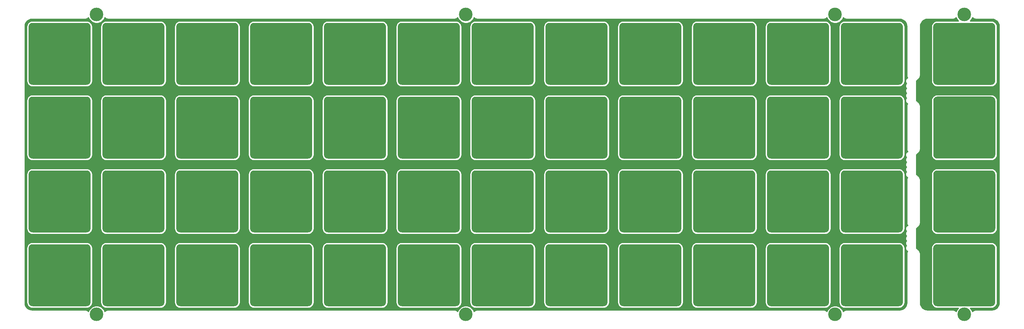
<source format=gbr>
G04 #@! TF.GenerationSoftware,KiCad,Pcbnew,(5.1.10-1-10_14)*
G04 #@! TF.CreationDate,2021-08-20T16:51:13-05:00*
G04 #@! TF.ProjectId,ori_top_plate,6f72695f-746f-4705-9f70-6c6174652e6b,rev?*
G04 #@! TF.SameCoordinates,Original*
G04 #@! TF.FileFunction,Copper,L1,Top*
G04 #@! TF.FilePolarity,Positive*
%FSLAX46Y46*%
G04 Gerber Fmt 4.6, Leading zero omitted, Abs format (unit mm)*
G04 Created by KiCad (PCBNEW (5.1.10-1-10_14)) date 2021-08-20 16:51:13*
%MOMM*%
%LPD*%
G01*
G04 APERTURE LIST*
G04 #@! TA.AperFunction,ComponentPad*
%ADD10C,3.500000*%
G04 #@! TD*
G04 #@! TA.AperFunction,ViaPad*
%ADD11C,0.500000*%
G04 #@! TD*
G04 #@! TA.AperFunction,Conductor*
%ADD12C,0.250000*%
G04 #@! TD*
G04 #@! TA.AperFunction,Conductor*
%ADD13C,0.100000*%
G04 #@! TD*
G04 APERTURE END LIST*
G04 #@! TA.AperFunction,SMDPad,CuDef*
G36*
G01*
X397336010Y-100164700D02*
X397336010Y-114148700D01*
G75*
G02*
X396328010Y-115156700I-1008000J0D01*
G01*
X382344010Y-115156700D01*
G75*
G02*
X381336010Y-114148700I0J1008000D01*
G01*
X381336010Y-100164700D01*
G75*
G02*
X382344010Y-99156700I1008000J0D01*
G01*
X396328010Y-99156700D01*
G75*
G02*
X397336010Y-100164700I0J-1008000D01*
G01*
G37*
G04 #@! TD.AperFunction*
G04 #@! TA.AperFunction,SMDPad,CuDef*
G36*
G01*
X397361002Y-81114620D02*
X397361002Y-95098620D01*
G75*
G02*
X396353002Y-96106620I-1008000J0D01*
G01*
X382369002Y-96106620D01*
G75*
G02*
X381361002Y-95098620I0J1008000D01*
G01*
X381361002Y-81114620D01*
G75*
G02*
X382369002Y-80106620I1008000J0D01*
G01*
X396353002Y-80106620D01*
G75*
G02*
X397361002Y-81114620I0J-1008000D01*
G01*
G37*
G04 #@! TD.AperFunction*
G04 #@! TA.AperFunction,SMDPad,CuDef*
G36*
G01*
X397361370Y-62051880D02*
X397361370Y-76035880D01*
G75*
G02*
X396353370Y-77043880I-1008000J0D01*
G01*
X382369370Y-77043880D01*
G75*
G02*
X381361370Y-76035880I0J1008000D01*
G01*
X381361370Y-62051880D01*
G75*
G02*
X382369370Y-61043880I1008000J0D01*
G01*
X396353370Y-61043880D01*
G75*
G02*
X397361370Y-62051880I0J-1008000D01*
G01*
G37*
G04 #@! TD.AperFunction*
G04 #@! TA.AperFunction,SMDPad,CuDef*
G36*
G01*
X397336010Y-43014460D02*
X397336010Y-56998460D01*
G75*
G02*
X396328010Y-58006460I-1008000J0D01*
G01*
X382344010Y-58006460D01*
G75*
G02*
X381336010Y-56998460I0J1008000D01*
G01*
X381336010Y-43014460D01*
G75*
G02*
X382344010Y-42006460I1008000J0D01*
G01*
X396328010Y-42006460D01*
G75*
G02*
X397336010Y-43014460I0J-1008000D01*
G01*
G37*
G04 #@! TD.AperFunction*
G04 #@! TA.AperFunction,SMDPad,CuDef*
G36*
G01*
X373523410Y-100164700D02*
X373523410Y-114148700D01*
G75*
G02*
X372515410Y-115156700I-1008000J0D01*
G01*
X358531410Y-115156700D01*
G75*
G02*
X357523410Y-114148700I0J1008000D01*
G01*
X357523410Y-100164700D01*
G75*
G02*
X358531410Y-99156700I1008000J0D01*
G01*
X372515410Y-99156700D01*
G75*
G02*
X373523410Y-100164700I0J-1008000D01*
G01*
G37*
G04 #@! TD.AperFunction*
G04 #@! TA.AperFunction,SMDPad,CuDef*
G36*
G01*
X354473330Y-100168000D02*
X354473330Y-114152000D01*
G75*
G02*
X353465330Y-115160000I-1008000J0D01*
G01*
X339481330Y-115160000D01*
G75*
G02*
X338473330Y-114152000I0J1008000D01*
G01*
X338473330Y-100168000D01*
G75*
G02*
X339481330Y-99160000I1008000J0D01*
G01*
X353465330Y-99160000D01*
G75*
G02*
X354473330Y-100168000I0J-1008000D01*
G01*
G37*
G04 #@! TD.AperFunction*
G04 #@! TA.AperFunction,SMDPad,CuDef*
G36*
G01*
X335423250Y-100164700D02*
X335423250Y-114148700D01*
G75*
G02*
X334415250Y-115156700I-1008000J0D01*
G01*
X320431250Y-115156700D01*
G75*
G02*
X319423250Y-114148700I0J1008000D01*
G01*
X319423250Y-100164700D01*
G75*
G02*
X320431250Y-99156700I1008000J0D01*
G01*
X334415250Y-99156700D01*
G75*
G02*
X335423250Y-100164700I0J-1008000D01*
G01*
G37*
G04 #@! TD.AperFunction*
G04 #@! TA.AperFunction,SMDPad,CuDef*
G36*
G01*
X316373170Y-100164700D02*
X316373170Y-114148700D01*
G75*
G02*
X315365170Y-115156700I-1008000J0D01*
G01*
X301381170Y-115156700D01*
G75*
G02*
X300373170Y-114148700I0J1008000D01*
G01*
X300373170Y-100164700D01*
G75*
G02*
X301381170Y-99156700I1008000J0D01*
G01*
X315365170Y-99156700D01*
G75*
G02*
X316373170Y-100164700I0J-1008000D01*
G01*
G37*
G04 #@! TD.AperFunction*
G04 #@! TA.AperFunction,SMDPad,CuDef*
G36*
G01*
X297323090Y-100164700D02*
X297323090Y-114148700D01*
G75*
G02*
X296315090Y-115156700I-1008000J0D01*
G01*
X282331090Y-115156700D01*
G75*
G02*
X281323090Y-114148700I0J1008000D01*
G01*
X281323090Y-100164700D01*
G75*
G02*
X282331090Y-99156700I1008000J0D01*
G01*
X296315090Y-99156700D01*
G75*
G02*
X297323090Y-100164700I0J-1008000D01*
G01*
G37*
G04 #@! TD.AperFunction*
G04 #@! TA.AperFunction,SMDPad,CuDef*
G36*
G01*
X278273010Y-100164700D02*
X278273010Y-114148700D01*
G75*
G02*
X277265010Y-115156700I-1008000J0D01*
G01*
X263281010Y-115156700D01*
G75*
G02*
X262273010Y-114148700I0J1008000D01*
G01*
X262273010Y-100164700D01*
G75*
G02*
X263281010Y-99156700I1008000J0D01*
G01*
X277265010Y-99156700D01*
G75*
G02*
X278273010Y-100164700I0J-1008000D01*
G01*
G37*
G04 #@! TD.AperFunction*
G04 #@! TA.AperFunction,SMDPad,CuDef*
G36*
G01*
X259222930Y-100164700D02*
X259222930Y-114148700D01*
G75*
G02*
X258214930Y-115156700I-1008000J0D01*
G01*
X244230930Y-115156700D01*
G75*
G02*
X243222930Y-114148700I0J1008000D01*
G01*
X243222930Y-100164700D01*
G75*
G02*
X244230930Y-99156700I1008000J0D01*
G01*
X258214930Y-99156700D01*
G75*
G02*
X259222930Y-100164700I0J-1008000D01*
G01*
G37*
G04 #@! TD.AperFunction*
G04 #@! TA.AperFunction,SMDPad,CuDef*
G36*
G01*
X240172850Y-100164700D02*
X240172850Y-114148700D01*
G75*
G02*
X239164850Y-115156700I-1008000J0D01*
G01*
X225180850Y-115156700D01*
G75*
G02*
X224172850Y-114148700I0J1008000D01*
G01*
X224172850Y-100164700D01*
G75*
G02*
X225180850Y-99156700I1008000J0D01*
G01*
X239164850Y-99156700D01*
G75*
G02*
X240172850Y-100164700I0J-1008000D01*
G01*
G37*
G04 #@! TD.AperFunction*
G04 #@! TA.AperFunction,SMDPad,CuDef*
G36*
G01*
X221122770Y-100164700D02*
X221122770Y-114148700D01*
G75*
G02*
X220114770Y-115156700I-1008000J0D01*
G01*
X206130770Y-115156700D01*
G75*
G02*
X205122770Y-114148700I0J1008000D01*
G01*
X205122770Y-100164700D01*
G75*
G02*
X206130770Y-99156700I1008000J0D01*
G01*
X220114770Y-99156700D01*
G75*
G02*
X221122770Y-100164700I0J-1008000D01*
G01*
G37*
G04 #@! TD.AperFunction*
G04 #@! TA.AperFunction,SMDPad,CuDef*
G36*
G01*
X202072690Y-100164700D02*
X202072690Y-114148700D01*
G75*
G02*
X201064690Y-115156700I-1008000J0D01*
G01*
X187080690Y-115156700D01*
G75*
G02*
X186072690Y-114148700I0J1008000D01*
G01*
X186072690Y-100164700D01*
G75*
G02*
X187080690Y-99156700I1008000J0D01*
G01*
X201064690Y-99156700D01*
G75*
G02*
X202072690Y-100164700I0J-1008000D01*
G01*
G37*
G04 #@! TD.AperFunction*
G04 #@! TA.AperFunction,SMDPad,CuDef*
G36*
G01*
X183022610Y-100164700D02*
X183022610Y-114148700D01*
G75*
G02*
X182014610Y-115156700I-1008000J0D01*
G01*
X168030610Y-115156700D01*
G75*
G02*
X167022610Y-114148700I0J1008000D01*
G01*
X167022610Y-100164700D01*
G75*
G02*
X168030610Y-99156700I1008000J0D01*
G01*
X182014610Y-99156700D01*
G75*
G02*
X183022610Y-100164700I0J-1008000D01*
G01*
G37*
G04 #@! TD.AperFunction*
G04 #@! TA.AperFunction,SMDPad,CuDef*
G36*
G01*
X163972530Y-100164700D02*
X163972530Y-114148700D01*
G75*
G02*
X162964530Y-115156700I-1008000J0D01*
G01*
X148980530Y-115156700D01*
G75*
G02*
X147972530Y-114148700I0J1008000D01*
G01*
X147972530Y-100164700D01*
G75*
G02*
X148980530Y-99156700I1008000J0D01*
G01*
X162964530Y-99156700D01*
G75*
G02*
X163972530Y-100164700I0J-1008000D01*
G01*
G37*
G04 #@! TD.AperFunction*
G04 #@! TA.AperFunction,SMDPad,CuDef*
G36*
G01*
X373523410Y-81114620D02*
X373523410Y-95098620D01*
G75*
G02*
X372515410Y-96106620I-1008000J0D01*
G01*
X358531410Y-96106620D01*
G75*
G02*
X357523410Y-95098620I0J1008000D01*
G01*
X357523410Y-81114620D01*
G75*
G02*
X358531410Y-80106620I1008000J0D01*
G01*
X372515410Y-80106620D01*
G75*
G02*
X373523410Y-81114620I0J-1008000D01*
G01*
G37*
G04 #@! TD.AperFunction*
G04 #@! TA.AperFunction,SMDPad,CuDef*
G36*
G01*
X354473330Y-81114620D02*
X354473330Y-95098620D01*
G75*
G02*
X353465330Y-96106620I-1008000J0D01*
G01*
X339481330Y-96106620D01*
G75*
G02*
X338473330Y-95098620I0J1008000D01*
G01*
X338473330Y-81114620D01*
G75*
G02*
X339481330Y-80106620I1008000J0D01*
G01*
X353465330Y-80106620D01*
G75*
G02*
X354473330Y-81114620I0J-1008000D01*
G01*
G37*
G04 #@! TD.AperFunction*
G04 #@! TA.AperFunction,SMDPad,CuDef*
G36*
G01*
X335423250Y-81114620D02*
X335423250Y-95098620D01*
G75*
G02*
X334415250Y-96106620I-1008000J0D01*
G01*
X320431250Y-96106620D01*
G75*
G02*
X319423250Y-95098620I0J1008000D01*
G01*
X319423250Y-81114620D01*
G75*
G02*
X320431250Y-80106620I1008000J0D01*
G01*
X334415250Y-80106620D01*
G75*
G02*
X335423250Y-81114620I0J-1008000D01*
G01*
G37*
G04 #@! TD.AperFunction*
G04 #@! TA.AperFunction,SMDPad,CuDef*
G36*
G01*
X316373170Y-81114620D02*
X316373170Y-95098620D01*
G75*
G02*
X315365170Y-96106620I-1008000J0D01*
G01*
X301381170Y-96106620D01*
G75*
G02*
X300373170Y-95098620I0J1008000D01*
G01*
X300373170Y-81114620D01*
G75*
G02*
X301381170Y-80106620I1008000J0D01*
G01*
X315365170Y-80106620D01*
G75*
G02*
X316373170Y-81114620I0J-1008000D01*
G01*
G37*
G04 #@! TD.AperFunction*
G04 #@! TA.AperFunction,SMDPad,CuDef*
G36*
G01*
X297323090Y-81114620D02*
X297323090Y-95098620D01*
G75*
G02*
X296315090Y-96106620I-1008000J0D01*
G01*
X282331090Y-96106620D01*
G75*
G02*
X281323090Y-95098620I0J1008000D01*
G01*
X281323090Y-81114620D01*
G75*
G02*
X282331090Y-80106620I1008000J0D01*
G01*
X296315090Y-80106620D01*
G75*
G02*
X297323090Y-81114620I0J-1008000D01*
G01*
G37*
G04 #@! TD.AperFunction*
G04 #@! TA.AperFunction,SMDPad,CuDef*
G36*
G01*
X278273010Y-81114620D02*
X278273010Y-95098620D01*
G75*
G02*
X277265010Y-96106620I-1008000J0D01*
G01*
X263281010Y-96106620D01*
G75*
G02*
X262273010Y-95098620I0J1008000D01*
G01*
X262273010Y-81114620D01*
G75*
G02*
X263281010Y-80106620I1008000J0D01*
G01*
X277265010Y-80106620D01*
G75*
G02*
X278273010Y-81114620I0J-1008000D01*
G01*
G37*
G04 #@! TD.AperFunction*
G04 #@! TA.AperFunction,SMDPad,CuDef*
G36*
G01*
X259222930Y-81114620D02*
X259222930Y-95098620D01*
G75*
G02*
X258214930Y-96106620I-1008000J0D01*
G01*
X244230930Y-96106620D01*
G75*
G02*
X243222930Y-95098620I0J1008000D01*
G01*
X243222930Y-81114620D01*
G75*
G02*
X244230930Y-80106620I1008000J0D01*
G01*
X258214930Y-80106620D01*
G75*
G02*
X259222930Y-81114620I0J-1008000D01*
G01*
G37*
G04 #@! TD.AperFunction*
G04 #@! TA.AperFunction,SMDPad,CuDef*
G36*
G01*
X240172850Y-81114620D02*
X240172850Y-95098620D01*
G75*
G02*
X239164850Y-96106620I-1008000J0D01*
G01*
X225180850Y-96106620D01*
G75*
G02*
X224172850Y-95098620I0J1008000D01*
G01*
X224172850Y-81114620D01*
G75*
G02*
X225180850Y-80106620I1008000J0D01*
G01*
X239164850Y-80106620D01*
G75*
G02*
X240172850Y-81114620I0J-1008000D01*
G01*
G37*
G04 #@! TD.AperFunction*
G04 #@! TA.AperFunction,SMDPad,CuDef*
G36*
G01*
X221122770Y-81114620D02*
X221122770Y-95098620D01*
G75*
G02*
X220114770Y-96106620I-1008000J0D01*
G01*
X206130770Y-96106620D01*
G75*
G02*
X205122770Y-95098620I0J1008000D01*
G01*
X205122770Y-81114620D01*
G75*
G02*
X206130770Y-80106620I1008000J0D01*
G01*
X220114770Y-80106620D01*
G75*
G02*
X221122770Y-81114620I0J-1008000D01*
G01*
G37*
G04 #@! TD.AperFunction*
G04 #@! TA.AperFunction,SMDPad,CuDef*
G36*
G01*
X202072690Y-81114620D02*
X202072690Y-95098620D01*
G75*
G02*
X201064690Y-96106620I-1008000J0D01*
G01*
X187080690Y-96106620D01*
G75*
G02*
X186072690Y-95098620I0J1008000D01*
G01*
X186072690Y-81114620D01*
G75*
G02*
X187080690Y-80106620I1008000J0D01*
G01*
X201064690Y-80106620D01*
G75*
G02*
X202072690Y-81114620I0J-1008000D01*
G01*
G37*
G04 #@! TD.AperFunction*
G04 #@! TA.AperFunction,SMDPad,CuDef*
G36*
G01*
X183022610Y-81114620D02*
X183022610Y-95098620D01*
G75*
G02*
X182014610Y-96106620I-1008000J0D01*
G01*
X168030610Y-96106620D01*
G75*
G02*
X167022610Y-95098620I0J1008000D01*
G01*
X167022610Y-81114620D01*
G75*
G02*
X168030610Y-80106620I1008000J0D01*
G01*
X182014610Y-80106620D01*
G75*
G02*
X183022610Y-81114620I0J-1008000D01*
G01*
G37*
G04 #@! TD.AperFunction*
G04 #@! TA.AperFunction,SMDPad,CuDef*
G36*
G01*
X163972530Y-81114620D02*
X163972530Y-95098620D01*
G75*
G02*
X162964530Y-96106620I-1008000J0D01*
G01*
X148980530Y-96106620D01*
G75*
G02*
X147972530Y-95098620I0J1008000D01*
G01*
X147972530Y-81114620D01*
G75*
G02*
X148980530Y-80106620I1008000J0D01*
G01*
X162964530Y-80106620D01*
G75*
G02*
X163972530Y-81114620I0J-1008000D01*
G01*
G37*
G04 #@! TD.AperFunction*
G04 #@! TA.AperFunction,SMDPad,CuDef*
G36*
G01*
X373523410Y-62064540D02*
X373523410Y-76048540D01*
G75*
G02*
X372515410Y-77056540I-1008000J0D01*
G01*
X358531410Y-77056540D01*
G75*
G02*
X357523410Y-76048540I0J1008000D01*
G01*
X357523410Y-62064540D01*
G75*
G02*
X358531410Y-61056540I1008000J0D01*
G01*
X372515410Y-61056540D01*
G75*
G02*
X373523410Y-62064540I0J-1008000D01*
G01*
G37*
G04 #@! TD.AperFunction*
G04 #@! TA.AperFunction,SMDPad,CuDef*
G36*
G01*
X354473330Y-62064540D02*
X354473330Y-76048540D01*
G75*
G02*
X353465330Y-77056540I-1008000J0D01*
G01*
X339481330Y-77056540D01*
G75*
G02*
X338473330Y-76048540I0J1008000D01*
G01*
X338473330Y-62064540D01*
G75*
G02*
X339481330Y-61056540I1008000J0D01*
G01*
X353465330Y-61056540D01*
G75*
G02*
X354473330Y-62064540I0J-1008000D01*
G01*
G37*
G04 #@! TD.AperFunction*
G04 #@! TA.AperFunction,SMDPad,CuDef*
G36*
G01*
X335423250Y-62064540D02*
X335423250Y-76048540D01*
G75*
G02*
X334415250Y-77056540I-1008000J0D01*
G01*
X320431250Y-77056540D01*
G75*
G02*
X319423250Y-76048540I0J1008000D01*
G01*
X319423250Y-62064540D01*
G75*
G02*
X320431250Y-61056540I1008000J0D01*
G01*
X334415250Y-61056540D01*
G75*
G02*
X335423250Y-62064540I0J-1008000D01*
G01*
G37*
G04 #@! TD.AperFunction*
G04 #@! TA.AperFunction,SMDPad,CuDef*
G36*
G01*
X316373170Y-62064540D02*
X316373170Y-76048540D01*
G75*
G02*
X315365170Y-77056540I-1008000J0D01*
G01*
X301381170Y-77056540D01*
G75*
G02*
X300373170Y-76048540I0J1008000D01*
G01*
X300373170Y-62064540D01*
G75*
G02*
X301381170Y-61056540I1008000J0D01*
G01*
X315365170Y-61056540D01*
G75*
G02*
X316373170Y-62064540I0J-1008000D01*
G01*
G37*
G04 #@! TD.AperFunction*
G04 #@! TA.AperFunction,SMDPad,CuDef*
G36*
G01*
X297323090Y-62064540D02*
X297323090Y-76048540D01*
G75*
G02*
X296315090Y-77056540I-1008000J0D01*
G01*
X282331090Y-77056540D01*
G75*
G02*
X281323090Y-76048540I0J1008000D01*
G01*
X281323090Y-62064540D01*
G75*
G02*
X282331090Y-61056540I1008000J0D01*
G01*
X296315090Y-61056540D01*
G75*
G02*
X297323090Y-62064540I0J-1008000D01*
G01*
G37*
G04 #@! TD.AperFunction*
G04 #@! TA.AperFunction,SMDPad,CuDef*
G36*
G01*
X278273010Y-62064540D02*
X278273010Y-76048540D01*
G75*
G02*
X277265010Y-77056540I-1008000J0D01*
G01*
X263281010Y-77056540D01*
G75*
G02*
X262273010Y-76048540I0J1008000D01*
G01*
X262273010Y-62064540D01*
G75*
G02*
X263281010Y-61056540I1008000J0D01*
G01*
X277265010Y-61056540D01*
G75*
G02*
X278273010Y-62064540I0J-1008000D01*
G01*
G37*
G04 #@! TD.AperFunction*
G04 #@! TA.AperFunction,SMDPad,CuDef*
G36*
G01*
X259222930Y-62064540D02*
X259222930Y-76048540D01*
G75*
G02*
X258214930Y-77056540I-1008000J0D01*
G01*
X244230930Y-77056540D01*
G75*
G02*
X243222930Y-76048540I0J1008000D01*
G01*
X243222930Y-62064540D01*
G75*
G02*
X244230930Y-61056540I1008000J0D01*
G01*
X258214930Y-61056540D01*
G75*
G02*
X259222930Y-62064540I0J-1008000D01*
G01*
G37*
G04 #@! TD.AperFunction*
G04 #@! TA.AperFunction,SMDPad,CuDef*
G36*
G01*
X240172850Y-62064540D02*
X240172850Y-76048540D01*
G75*
G02*
X239164850Y-77056540I-1008000J0D01*
G01*
X225180850Y-77056540D01*
G75*
G02*
X224172850Y-76048540I0J1008000D01*
G01*
X224172850Y-62064540D01*
G75*
G02*
X225180850Y-61056540I1008000J0D01*
G01*
X239164850Y-61056540D01*
G75*
G02*
X240172850Y-62064540I0J-1008000D01*
G01*
G37*
G04 #@! TD.AperFunction*
G04 #@! TA.AperFunction,SMDPad,CuDef*
G36*
G01*
X221122770Y-62064540D02*
X221122770Y-76048540D01*
G75*
G02*
X220114770Y-77056540I-1008000J0D01*
G01*
X206130770Y-77056540D01*
G75*
G02*
X205122770Y-76048540I0J1008000D01*
G01*
X205122770Y-62064540D01*
G75*
G02*
X206130770Y-61056540I1008000J0D01*
G01*
X220114770Y-61056540D01*
G75*
G02*
X221122770Y-62064540I0J-1008000D01*
G01*
G37*
G04 #@! TD.AperFunction*
G04 #@! TA.AperFunction,SMDPad,CuDef*
G36*
G01*
X202072690Y-62064540D02*
X202072690Y-76048540D01*
G75*
G02*
X201064690Y-77056540I-1008000J0D01*
G01*
X187080690Y-77056540D01*
G75*
G02*
X186072690Y-76048540I0J1008000D01*
G01*
X186072690Y-62064540D01*
G75*
G02*
X187080690Y-61056540I1008000J0D01*
G01*
X201064690Y-61056540D01*
G75*
G02*
X202072690Y-62064540I0J-1008000D01*
G01*
G37*
G04 #@! TD.AperFunction*
G04 #@! TA.AperFunction,SMDPad,CuDef*
G36*
G01*
X183022610Y-62064540D02*
X183022610Y-76048540D01*
G75*
G02*
X182014610Y-77056540I-1008000J0D01*
G01*
X168030610Y-77056540D01*
G75*
G02*
X167022610Y-76048540I0J1008000D01*
G01*
X167022610Y-62064540D01*
G75*
G02*
X168030610Y-61056540I1008000J0D01*
G01*
X182014610Y-61056540D01*
G75*
G02*
X183022610Y-62064540I0J-1008000D01*
G01*
G37*
G04 #@! TD.AperFunction*
G04 #@! TA.AperFunction,SMDPad,CuDef*
G36*
G01*
X163972530Y-62064540D02*
X163972530Y-76048540D01*
G75*
G02*
X162964530Y-77056540I-1008000J0D01*
G01*
X148980530Y-77056540D01*
G75*
G02*
X147972530Y-76048540I0J1008000D01*
G01*
X147972530Y-62064540D01*
G75*
G02*
X148980530Y-61056540I1008000J0D01*
G01*
X162964530Y-61056540D01*
G75*
G02*
X163972530Y-62064540I0J-1008000D01*
G01*
G37*
G04 #@! TD.AperFunction*
G04 #@! TA.AperFunction,SMDPad,CuDef*
G36*
G01*
X373523410Y-43014460D02*
X373523410Y-56998460D01*
G75*
G02*
X372515410Y-58006460I-1008000J0D01*
G01*
X358531410Y-58006460D01*
G75*
G02*
X357523410Y-56998460I0J1008000D01*
G01*
X357523410Y-43014460D01*
G75*
G02*
X358531410Y-42006460I1008000J0D01*
G01*
X372515410Y-42006460D01*
G75*
G02*
X373523410Y-43014460I0J-1008000D01*
G01*
G37*
G04 #@! TD.AperFunction*
G04 #@! TA.AperFunction,SMDPad,CuDef*
G36*
G01*
X354473330Y-43014460D02*
X354473330Y-56998460D01*
G75*
G02*
X353465330Y-58006460I-1008000J0D01*
G01*
X339481330Y-58006460D01*
G75*
G02*
X338473330Y-56998460I0J1008000D01*
G01*
X338473330Y-43014460D01*
G75*
G02*
X339481330Y-42006460I1008000J0D01*
G01*
X353465330Y-42006460D01*
G75*
G02*
X354473330Y-43014460I0J-1008000D01*
G01*
G37*
G04 #@! TD.AperFunction*
G04 #@! TA.AperFunction,SMDPad,CuDef*
G36*
G01*
X335423250Y-43014460D02*
X335423250Y-56998460D01*
G75*
G02*
X334415250Y-58006460I-1008000J0D01*
G01*
X320431250Y-58006460D01*
G75*
G02*
X319423250Y-56998460I0J1008000D01*
G01*
X319423250Y-43014460D01*
G75*
G02*
X320431250Y-42006460I1008000J0D01*
G01*
X334415250Y-42006460D01*
G75*
G02*
X335423250Y-43014460I0J-1008000D01*
G01*
G37*
G04 #@! TD.AperFunction*
G04 #@! TA.AperFunction,SMDPad,CuDef*
G36*
G01*
X316373170Y-43014460D02*
X316373170Y-56998460D01*
G75*
G02*
X315365170Y-58006460I-1008000J0D01*
G01*
X301381170Y-58006460D01*
G75*
G02*
X300373170Y-56998460I0J1008000D01*
G01*
X300373170Y-43014460D01*
G75*
G02*
X301381170Y-42006460I1008000J0D01*
G01*
X315365170Y-42006460D01*
G75*
G02*
X316373170Y-43014460I0J-1008000D01*
G01*
G37*
G04 #@! TD.AperFunction*
G04 #@! TA.AperFunction,SMDPad,CuDef*
G36*
G01*
X297323090Y-43014460D02*
X297323090Y-56998460D01*
G75*
G02*
X296315090Y-58006460I-1008000J0D01*
G01*
X282331090Y-58006460D01*
G75*
G02*
X281323090Y-56998460I0J1008000D01*
G01*
X281323090Y-43014460D01*
G75*
G02*
X282331090Y-42006460I1008000J0D01*
G01*
X296315090Y-42006460D01*
G75*
G02*
X297323090Y-43014460I0J-1008000D01*
G01*
G37*
G04 #@! TD.AperFunction*
G04 #@! TA.AperFunction,SMDPad,CuDef*
G36*
G01*
X278273010Y-43014460D02*
X278273010Y-56998460D01*
G75*
G02*
X277265010Y-58006460I-1008000J0D01*
G01*
X263281010Y-58006460D01*
G75*
G02*
X262273010Y-56998460I0J1008000D01*
G01*
X262273010Y-43014460D01*
G75*
G02*
X263281010Y-42006460I1008000J0D01*
G01*
X277265010Y-42006460D01*
G75*
G02*
X278273010Y-43014460I0J-1008000D01*
G01*
G37*
G04 #@! TD.AperFunction*
G04 #@! TA.AperFunction,SMDPad,CuDef*
G36*
G01*
X259222930Y-43014460D02*
X259222930Y-56998460D01*
G75*
G02*
X258214930Y-58006460I-1008000J0D01*
G01*
X244230930Y-58006460D01*
G75*
G02*
X243222930Y-56998460I0J1008000D01*
G01*
X243222930Y-43014460D01*
G75*
G02*
X244230930Y-42006460I1008000J0D01*
G01*
X258214930Y-42006460D01*
G75*
G02*
X259222930Y-43014460I0J-1008000D01*
G01*
G37*
G04 #@! TD.AperFunction*
G04 #@! TA.AperFunction,SMDPad,CuDef*
G36*
G01*
X240172850Y-43014460D02*
X240172850Y-56998460D01*
G75*
G02*
X239164850Y-58006460I-1008000J0D01*
G01*
X225180850Y-58006460D01*
G75*
G02*
X224172850Y-56998460I0J1008000D01*
G01*
X224172850Y-43014460D01*
G75*
G02*
X225180850Y-42006460I1008000J0D01*
G01*
X239164850Y-42006460D01*
G75*
G02*
X240172850Y-43014460I0J-1008000D01*
G01*
G37*
G04 #@! TD.AperFunction*
G04 #@! TA.AperFunction,SMDPad,CuDef*
G36*
G01*
X221122770Y-43014460D02*
X221122770Y-56998460D01*
G75*
G02*
X220114770Y-58006460I-1008000J0D01*
G01*
X206130770Y-58006460D01*
G75*
G02*
X205122770Y-56998460I0J1008000D01*
G01*
X205122770Y-43014460D01*
G75*
G02*
X206130770Y-42006460I1008000J0D01*
G01*
X220114770Y-42006460D01*
G75*
G02*
X221122770Y-43014460I0J-1008000D01*
G01*
G37*
G04 #@! TD.AperFunction*
G04 #@! TA.AperFunction,SMDPad,CuDef*
G36*
G01*
X202072690Y-43014460D02*
X202072690Y-56998460D01*
G75*
G02*
X201064690Y-58006460I-1008000J0D01*
G01*
X187080690Y-58006460D01*
G75*
G02*
X186072690Y-56998460I0J1008000D01*
G01*
X186072690Y-43014460D01*
G75*
G02*
X187080690Y-42006460I1008000J0D01*
G01*
X201064690Y-42006460D01*
G75*
G02*
X202072690Y-43014460I0J-1008000D01*
G01*
G37*
G04 #@! TD.AperFunction*
G04 #@! TA.AperFunction,SMDPad,CuDef*
G36*
G01*
X183022610Y-43014460D02*
X183022610Y-56998460D01*
G75*
G02*
X182014610Y-58006460I-1008000J0D01*
G01*
X168030610Y-58006460D01*
G75*
G02*
X167022610Y-56998460I0J1008000D01*
G01*
X167022610Y-43014460D01*
G75*
G02*
X168030610Y-42006460I1008000J0D01*
G01*
X182014610Y-42006460D01*
G75*
G02*
X183022610Y-43014460I0J-1008000D01*
G01*
G37*
G04 #@! TD.AperFunction*
G04 #@! TA.AperFunction,SMDPad,CuDef*
G36*
G01*
X163972530Y-43014460D02*
X163972530Y-56998460D01*
G75*
G02*
X162964530Y-58006460I-1008000J0D01*
G01*
X148980530Y-58006460D01*
G75*
G02*
X147972530Y-56998460I0J1008000D01*
G01*
X147972530Y-43014460D01*
G75*
G02*
X148980530Y-42006460I1008000J0D01*
G01*
X162964530Y-42006460D01*
G75*
G02*
X163972530Y-43014460I0J-1008000D01*
G01*
G37*
G04 #@! TD.AperFunction*
D10*
X165523314Y-39873575D03*
X165523314Y-117264265D03*
X260773394Y-39873575D03*
X260773394Y-117264265D03*
X356023474Y-39873575D03*
X356023474Y-117264265D03*
X389361002Y-39873575D03*
X389361002Y-117264265D03*
D11*
X373287551Y-59518904D03*
X385194165Y-59518840D03*
D12*
X358156779Y-40646575D02*
X358192144Y-40681694D01*
X358227029Y-40717317D01*
X358232946Y-40722212D01*
X358322983Y-40795644D01*
X358364512Y-40823236D01*
X358405635Y-40851393D01*
X358412390Y-40855046D01*
X358514976Y-40909591D01*
X358561034Y-40928575D01*
X358606880Y-40948224D01*
X358614216Y-40950495D01*
X358725442Y-40984076D01*
X358774364Y-40993763D01*
X358823100Y-41004122D01*
X358830737Y-41004925D01*
X358946367Y-41016263D01*
X358946371Y-41016263D01*
X358973027Y-41018888D01*
X372665646Y-41018760D01*
X373047730Y-41056223D01*
X373389388Y-41159376D01*
X373704495Y-41326921D01*
X373981057Y-41552481D01*
X374208547Y-41827468D01*
X374378290Y-42141402D01*
X374483823Y-42482323D01*
X374523810Y-42862772D01*
X374523811Y-55378621D01*
X374526551Y-55406441D01*
X374526551Y-55421898D01*
X374527354Y-55429535D01*
X374553256Y-55660457D01*
X374563621Y-55709222D01*
X374573303Y-55758117D01*
X374575573Y-55765453D01*
X374645835Y-55986946D01*
X374665476Y-56032771D01*
X374684469Y-56078851D01*
X374688121Y-56085606D01*
X374748734Y-56195861D01*
X374633982Y-56243393D01*
X374490670Y-56339151D01*
X374368793Y-56461028D01*
X374273035Y-56604340D01*
X374207076Y-56763580D01*
X374173450Y-56932628D01*
X374173450Y-57104988D01*
X374207076Y-57274036D01*
X374273035Y-57433276D01*
X374368793Y-57576588D01*
X374436013Y-57643808D01*
X374368793Y-57711028D01*
X374273035Y-57854340D01*
X374207076Y-58013580D01*
X374173450Y-58182628D01*
X374173450Y-58354988D01*
X374207076Y-58524036D01*
X374273035Y-58683276D01*
X374368793Y-58826588D01*
X374436013Y-58893808D01*
X374368793Y-58961028D01*
X374273035Y-59104340D01*
X374207076Y-59263580D01*
X374173450Y-59432628D01*
X374173450Y-59604988D01*
X374207076Y-59774036D01*
X374273035Y-59933276D01*
X374368793Y-60076588D01*
X374436013Y-60143808D01*
X374368793Y-60211028D01*
X374273035Y-60354340D01*
X374207076Y-60513580D01*
X374173450Y-60682628D01*
X374173450Y-60854988D01*
X374207076Y-61024036D01*
X374273035Y-61183276D01*
X374368793Y-61326588D01*
X374436013Y-61393808D01*
X374368793Y-61461028D01*
X374273035Y-61604340D01*
X374207076Y-61763580D01*
X374173450Y-61932628D01*
X374173450Y-62104988D01*
X374207076Y-62274036D01*
X374273035Y-62433276D01*
X374368793Y-62576588D01*
X374490670Y-62698465D01*
X374633982Y-62794223D01*
X374748222Y-62841543D01*
X374677702Y-62974172D01*
X374658683Y-63020317D01*
X374639070Y-63066077D01*
X374636799Y-63073412D01*
X374569636Y-63295865D01*
X374559951Y-63344777D01*
X374549589Y-63393527D01*
X374548786Y-63401164D01*
X374526111Y-63632425D01*
X374526111Y-63632431D01*
X374523486Y-63659094D01*
X374523811Y-74428749D01*
X374526551Y-74456559D01*
X374526551Y-74472010D01*
X374527354Y-74479647D01*
X374553256Y-74710569D01*
X374563621Y-74759334D01*
X374573303Y-74808229D01*
X374575573Y-74815565D01*
X374645835Y-75037058D01*
X374665476Y-75082883D01*
X374684469Y-75128963D01*
X374688121Y-75135718D01*
X374754403Y-75256285D01*
X374633982Y-75306165D01*
X374490670Y-75401923D01*
X374368793Y-75523800D01*
X374273035Y-75667112D01*
X374207076Y-75826352D01*
X374173450Y-75995400D01*
X374173450Y-76167760D01*
X374207076Y-76336808D01*
X374273035Y-76496048D01*
X374368793Y-76639360D01*
X374436013Y-76706580D01*
X374368793Y-76773800D01*
X374273035Y-76917112D01*
X374207076Y-77076352D01*
X374173450Y-77245400D01*
X374173450Y-77417760D01*
X374207076Y-77586808D01*
X374273035Y-77746048D01*
X374368793Y-77889360D01*
X374436013Y-77956580D01*
X374368793Y-78023800D01*
X374273035Y-78167112D01*
X374207076Y-78326352D01*
X374173450Y-78495400D01*
X374173450Y-78667760D01*
X374207076Y-78836808D01*
X374273035Y-78996048D01*
X374368793Y-79139360D01*
X374436013Y-79206580D01*
X374368793Y-79273800D01*
X374273035Y-79417112D01*
X374207076Y-79576352D01*
X374173450Y-79745400D01*
X374173450Y-79917760D01*
X374207076Y-80086808D01*
X374273035Y-80246048D01*
X374368793Y-80389360D01*
X374436013Y-80456580D01*
X374368793Y-80523800D01*
X374273035Y-80667112D01*
X374207076Y-80826352D01*
X374173450Y-80995400D01*
X374173450Y-81167760D01*
X374207076Y-81336808D01*
X374273035Y-81496048D01*
X374368793Y-81639360D01*
X374490670Y-81761237D01*
X374633982Y-81856995D01*
X374742936Y-81902125D01*
X374678026Y-82024202D01*
X374659007Y-82070347D01*
X374639394Y-82116107D01*
X374637123Y-82123442D01*
X374569960Y-82345895D01*
X374560275Y-82394807D01*
X374549913Y-82443557D01*
X374549110Y-82451194D01*
X374526435Y-82682455D01*
X374523811Y-82709091D01*
X374523490Y-93478746D01*
X374526551Y-93509837D01*
X374526551Y-93522122D01*
X374527354Y-93529759D01*
X374553256Y-93760681D01*
X374563621Y-93809446D01*
X374573303Y-93858341D01*
X374575573Y-93865677D01*
X374645835Y-94087170D01*
X374665476Y-94132995D01*
X374684469Y-94179075D01*
X374688121Y-94185830D01*
X374754403Y-94306397D01*
X374633982Y-94356277D01*
X374490670Y-94452035D01*
X374368793Y-94573912D01*
X374273035Y-94717224D01*
X374207076Y-94876464D01*
X374173450Y-95045512D01*
X374173450Y-95217872D01*
X374207076Y-95386920D01*
X374273035Y-95546160D01*
X374368793Y-95689472D01*
X374436013Y-95756692D01*
X374368793Y-95823912D01*
X374273035Y-95967224D01*
X374207076Y-96126464D01*
X374173450Y-96295512D01*
X374173450Y-96467872D01*
X374207076Y-96636920D01*
X374273035Y-96796160D01*
X374368793Y-96939472D01*
X374436013Y-97006692D01*
X374368793Y-97073912D01*
X374273035Y-97217224D01*
X374207076Y-97376464D01*
X374173450Y-97545512D01*
X374173450Y-97717872D01*
X374207076Y-97886920D01*
X374273035Y-98046160D01*
X374368793Y-98189472D01*
X374436013Y-98256692D01*
X374368793Y-98323912D01*
X374273035Y-98467224D01*
X374207076Y-98626464D01*
X374173450Y-98795512D01*
X374173450Y-98967872D01*
X374207076Y-99136920D01*
X374273035Y-99296160D01*
X374368793Y-99439472D01*
X374436013Y-99506692D01*
X374368793Y-99573912D01*
X374273035Y-99717224D01*
X374207076Y-99876464D01*
X374173450Y-100045512D01*
X374173450Y-100217872D01*
X374207076Y-100386920D01*
X374273035Y-100546160D01*
X374368793Y-100689472D01*
X374490670Y-100811349D01*
X374633982Y-100907107D01*
X374742936Y-100952237D01*
X374678026Y-101074314D01*
X374659007Y-101120459D01*
X374639394Y-101166219D01*
X374637123Y-101173554D01*
X374569960Y-101396007D01*
X374560275Y-101444919D01*
X374549913Y-101493669D01*
X374549110Y-101501306D01*
X374526435Y-101732567D01*
X374523810Y-101759220D01*
X374523811Y-114260910D01*
X374486347Y-114643000D01*
X374383194Y-114984656D01*
X374215650Y-115299762D01*
X373990089Y-115576327D01*
X373715102Y-115803817D01*
X373401168Y-115973560D01*
X373060247Y-116079093D01*
X372679792Y-116119081D01*
X358973027Y-116118952D01*
X358949630Y-116121256D01*
X358946037Y-116121231D01*
X358938395Y-116121980D01*
X358822847Y-116134124D01*
X358773998Y-116144151D01*
X358725046Y-116153489D01*
X358717695Y-116155708D01*
X358606706Y-116190065D01*
X358560725Y-116209394D01*
X358514535Y-116228056D01*
X358507754Y-116231660D01*
X358405552Y-116286920D01*
X358364220Y-116314799D01*
X358322512Y-116342092D01*
X358316561Y-116346946D01*
X358227039Y-116421005D01*
X358191920Y-116456370D01*
X358156297Y-116491255D01*
X358151402Y-116497172D01*
X358126635Y-116527539D01*
X357995244Y-116210332D01*
X357751744Y-115845910D01*
X357441829Y-115535995D01*
X357077407Y-115292495D01*
X356672483Y-115124770D01*
X356242617Y-115039265D01*
X355804331Y-115039265D01*
X355374465Y-115124770D01*
X354969541Y-115292495D01*
X354605119Y-115535995D01*
X354295204Y-115845910D01*
X354051704Y-116210332D01*
X353920267Y-116527648D01*
X353890169Y-116491265D01*
X353854804Y-116456146D01*
X353819919Y-116420523D01*
X353814002Y-116415628D01*
X353723965Y-116342196D01*
X353682428Y-116314599D01*
X353641313Y-116286447D01*
X353634558Y-116282794D01*
X353531973Y-116228249D01*
X353485889Y-116209255D01*
X353440068Y-116189616D01*
X353432732Y-116187345D01*
X353321506Y-116153764D01*
X353272592Y-116144079D01*
X353223849Y-116133718D01*
X353216212Y-116132915D01*
X353100581Y-116121577D01*
X353100580Y-116121577D01*
X353073927Y-116118952D01*
X263722941Y-116118952D01*
X263699547Y-116121256D01*
X263695957Y-116121231D01*
X263688315Y-116121980D01*
X263572767Y-116134124D01*
X263523918Y-116144151D01*
X263474966Y-116153489D01*
X263467615Y-116155708D01*
X263356626Y-116190065D01*
X263310645Y-116209394D01*
X263264455Y-116228056D01*
X263257674Y-116231660D01*
X263155472Y-116286920D01*
X263114140Y-116314799D01*
X263072432Y-116342092D01*
X263066481Y-116346946D01*
X262976959Y-116421005D01*
X262941840Y-116456370D01*
X262906217Y-116491255D01*
X262901322Y-116497172D01*
X262876555Y-116527539D01*
X262745164Y-116210332D01*
X262501664Y-115845910D01*
X262191749Y-115535995D01*
X261827327Y-115292495D01*
X261422403Y-115124770D01*
X260992537Y-115039265D01*
X260554251Y-115039265D01*
X260124385Y-115124770D01*
X259719461Y-115292495D01*
X259355039Y-115535995D01*
X259045124Y-115845910D01*
X258801624Y-116210332D01*
X258670187Y-116527648D01*
X258640089Y-116491265D01*
X258604724Y-116456146D01*
X258569839Y-116420523D01*
X258563922Y-116415628D01*
X258473885Y-116342196D01*
X258432348Y-116314599D01*
X258391233Y-116286447D01*
X258384478Y-116282794D01*
X258281893Y-116228249D01*
X258235809Y-116209255D01*
X258189988Y-116189616D01*
X258182652Y-116187345D01*
X258071426Y-116153764D01*
X258022512Y-116144079D01*
X257973769Y-116133718D01*
X257966132Y-116132915D01*
X257850501Y-116121577D01*
X257850500Y-116121577D01*
X257823847Y-116118952D01*
X168472861Y-116118952D01*
X168449467Y-116121256D01*
X168445877Y-116121231D01*
X168438235Y-116121980D01*
X168322687Y-116134124D01*
X168273838Y-116144151D01*
X168224886Y-116153489D01*
X168217535Y-116155708D01*
X168106546Y-116190065D01*
X168060565Y-116209394D01*
X168014375Y-116228056D01*
X168007594Y-116231660D01*
X167905392Y-116286920D01*
X167864060Y-116314799D01*
X167822352Y-116342092D01*
X167816401Y-116346946D01*
X167726879Y-116421005D01*
X167691760Y-116456370D01*
X167656137Y-116491255D01*
X167651242Y-116497172D01*
X167626475Y-116527539D01*
X167495084Y-116210332D01*
X167251584Y-115845910D01*
X166941669Y-115535995D01*
X166577247Y-115292495D01*
X166172323Y-115124770D01*
X165742457Y-115039265D01*
X165304171Y-115039265D01*
X164874305Y-115124770D01*
X164469381Y-115292495D01*
X164104959Y-115535995D01*
X163795044Y-115845910D01*
X163551544Y-116210332D01*
X163420107Y-116527648D01*
X163390009Y-116491265D01*
X163354644Y-116456146D01*
X163319759Y-116420523D01*
X163313842Y-116415628D01*
X163223805Y-116342196D01*
X163182268Y-116314599D01*
X163141153Y-116286447D01*
X163134398Y-116282794D01*
X163031813Y-116228249D01*
X162985729Y-116209255D01*
X162939908Y-116189616D01*
X162932572Y-116187345D01*
X162821346Y-116153764D01*
X162772432Y-116144079D01*
X162723689Y-116133718D01*
X162716052Y-116132915D01*
X162600421Y-116121577D01*
X162600417Y-116121577D01*
X162573761Y-116118952D01*
X148881014Y-116119080D01*
X148498930Y-116081617D01*
X148157274Y-115978464D01*
X147842168Y-115810920D01*
X147565603Y-115585359D01*
X147338113Y-115310372D01*
X147168370Y-114996438D01*
X147062837Y-114655517D01*
X147022850Y-114275068D01*
X147022850Y-100164700D01*
X147495232Y-100164700D01*
X147495232Y-114148700D01*
X147523772Y-114438467D01*
X147608294Y-114717099D01*
X147745550Y-114973887D01*
X147930266Y-115198964D01*
X148155343Y-115383680D01*
X148412131Y-115520936D01*
X148690763Y-115605458D01*
X148980530Y-115633998D01*
X162964530Y-115633998D01*
X163254297Y-115605458D01*
X163532929Y-115520936D01*
X163789717Y-115383680D01*
X164014794Y-115198964D01*
X164199510Y-114973887D01*
X164336766Y-114717099D01*
X164421288Y-114438467D01*
X164449828Y-114148700D01*
X164449828Y-100164700D01*
X166545312Y-100164700D01*
X166545312Y-114148700D01*
X166573852Y-114438467D01*
X166658374Y-114717099D01*
X166795630Y-114973887D01*
X166980346Y-115198964D01*
X167205423Y-115383680D01*
X167462211Y-115520936D01*
X167740843Y-115605458D01*
X168030610Y-115633998D01*
X182014610Y-115633998D01*
X182304377Y-115605458D01*
X182583009Y-115520936D01*
X182839797Y-115383680D01*
X183064874Y-115198964D01*
X183249590Y-114973887D01*
X183386846Y-114717099D01*
X183471368Y-114438467D01*
X183499908Y-114148700D01*
X183499908Y-100164700D01*
X185595392Y-100164700D01*
X185595392Y-114148700D01*
X185623932Y-114438467D01*
X185708454Y-114717099D01*
X185845710Y-114973887D01*
X186030426Y-115198964D01*
X186255503Y-115383680D01*
X186512291Y-115520936D01*
X186790923Y-115605458D01*
X187080690Y-115633998D01*
X201064690Y-115633998D01*
X201354457Y-115605458D01*
X201633089Y-115520936D01*
X201889877Y-115383680D01*
X202114954Y-115198964D01*
X202299670Y-114973887D01*
X202436926Y-114717099D01*
X202521448Y-114438467D01*
X202549988Y-114148700D01*
X202549988Y-100164700D01*
X204645472Y-100164700D01*
X204645472Y-114148700D01*
X204674012Y-114438467D01*
X204758534Y-114717099D01*
X204895790Y-114973887D01*
X205080506Y-115198964D01*
X205305583Y-115383680D01*
X205562371Y-115520936D01*
X205841003Y-115605458D01*
X206130770Y-115633998D01*
X220114770Y-115633998D01*
X220404537Y-115605458D01*
X220683169Y-115520936D01*
X220939957Y-115383680D01*
X221165034Y-115198964D01*
X221349750Y-114973887D01*
X221487006Y-114717099D01*
X221571528Y-114438467D01*
X221600068Y-114148700D01*
X221600068Y-100164700D01*
X223695552Y-100164700D01*
X223695552Y-114148700D01*
X223724092Y-114438467D01*
X223808614Y-114717099D01*
X223945870Y-114973887D01*
X224130586Y-115198964D01*
X224355663Y-115383680D01*
X224612451Y-115520936D01*
X224891083Y-115605458D01*
X225180850Y-115633998D01*
X239164850Y-115633998D01*
X239454617Y-115605458D01*
X239733249Y-115520936D01*
X239990037Y-115383680D01*
X240215114Y-115198964D01*
X240399830Y-114973887D01*
X240537086Y-114717099D01*
X240621608Y-114438467D01*
X240650148Y-114148700D01*
X240650148Y-100164700D01*
X242745632Y-100164700D01*
X242745632Y-114148700D01*
X242774172Y-114438467D01*
X242858694Y-114717099D01*
X242995950Y-114973887D01*
X243180666Y-115198964D01*
X243405743Y-115383680D01*
X243662531Y-115520936D01*
X243941163Y-115605458D01*
X244230930Y-115633998D01*
X258214930Y-115633998D01*
X258504697Y-115605458D01*
X258783329Y-115520936D01*
X259040117Y-115383680D01*
X259265194Y-115198964D01*
X259449910Y-114973887D01*
X259587166Y-114717099D01*
X259671688Y-114438467D01*
X259700228Y-114148700D01*
X259700228Y-100164700D01*
X261795712Y-100164700D01*
X261795712Y-114148700D01*
X261824252Y-114438467D01*
X261908774Y-114717099D01*
X262046030Y-114973887D01*
X262230746Y-115198964D01*
X262455823Y-115383680D01*
X262712611Y-115520936D01*
X262991243Y-115605458D01*
X263281010Y-115633998D01*
X277265010Y-115633998D01*
X277554777Y-115605458D01*
X277833409Y-115520936D01*
X278090197Y-115383680D01*
X278315274Y-115198964D01*
X278499990Y-114973887D01*
X278637246Y-114717099D01*
X278721768Y-114438467D01*
X278750308Y-114148700D01*
X278750308Y-100164700D01*
X280845792Y-100164700D01*
X280845792Y-114148700D01*
X280874332Y-114438467D01*
X280958854Y-114717099D01*
X281096110Y-114973887D01*
X281280826Y-115198964D01*
X281505903Y-115383680D01*
X281762691Y-115520936D01*
X282041323Y-115605458D01*
X282331090Y-115633998D01*
X296315090Y-115633998D01*
X296604857Y-115605458D01*
X296883489Y-115520936D01*
X297140277Y-115383680D01*
X297365354Y-115198964D01*
X297550070Y-114973887D01*
X297687326Y-114717099D01*
X297771848Y-114438467D01*
X297800388Y-114148700D01*
X297800388Y-100164700D01*
X299895872Y-100164700D01*
X299895872Y-114148700D01*
X299924412Y-114438467D01*
X300008934Y-114717099D01*
X300146190Y-114973887D01*
X300330906Y-115198964D01*
X300555983Y-115383680D01*
X300812771Y-115520936D01*
X301091403Y-115605458D01*
X301381170Y-115633998D01*
X315365170Y-115633998D01*
X315654937Y-115605458D01*
X315933569Y-115520936D01*
X316190357Y-115383680D01*
X316415434Y-115198964D01*
X316600150Y-114973887D01*
X316737406Y-114717099D01*
X316821928Y-114438467D01*
X316850468Y-114148700D01*
X316850468Y-100164700D01*
X318945952Y-100164700D01*
X318945952Y-114148700D01*
X318974492Y-114438467D01*
X319059014Y-114717099D01*
X319196270Y-114973887D01*
X319380986Y-115198964D01*
X319606063Y-115383680D01*
X319862851Y-115520936D01*
X320141483Y-115605458D01*
X320431250Y-115633998D01*
X334415250Y-115633998D01*
X334705017Y-115605458D01*
X334983649Y-115520936D01*
X335240437Y-115383680D01*
X335465514Y-115198964D01*
X335650230Y-114973887D01*
X335787486Y-114717099D01*
X335872008Y-114438467D01*
X335900548Y-114148700D01*
X335900548Y-100168000D01*
X337996032Y-100168000D01*
X337996032Y-114152000D01*
X338024572Y-114441767D01*
X338109094Y-114720399D01*
X338246350Y-114977187D01*
X338431066Y-115202264D01*
X338656143Y-115386980D01*
X338912931Y-115524236D01*
X339191563Y-115608758D01*
X339481330Y-115637298D01*
X353465330Y-115637298D01*
X353755097Y-115608758D01*
X354033729Y-115524236D01*
X354290517Y-115386980D01*
X354515594Y-115202264D01*
X354700310Y-114977187D01*
X354837566Y-114720399D01*
X354922088Y-114441767D01*
X354950628Y-114152000D01*
X354950628Y-100168000D01*
X354950303Y-100164700D01*
X357046112Y-100164700D01*
X357046112Y-114148700D01*
X357074652Y-114438467D01*
X357159174Y-114717099D01*
X357296430Y-114973887D01*
X357481146Y-115198964D01*
X357706223Y-115383680D01*
X357963011Y-115520936D01*
X358241643Y-115605458D01*
X358531410Y-115633998D01*
X372515410Y-115633998D01*
X372805177Y-115605458D01*
X373083809Y-115520936D01*
X373340597Y-115383680D01*
X373565674Y-115198964D01*
X373750390Y-114973887D01*
X373887646Y-114717099D01*
X373972168Y-114438467D01*
X374000708Y-114148700D01*
X374000708Y-100164700D01*
X373972168Y-99874933D01*
X373887646Y-99596301D01*
X373750390Y-99339513D01*
X373565674Y-99114436D01*
X373340597Y-98929720D01*
X373083809Y-98792464D01*
X372805177Y-98707942D01*
X372515410Y-98679402D01*
X358531410Y-98679402D01*
X358241643Y-98707942D01*
X357963011Y-98792464D01*
X357706223Y-98929720D01*
X357481146Y-99114436D01*
X357296430Y-99339513D01*
X357159174Y-99596301D01*
X357074652Y-99874933D01*
X357046112Y-100164700D01*
X354950303Y-100164700D01*
X354922088Y-99878233D01*
X354837566Y-99599601D01*
X354700310Y-99342813D01*
X354515594Y-99117736D01*
X354290517Y-98933020D01*
X354033729Y-98795764D01*
X353755097Y-98711242D01*
X353465330Y-98682702D01*
X339481330Y-98682702D01*
X339191563Y-98711242D01*
X338912931Y-98795764D01*
X338656143Y-98933020D01*
X338431066Y-99117736D01*
X338246350Y-99342813D01*
X338109094Y-99599601D01*
X338024572Y-99878233D01*
X337996032Y-100168000D01*
X335900548Y-100168000D01*
X335900548Y-100164700D01*
X335872008Y-99874933D01*
X335787486Y-99596301D01*
X335650230Y-99339513D01*
X335465514Y-99114436D01*
X335240437Y-98929720D01*
X334983649Y-98792464D01*
X334705017Y-98707942D01*
X334415250Y-98679402D01*
X320431250Y-98679402D01*
X320141483Y-98707942D01*
X319862851Y-98792464D01*
X319606063Y-98929720D01*
X319380986Y-99114436D01*
X319196270Y-99339513D01*
X319059014Y-99596301D01*
X318974492Y-99874933D01*
X318945952Y-100164700D01*
X316850468Y-100164700D01*
X316821928Y-99874933D01*
X316737406Y-99596301D01*
X316600150Y-99339513D01*
X316415434Y-99114436D01*
X316190357Y-98929720D01*
X315933569Y-98792464D01*
X315654937Y-98707942D01*
X315365170Y-98679402D01*
X301381170Y-98679402D01*
X301091403Y-98707942D01*
X300812771Y-98792464D01*
X300555983Y-98929720D01*
X300330906Y-99114436D01*
X300146190Y-99339513D01*
X300008934Y-99596301D01*
X299924412Y-99874933D01*
X299895872Y-100164700D01*
X297800388Y-100164700D01*
X297771848Y-99874933D01*
X297687326Y-99596301D01*
X297550070Y-99339513D01*
X297365354Y-99114436D01*
X297140277Y-98929720D01*
X296883489Y-98792464D01*
X296604857Y-98707942D01*
X296315090Y-98679402D01*
X282331090Y-98679402D01*
X282041323Y-98707942D01*
X281762691Y-98792464D01*
X281505903Y-98929720D01*
X281280826Y-99114436D01*
X281096110Y-99339513D01*
X280958854Y-99596301D01*
X280874332Y-99874933D01*
X280845792Y-100164700D01*
X278750308Y-100164700D01*
X278721768Y-99874933D01*
X278637246Y-99596301D01*
X278499990Y-99339513D01*
X278315274Y-99114436D01*
X278090197Y-98929720D01*
X277833409Y-98792464D01*
X277554777Y-98707942D01*
X277265010Y-98679402D01*
X263281010Y-98679402D01*
X262991243Y-98707942D01*
X262712611Y-98792464D01*
X262455823Y-98929720D01*
X262230746Y-99114436D01*
X262046030Y-99339513D01*
X261908774Y-99596301D01*
X261824252Y-99874933D01*
X261795712Y-100164700D01*
X259700228Y-100164700D01*
X259671688Y-99874933D01*
X259587166Y-99596301D01*
X259449910Y-99339513D01*
X259265194Y-99114436D01*
X259040117Y-98929720D01*
X258783329Y-98792464D01*
X258504697Y-98707942D01*
X258214930Y-98679402D01*
X244230930Y-98679402D01*
X243941163Y-98707942D01*
X243662531Y-98792464D01*
X243405743Y-98929720D01*
X243180666Y-99114436D01*
X242995950Y-99339513D01*
X242858694Y-99596301D01*
X242774172Y-99874933D01*
X242745632Y-100164700D01*
X240650148Y-100164700D01*
X240621608Y-99874933D01*
X240537086Y-99596301D01*
X240399830Y-99339513D01*
X240215114Y-99114436D01*
X239990037Y-98929720D01*
X239733249Y-98792464D01*
X239454617Y-98707942D01*
X239164850Y-98679402D01*
X225180850Y-98679402D01*
X224891083Y-98707942D01*
X224612451Y-98792464D01*
X224355663Y-98929720D01*
X224130586Y-99114436D01*
X223945870Y-99339513D01*
X223808614Y-99596301D01*
X223724092Y-99874933D01*
X223695552Y-100164700D01*
X221600068Y-100164700D01*
X221571528Y-99874933D01*
X221487006Y-99596301D01*
X221349750Y-99339513D01*
X221165034Y-99114436D01*
X220939957Y-98929720D01*
X220683169Y-98792464D01*
X220404537Y-98707942D01*
X220114770Y-98679402D01*
X206130770Y-98679402D01*
X205841003Y-98707942D01*
X205562371Y-98792464D01*
X205305583Y-98929720D01*
X205080506Y-99114436D01*
X204895790Y-99339513D01*
X204758534Y-99596301D01*
X204674012Y-99874933D01*
X204645472Y-100164700D01*
X202549988Y-100164700D01*
X202521448Y-99874933D01*
X202436926Y-99596301D01*
X202299670Y-99339513D01*
X202114954Y-99114436D01*
X201889877Y-98929720D01*
X201633089Y-98792464D01*
X201354457Y-98707942D01*
X201064690Y-98679402D01*
X187080690Y-98679402D01*
X186790923Y-98707942D01*
X186512291Y-98792464D01*
X186255503Y-98929720D01*
X186030426Y-99114436D01*
X185845710Y-99339513D01*
X185708454Y-99596301D01*
X185623932Y-99874933D01*
X185595392Y-100164700D01*
X183499908Y-100164700D01*
X183471368Y-99874933D01*
X183386846Y-99596301D01*
X183249590Y-99339513D01*
X183064874Y-99114436D01*
X182839797Y-98929720D01*
X182583009Y-98792464D01*
X182304377Y-98707942D01*
X182014610Y-98679402D01*
X168030610Y-98679402D01*
X167740843Y-98707942D01*
X167462211Y-98792464D01*
X167205423Y-98929720D01*
X166980346Y-99114436D01*
X166795630Y-99339513D01*
X166658374Y-99596301D01*
X166573852Y-99874933D01*
X166545312Y-100164700D01*
X164449828Y-100164700D01*
X164421288Y-99874933D01*
X164336766Y-99596301D01*
X164199510Y-99339513D01*
X164014794Y-99114436D01*
X163789717Y-98929720D01*
X163532929Y-98792464D01*
X163254297Y-98707942D01*
X162964530Y-98679402D01*
X148980530Y-98679402D01*
X148690763Y-98707942D01*
X148412131Y-98792464D01*
X148155343Y-98929720D01*
X147930266Y-99114436D01*
X147745550Y-99339513D01*
X147608294Y-99596301D01*
X147523772Y-99874933D01*
X147495232Y-100164700D01*
X147022850Y-100164700D01*
X147022850Y-81114620D01*
X147495232Y-81114620D01*
X147495232Y-95098620D01*
X147523772Y-95388387D01*
X147608294Y-95667019D01*
X147745550Y-95923807D01*
X147930266Y-96148884D01*
X148155343Y-96333600D01*
X148412131Y-96470856D01*
X148690763Y-96555378D01*
X148980530Y-96583918D01*
X162964530Y-96583918D01*
X163254297Y-96555378D01*
X163532929Y-96470856D01*
X163789717Y-96333600D01*
X164014794Y-96148884D01*
X164199510Y-95923807D01*
X164336766Y-95667019D01*
X164421288Y-95388387D01*
X164449828Y-95098620D01*
X164449828Y-81114620D01*
X166545312Y-81114620D01*
X166545312Y-95098620D01*
X166573852Y-95388387D01*
X166658374Y-95667019D01*
X166795630Y-95923807D01*
X166980346Y-96148884D01*
X167205423Y-96333600D01*
X167462211Y-96470856D01*
X167740843Y-96555378D01*
X168030610Y-96583918D01*
X182014610Y-96583918D01*
X182304377Y-96555378D01*
X182583009Y-96470856D01*
X182839797Y-96333600D01*
X183064874Y-96148884D01*
X183249590Y-95923807D01*
X183386846Y-95667019D01*
X183471368Y-95388387D01*
X183499908Y-95098620D01*
X183499908Y-81114620D01*
X185595392Y-81114620D01*
X185595392Y-95098620D01*
X185623932Y-95388387D01*
X185708454Y-95667019D01*
X185845710Y-95923807D01*
X186030426Y-96148884D01*
X186255503Y-96333600D01*
X186512291Y-96470856D01*
X186790923Y-96555378D01*
X187080690Y-96583918D01*
X201064690Y-96583918D01*
X201354457Y-96555378D01*
X201633089Y-96470856D01*
X201889877Y-96333600D01*
X202114954Y-96148884D01*
X202299670Y-95923807D01*
X202436926Y-95667019D01*
X202521448Y-95388387D01*
X202549988Y-95098620D01*
X202549988Y-81114620D01*
X204645472Y-81114620D01*
X204645472Y-95098620D01*
X204674012Y-95388387D01*
X204758534Y-95667019D01*
X204895790Y-95923807D01*
X205080506Y-96148884D01*
X205305583Y-96333600D01*
X205562371Y-96470856D01*
X205841003Y-96555378D01*
X206130770Y-96583918D01*
X220114770Y-96583918D01*
X220404537Y-96555378D01*
X220683169Y-96470856D01*
X220939957Y-96333600D01*
X221165034Y-96148884D01*
X221349750Y-95923807D01*
X221487006Y-95667019D01*
X221571528Y-95388387D01*
X221600068Y-95098620D01*
X221600068Y-81114620D01*
X223695552Y-81114620D01*
X223695552Y-95098620D01*
X223724092Y-95388387D01*
X223808614Y-95667019D01*
X223945870Y-95923807D01*
X224130586Y-96148884D01*
X224355663Y-96333600D01*
X224612451Y-96470856D01*
X224891083Y-96555378D01*
X225180850Y-96583918D01*
X239164850Y-96583918D01*
X239454617Y-96555378D01*
X239733249Y-96470856D01*
X239990037Y-96333600D01*
X240215114Y-96148884D01*
X240399830Y-95923807D01*
X240537086Y-95667019D01*
X240621608Y-95388387D01*
X240650148Y-95098620D01*
X240650148Y-81114620D01*
X242745632Y-81114620D01*
X242745632Y-95098620D01*
X242774172Y-95388387D01*
X242858694Y-95667019D01*
X242995950Y-95923807D01*
X243180666Y-96148884D01*
X243405743Y-96333600D01*
X243662531Y-96470856D01*
X243941163Y-96555378D01*
X244230930Y-96583918D01*
X258214930Y-96583918D01*
X258504697Y-96555378D01*
X258783329Y-96470856D01*
X259040117Y-96333600D01*
X259265194Y-96148884D01*
X259449910Y-95923807D01*
X259587166Y-95667019D01*
X259671688Y-95388387D01*
X259700228Y-95098620D01*
X259700228Y-81114620D01*
X261795712Y-81114620D01*
X261795712Y-95098620D01*
X261824252Y-95388387D01*
X261908774Y-95667019D01*
X262046030Y-95923807D01*
X262230746Y-96148884D01*
X262455823Y-96333600D01*
X262712611Y-96470856D01*
X262991243Y-96555378D01*
X263281010Y-96583918D01*
X277265010Y-96583918D01*
X277554777Y-96555378D01*
X277833409Y-96470856D01*
X278090197Y-96333600D01*
X278315274Y-96148884D01*
X278499990Y-95923807D01*
X278637246Y-95667019D01*
X278721768Y-95388387D01*
X278750308Y-95098620D01*
X278750308Y-81114620D01*
X280845792Y-81114620D01*
X280845792Y-95098620D01*
X280874332Y-95388387D01*
X280958854Y-95667019D01*
X281096110Y-95923807D01*
X281280826Y-96148884D01*
X281505903Y-96333600D01*
X281762691Y-96470856D01*
X282041323Y-96555378D01*
X282331090Y-96583918D01*
X296315090Y-96583918D01*
X296604857Y-96555378D01*
X296883489Y-96470856D01*
X297140277Y-96333600D01*
X297365354Y-96148884D01*
X297550070Y-95923807D01*
X297687326Y-95667019D01*
X297771848Y-95388387D01*
X297800388Y-95098620D01*
X297800388Y-81114620D01*
X299895872Y-81114620D01*
X299895872Y-95098620D01*
X299924412Y-95388387D01*
X300008934Y-95667019D01*
X300146190Y-95923807D01*
X300330906Y-96148884D01*
X300555983Y-96333600D01*
X300812771Y-96470856D01*
X301091403Y-96555378D01*
X301381170Y-96583918D01*
X315365170Y-96583918D01*
X315654937Y-96555378D01*
X315933569Y-96470856D01*
X316190357Y-96333600D01*
X316415434Y-96148884D01*
X316600150Y-95923807D01*
X316737406Y-95667019D01*
X316821928Y-95388387D01*
X316850468Y-95098620D01*
X316850468Y-81114620D01*
X318945952Y-81114620D01*
X318945952Y-95098620D01*
X318974492Y-95388387D01*
X319059014Y-95667019D01*
X319196270Y-95923807D01*
X319380986Y-96148884D01*
X319606063Y-96333600D01*
X319862851Y-96470856D01*
X320141483Y-96555378D01*
X320431250Y-96583918D01*
X334415250Y-96583918D01*
X334705017Y-96555378D01*
X334983649Y-96470856D01*
X335240437Y-96333600D01*
X335465514Y-96148884D01*
X335650230Y-95923807D01*
X335787486Y-95667019D01*
X335872008Y-95388387D01*
X335900548Y-95098620D01*
X335900548Y-81114620D01*
X337996032Y-81114620D01*
X337996032Y-95098620D01*
X338024572Y-95388387D01*
X338109094Y-95667019D01*
X338246350Y-95923807D01*
X338431066Y-96148884D01*
X338656143Y-96333600D01*
X338912931Y-96470856D01*
X339191563Y-96555378D01*
X339481330Y-96583918D01*
X353465330Y-96583918D01*
X353755097Y-96555378D01*
X354033729Y-96470856D01*
X354290517Y-96333600D01*
X354515594Y-96148884D01*
X354700310Y-95923807D01*
X354837566Y-95667019D01*
X354922088Y-95388387D01*
X354950628Y-95098620D01*
X354950628Y-81114620D01*
X357046112Y-81114620D01*
X357046112Y-95098620D01*
X357074652Y-95388387D01*
X357159174Y-95667019D01*
X357296430Y-95923807D01*
X357481146Y-96148884D01*
X357706223Y-96333600D01*
X357963011Y-96470856D01*
X358241643Y-96555378D01*
X358531410Y-96583918D01*
X372515410Y-96583918D01*
X372805177Y-96555378D01*
X373083809Y-96470856D01*
X373340597Y-96333600D01*
X373565674Y-96148884D01*
X373750390Y-95923807D01*
X373887646Y-95667019D01*
X373972168Y-95388387D01*
X374000708Y-95098620D01*
X374000708Y-81114620D01*
X373972168Y-80824853D01*
X373887646Y-80546221D01*
X373750390Y-80289433D01*
X373565674Y-80064356D01*
X373340597Y-79879640D01*
X373083809Y-79742384D01*
X372805177Y-79657862D01*
X372515410Y-79629322D01*
X358531410Y-79629322D01*
X358241643Y-79657862D01*
X357963011Y-79742384D01*
X357706223Y-79879640D01*
X357481146Y-80064356D01*
X357296430Y-80289433D01*
X357159174Y-80546221D01*
X357074652Y-80824853D01*
X357046112Y-81114620D01*
X354950628Y-81114620D01*
X354922088Y-80824853D01*
X354837566Y-80546221D01*
X354700310Y-80289433D01*
X354515594Y-80064356D01*
X354290517Y-79879640D01*
X354033729Y-79742384D01*
X353755097Y-79657862D01*
X353465330Y-79629322D01*
X339481330Y-79629322D01*
X339191563Y-79657862D01*
X338912931Y-79742384D01*
X338656143Y-79879640D01*
X338431066Y-80064356D01*
X338246350Y-80289433D01*
X338109094Y-80546221D01*
X338024572Y-80824853D01*
X337996032Y-81114620D01*
X335900548Y-81114620D01*
X335872008Y-80824853D01*
X335787486Y-80546221D01*
X335650230Y-80289433D01*
X335465514Y-80064356D01*
X335240437Y-79879640D01*
X334983649Y-79742384D01*
X334705017Y-79657862D01*
X334415250Y-79629322D01*
X320431250Y-79629322D01*
X320141483Y-79657862D01*
X319862851Y-79742384D01*
X319606063Y-79879640D01*
X319380986Y-80064356D01*
X319196270Y-80289433D01*
X319059014Y-80546221D01*
X318974492Y-80824853D01*
X318945952Y-81114620D01*
X316850468Y-81114620D01*
X316821928Y-80824853D01*
X316737406Y-80546221D01*
X316600150Y-80289433D01*
X316415434Y-80064356D01*
X316190357Y-79879640D01*
X315933569Y-79742384D01*
X315654937Y-79657862D01*
X315365170Y-79629322D01*
X301381170Y-79629322D01*
X301091403Y-79657862D01*
X300812771Y-79742384D01*
X300555983Y-79879640D01*
X300330906Y-80064356D01*
X300146190Y-80289433D01*
X300008934Y-80546221D01*
X299924412Y-80824853D01*
X299895872Y-81114620D01*
X297800388Y-81114620D01*
X297771848Y-80824853D01*
X297687326Y-80546221D01*
X297550070Y-80289433D01*
X297365354Y-80064356D01*
X297140277Y-79879640D01*
X296883489Y-79742384D01*
X296604857Y-79657862D01*
X296315090Y-79629322D01*
X282331090Y-79629322D01*
X282041323Y-79657862D01*
X281762691Y-79742384D01*
X281505903Y-79879640D01*
X281280826Y-80064356D01*
X281096110Y-80289433D01*
X280958854Y-80546221D01*
X280874332Y-80824853D01*
X280845792Y-81114620D01*
X278750308Y-81114620D01*
X278721768Y-80824853D01*
X278637246Y-80546221D01*
X278499990Y-80289433D01*
X278315274Y-80064356D01*
X278090197Y-79879640D01*
X277833409Y-79742384D01*
X277554777Y-79657862D01*
X277265010Y-79629322D01*
X263281010Y-79629322D01*
X262991243Y-79657862D01*
X262712611Y-79742384D01*
X262455823Y-79879640D01*
X262230746Y-80064356D01*
X262046030Y-80289433D01*
X261908774Y-80546221D01*
X261824252Y-80824853D01*
X261795712Y-81114620D01*
X259700228Y-81114620D01*
X259671688Y-80824853D01*
X259587166Y-80546221D01*
X259449910Y-80289433D01*
X259265194Y-80064356D01*
X259040117Y-79879640D01*
X258783329Y-79742384D01*
X258504697Y-79657862D01*
X258214930Y-79629322D01*
X244230930Y-79629322D01*
X243941163Y-79657862D01*
X243662531Y-79742384D01*
X243405743Y-79879640D01*
X243180666Y-80064356D01*
X242995950Y-80289433D01*
X242858694Y-80546221D01*
X242774172Y-80824853D01*
X242745632Y-81114620D01*
X240650148Y-81114620D01*
X240621608Y-80824853D01*
X240537086Y-80546221D01*
X240399830Y-80289433D01*
X240215114Y-80064356D01*
X239990037Y-79879640D01*
X239733249Y-79742384D01*
X239454617Y-79657862D01*
X239164850Y-79629322D01*
X225180850Y-79629322D01*
X224891083Y-79657862D01*
X224612451Y-79742384D01*
X224355663Y-79879640D01*
X224130586Y-80064356D01*
X223945870Y-80289433D01*
X223808614Y-80546221D01*
X223724092Y-80824853D01*
X223695552Y-81114620D01*
X221600068Y-81114620D01*
X221571528Y-80824853D01*
X221487006Y-80546221D01*
X221349750Y-80289433D01*
X221165034Y-80064356D01*
X220939957Y-79879640D01*
X220683169Y-79742384D01*
X220404537Y-79657862D01*
X220114770Y-79629322D01*
X206130770Y-79629322D01*
X205841003Y-79657862D01*
X205562371Y-79742384D01*
X205305583Y-79879640D01*
X205080506Y-80064356D01*
X204895790Y-80289433D01*
X204758534Y-80546221D01*
X204674012Y-80824853D01*
X204645472Y-81114620D01*
X202549988Y-81114620D01*
X202521448Y-80824853D01*
X202436926Y-80546221D01*
X202299670Y-80289433D01*
X202114954Y-80064356D01*
X201889877Y-79879640D01*
X201633089Y-79742384D01*
X201354457Y-79657862D01*
X201064690Y-79629322D01*
X187080690Y-79629322D01*
X186790923Y-79657862D01*
X186512291Y-79742384D01*
X186255503Y-79879640D01*
X186030426Y-80064356D01*
X185845710Y-80289433D01*
X185708454Y-80546221D01*
X185623932Y-80824853D01*
X185595392Y-81114620D01*
X183499908Y-81114620D01*
X183471368Y-80824853D01*
X183386846Y-80546221D01*
X183249590Y-80289433D01*
X183064874Y-80064356D01*
X182839797Y-79879640D01*
X182583009Y-79742384D01*
X182304377Y-79657862D01*
X182014610Y-79629322D01*
X168030610Y-79629322D01*
X167740843Y-79657862D01*
X167462211Y-79742384D01*
X167205423Y-79879640D01*
X166980346Y-80064356D01*
X166795630Y-80289433D01*
X166658374Y-80546221D01*
X166573852Y-80824853D01*
X166545312Y-81114620D01*
X164449828Y-81114620D01*
X164421288Y-80824853D01*
X164336766Y-80546221D01*
X164199510Y-80289433D01*
X164014794Y-80064356D01*
X163789717Y-79879640D01*
X163532929Y-79742384D01*
X163254297Y-79657862D01*
X162964530Y-79629322D01*
X148980530Y-79629322D01*
X148690763Y-79657862D01*
X148412131Y-79742384D01*
X148155343Y-79879640D01*
X147930266Y-80064356D01*
X147745550Y-80289433D01*
X147608294Y-80546221D01*
X147523772Y-80824853D01*
X147495232Y-81114620D01*
X147022850Y-81114620D01*
X147022850Y-62064540D01*
X147495232Y-62064540D01*
X147495232Y-76048540D01*
X147523772Y-76338307D01*
X147608294Y-76616939D01*
X147745550Y-76873727D01*
X147930266Y-77098804D01*
X148155343Y-77283520D01*
X148412131Y-77420776D01*
X148690763Y-77505298D01*
X148980530Y-77533838D01*
X162964530Y-77533838D01*
X163254297Y-77505298D01*
X163532929Y-77420776D01*
X163789717Y-77283520D01*
X164014794Y-77098804D01*
X164199510Y-76873727D01*
X164336766Y-76616939D01*
X164421288Y-76338307D01*
X164449828Y-76048540D01*
X164449828Y-62064540D01*
X166545312Y-62064540D01*
X166545312Y-76048540D01*
X166573852Y-76338307D01*
X166658374Y-76616939D01*
X166795630Y-76873727D01*
X166980346Y-77098804D01*
X167205423Y-77283520D01*
X167462211Y-77420776D01*
X167740843Y-77505298D01*
X168030610Y-77533838D01*
X182014610Y-77533838D01*
X182304377Y-77505298D01*
X182583009Y-77420776D01*
X182839797Y-77283520D01*
X183064874Y-77098804D01*
X183249590Y-76873727D01*
X183386846Y-76616939D01*
X183471368Y-76338307D01*
X183499908Y-76048540D01*
X183499908Y-62064540D01*
X185595392Y-62064540D01*
X185595392Y-76048540D01*
X185623932Y-76338307D01*
X185708454Y-76616939D01*
X185845710Y-76873727D01*
X186030426Y-77098804D01*
X186255503Y-77283520D01*
X186512291Y-77420776D01*
X186790923Y-77505298D01*
X187080690Y-77533838D01*
X201064690Y-77533838D01*
X201354457Y-77505298D01*
X201633089Y-77420776D01*
X201889877Y-77283520D01*
X202114954Y-77098804D01*
X202299670Y-76873727D01*
X202436926Y-76616939D01*
X202521448Y-76338307D01*
X202549988Y-76048540D01*
X202549988Y-62064540D01*
X204645472Y-62064540D01*
X204645472Y-76048540D01*
X204674012Y-76338307D01*
X204758534Y-76616939D01*
X204895790Y-76873727D01*
X205080506Y-77098804D01*
X205305583Y-77283520D01*
X205562371Y-77420776D01*
X205841003Y-77505298D01*
X206130770Y-77533838D01*
X220114770Y-77533838D01*
X220404537Y-77505298D01*
X220683169Y-77420776D01*
X220939957Y-77283520D01*
X221165034Y-77098804D01*
X221349750Y-76873727D01*
X221487006Y-76616939D01*
X221571528Y-76338307D01*
X221600068Y-76048540D01*
X221600068Y-62064540D01*
X223695552Y-62064540D01*
X223695552Y-76048540D01*
X223724092Y-76338307D01*
X223808614Y-76616939D01*
X223945870Y-76873727D01*
X224130586Y-77098804D01*
X224355663Y-77283520D01*
X224612451Y-77420776D01*
X224891083Y-77505298D01*
X225180850Y-77533838D01*
X239164850Y-77533838D01*
X239454617Y-77505298D01*
X239733249Y-77420776D01*
X239990037Y-77283520D01*
X240215114Y-77098804D01*
X240399830Y-76873727D01*
X240537086Y-76616939D01*
X240621608Y-76338307D01*
X240650148Y-76048540D01*
X240650148Y-62064540D01*
X242745632Y-62064540D01*
X242745632Y-76048540D01*
X242774172Y-76338307D01*
X242858694Y-76616939D01*
X242995950Y-76873727D01*
X243180666Y-77098804D01*
X243405743Y-77283520D01*
X243662531Y-77420776D01*
X243941163Y-77505298D01*
X244230930Y-77533838D01*
X258214930Y-77533838D01*
X258504697Y-77505298D01*
X258783329Y-77420776D01*
X259040117Y-77283520D01*
X259265194Y-77098804D01*
X259449910Y-76873727D01*
X259587166Y-76616939D01*
X259671688Y-76338307D01*
X259700228Y-76048540D01*
X259700228Y-62064540D01*
X261795712Y-62064540D01*
X261795712Y-76048540D01*
X261824252Y-76338307D01*
X261908774Y-76616939D01*
X262046030Y-76873727D01*
X262230746Y-77098804D01*
X262455823Y-77283520D01*
X262712611Y-77420776D01*
X262991243Y-77505298D01*
X263281010Y-77533838D01*
X277265010Y-77533838D01*
X277554777Y-77505298D01*
X277833409Y-77420776D01*
X278090197Y-77283520D01*
X278315274Y-77098804D01*
X278499990Y-76873727D01*
X278637246Y-76616939D01*
X278721768Y-76338307D01*
X278750308Y-76048540D01*
X278750308Y-62064540D01*
X280845792Y-62064540D01*
X280845792Y-76048540D01*
X280874332Y-76338307D01*
X280958854Y-76616939D01*
X281096110Y-76873727D01*
X281280826Y-77098804D01*
X281505903Y-77283520D01*
X281762691Y-77420776D01*
X282041323Y-77505298D01*
X282331090Y-77533838D01*
X296315090Y-77533838D01*
X296604857Y-77505298D01*
X296883489Y-77420776D01*
X297140277Y-77283520D01*
X297365354Y-77098804D01*
X297550070Y-76873727D01*
X297687326Y-76616939D01*
X297771848Y-76338307D01*
X297800388Y-76048540D01*
X297800388Y-62064540D01*
X299895872Y-62064540D01*
X299895872Y-76048540D01*
X299924412Y-76338307D01*
X300008934Y-76616939D01*
X300146190Y-76873727D01*
X300330906Y-77098804D01*
X300555983Y-77283520D01*
X300812771Y-77420776D01*
X301091403Y-77505298D01*
X301381170Y-77533838D01*
X315365170Y-77533838D01*
X315654937Y-77505298D01*
X315933569Y-77420776D01*
X316190357Y-77283520D01*
X316415434Y-77098804D01*
X316600150Y-76873727D01*
X316737406Y-76616939D01*
X316821928Y-76338307D01*
X316850468Y-76048540D01*
X316850468Y-62064540D01*
X318945952Y-62064540D01*
X318945952Y-76048540D01*
X318974492Y-76338307D01*
X319059014Y-76616939D01*
X319196270Y-76873727D01*
X319380986Y-77098804D01*
X319606063Y-77283520D01*
X319862851Y-77420776D01*
X320141483Y-77505298D01*
X320431250Y-77533838D01*
X334415250Y-77533838D01*
X334705017Y-77505298D01*
X334983649Y-77420776D01*
X335240437Y-77283520D01*
X335465514Y-77098804D01*
X335650230Y-76873727D01*
X335787486Y-76616939D01*
X335872008Y-76338307D01*
X335900548Y-76048540D01*
X335900548Y-62064540D01*
X337996032Y-62064540D01*
X337996032Y-76048540D01*
X338024572Y-76338307D01*
X338109094Y-76616939D01*
X338246350Y-76873727D01*
X338431066Y-77098804D01*
X338656143Y-77283520D01*
X338912931Y-77420776D01*
X339191563Y-77505298D01*
X339481330Y-77533838D01*
X353465330Y-77533838D01*
X353755097Y-77505298D01*
X354033729Y-77420776D01*
X354290517Y-77283520D01*
X354515594Y-77098804D01*
X354700310Y-76873727D01*
X354837566Y-76616939D01*
X354922088Y-76338307D01*
X354950628Y-76048540D01*
X354950628Y-62064540D01*
X357046112Y-62064540D01*
X357046112Y-76048540D01*
X357074652Y-76338307D01*
X357159174Y-76616939D01*
X357296430Y-76873727D01*
X357481146Y-77098804D01*
X357706223Y-77283520D01*
X357963011Y-77420776D01*
X358241643Y-77505298D01*
X358531410Y-77533838D01*
X372515410Y-77533838D01*
X372805177Y-77505298D01*
X373083809Y-77420776D01*
X373340597Y-77283520D01*
X373565674Y-77098804D01*
X373750390Y-76873727D01*
X373887646Y-76616939D01*
X373972168Y-76338307D01*
X374000708Y-76048540D01*
X374000708Y-62064540D01*
X373972168Y-61774773D01*
X373887646Y-61496141D01*
X373750390Y-61239353D01*
X373565674Y-61014276D01*
X373340597Y-60829560D01*
X373083809Y-60692304D01*
X372805177Y-60607782D01*
X372515410Y-60579242D01*
X358531410Y-60579242D01*
X358241643Y-60607782D01*
X357963011Y-60692304D01*
X357706223Y-60829560D01*
X357481146Y-61014276D01*
X357296430Y-61239353D01*
X357159174Y-61496141D01*
X357074652Y-61774773D01*
X357046112Y-62064540D01*
X354950628Y-62064540D01*
X354922088Y-61774773D01*
X354837566Y-61496141D01*
X354700310Y-61239353D01*
X354515594Y-61014276D01*
X354290517Y-60829560D01*
X354033729Y-60692304D01*
X353755097Y-60607782D01*
X353465330Y-60579242D01*
X339481330Y-60579242D01*
X339191563Y-60607782D01*
X338912931Y-60692304D01*
X338656143Y-60829560D01*
X338431066Y-61014276D01*
X338246350Y-61239353D01*
X338109094Y-61496141D01*
X338024572Y-61774773D01*
X337996032Y-62064540D01*
X335900548Y-62064540D01*
X335872008Y-61774773D01*
X335787486Y-61496141D01*
X335650230Y-61239353D01*
X335465514Y-61014276D01*
X335240437Y-60829560D01*
X334983649Y-60692304D01*
X334705017Y-60607782D01*
X334415250Y-60579242D01*
X320431250Y-60579242D01*
X320141483Y-60607782D01*
X319862851Y-60692304D01*
X319606063Y-60829560D01*
X319380986Y-61014276D01*
X319196270Y-61239353D01*
X319059014Y-61496141D01*
X318974492Y-61774773D01*
X318945952Y-62064540D01*
X316850468Y-62064540D01*
X316821928Y-61774773D01*
X316737406Y-61496141D01*
X316600150Y-61239353D01*
X316415434Y-61014276D01*
X316190357Y-60829560D01*
X315933569Y-60692304D01*
X315654937Y-60607782D01*
X315365170Y-60579242D01*
X301381170Y-60579242D01*
X301091403Y-60607782D01*
X300812771Y-60692304D01*
X300555983Y-60829560D01*
X300330906Y-61014276D01*
X300146190Y-61239353D01*
X300008934Y-61496141D01*
X299924412Y-61774773D01*
X299895872Y-62064540D01*
X297800388Y-62064540D01*
X297771848Y-61774773D01*
X297687326Y-61496141D01*
X297550070Y-61239353D01*
X297365354Y-61014276D01*
X297140277Y-60829560D01*
X296883489Y-60692304D01*
X296604857Y-60607782D01*
X296315090Y-60579242D01*
X282331090Y-60579242D01*
X282041323Y-60607782D01*
X281762691Y-60692304D01*
X281505903Y-60829560D01*
X281280826Y-61014276D01*
X281096110Y-61239353D01*
X280958854Y-61496141D01*
X280874332Y-61774773D01*
X280845792Y-62064540D01*
X278750308Y-62064540D01*
X278721768Y-61774773D01*
X278637246Y-61496141D01*
X278499990Y-61239353D01*
X278315274Y-61014276D01*
X278090197Y-60829560D01*
X277833409Y-60692304D01*
X277554777Y-60607782D01*
X277265010Y-60579242D01*
X263281010Y-60579242D01*
X262991243Y-60607782D01*
X262712611Y-60692304D01*
X262455823Y-60829560D01*
X262230746Y-61014276D01*
X262046030Y-61239353D01*
X261908774Y-61496141D01*
X261824252Y-61774773D01*
X261795712Y-62064540D01*
X259700228Y-62064540D01*
X259671688Y-61774773D01*
X259587166Y-61496141D01*
X259449910Y-61239353D01*
X259265194Y-61014276D01*
X259040117Y-60829560D01*
X258783329Y-60692304D01*
X258504697Y-60607782D01*
X258214930Y-60579242D01*
X244230930Y-60579242D01*
X243941163Y-60607782D01*
X243662531Y-60692304D01*
X243405743Y-60829560D01*
X243180666Y-61014276D01*
X242995950Y-61239353D01*
X242858694Y-61496141D01*
X242774172Y-61774773D01*
X242745632Y-62064540D01*
X240650148Y-62064540D01*
X240621608Y-61774773D01*
X240537086Y-61496141D01*
X240399830Y-61239353D01*
X240215114Y-61014276D01*
X239990037Y-60829560D01*
X239733249Y-60692304D01*
X239454617Y-60607782D01*
X239164850Y-60579242D01*
X225180850Y-60579242D01*
X224891083Y-60607782D01*
X224612451Y-60692304D01*
X224355663Y-60829560D01*
X224130586Y-61014276D01*
X223945870Y-61239353D01*
X223808614Y-61496141D01*
X223724092Y-61774773D01*
X223695552Y-62064540D01*
X221600068Y-62064540D01*
X221571528Y-61774773D01*
X221487006Y-61496141D01*
X221349750Y-61239353D01*
X221165034Y-61014276D01*
X220939957Y-60829560D01*
X220683169Y-60692304D01*
X220404537Y-60607782D01*
X220114770Y-60579242D01*
X206130770Y-60579242D01*
X205841003Y-60607782D01*
X205562371Y-60692304D01*
X205305583Y-60829560D01*
X205080506Y-61014276D01*
X204895790Y-61239353D01*
X204758534Y-61496141D01*
X204674012Y-61774773D01*
X204645472Y-62064540D01*
X202549988Y-62064540D01*
X202521448Y-61774773D01*
X202436926Y-61496141D01*
X202299670Y-61239353D01*
X202114954Y-61014276D01*
X201889877Y-60829560D01*
X201633089Y-60692304D01*
X201354457Y-60607782D01*
X201064690Y-60579242D01*
X187080690Y-60579242D01*
X186790923Y-60607782D01*
X186512291Y-60692304D01*
X186255503Y-60829560D01*
X186030426Y-61014276D01*
X185845710Y-61239353D01*
X185708454Y-61496141D01*
X185623932Y-61774773D01*
X185595392Y-62064540D01*
X183499908Y-62064540D01*
X183471368Y-61774773D01*
X183386846Y-61496141D01*
X183249590Y-61239353D01*
X183064874Y-61014276D01*
X182839797Y-60829560D01*
X182583009Y-60692304D01*
X182304377Y-60607782D01*
X182014610Y-60579242D01*
X168030610Y-60579242D01*
X167740843Y-60607782D01*
X167462211Y-60692304D01*
X167205423Y-60829560D01*
X166980346Y-61014276D01*
X166795630Y-61239353D01*
X166658374Y-61496141D01*
X166573852Y-61774773D01*
X166545312Y-62064540D01*
X164449828Y-62064540D01*
X164421288Y-61774773D01*
X164336766Y-61496141D01*
X164199510Y-61239353D01*
X164014794Y-61014276D01*
X163789717Y-60829560D01*
X163532929Y-60692304D01*
X163254297Y-60607782D01*
X162964530Y-60579242D01*
X148980530Y-60579242D01*
X148690763Y-60607782D01*
X148412131Y-60692304D01*
X148155343Y-60829560D01*
X147930266Y-61014276D01*
X147745550Y-61239353D01*
X147608294Y-61496141D01*
X147523772Y-61774773D01*
X147495232Y-62064540D01*
X147022850Y-62064540D01*
X147022850Y-43014460D01*
X147495232Y-43014460D01*
X147495232Y-56998460D01*
X147523772Y-57288227D01*
X147608294Y-57566859D01*
X147745550Y-57823647D01*
X147930266Y-58048724D01*
X148155343Y-58233440D01*
X148412131Y-58370696D01*
X148690763Y-58455218D01*
X148980530Y-58483758D01*
X162964530Y-58483758D01*
X163254297Y-58455218D01*
X163532929Y-58370696D01*
X163789717Y-58233440D01*
X164014794Y-58048724D01*
X164199510Y-57823647D01*
X164336766Y-57566859D01*
X164421288Y-57288227D01*
X164449828Y-56998460D01*
X164449828Y-43014460D01*
X166545312Y-43014460D01*
X166545312Y-56998460D01*
X166573852Y-57288227D01*
X166658374Y-57566859D01*
X166795630Y-57823647D01*
X166980346Y-58048724D01*
X167205423Y-58233440D01*
X167462211Y-58370696D01*
X167740843Y-58455218D01*
X168030610Y-58483758D01*
X182014610Y-58483758D01*
X182304377Y-58455218D01*
X182583009Y-58370696D01*
X182839797Y-58233440D01*
X183064874Y-58048724D01*
X183249590Y-57823647D01*
X183386846Y-57566859D01*
X183471368Y-57288227D01*
X183499908Y-56998460D01*
X183499908Y-43014460D01*
X185595392Y-43014460D01*
X185595392Y-56998460D01*
X185623932Y-57288227D01*
X185708454Y-57566859D01*
X185845710Y-57823647D01*
X186030426Y-58048724D01*
X186255503Y-58233440D01*
X186512291Y-58370696D01*
X186790923Y-58455218D01*
X187080690Y-58483758D01*
X201064690Y-58483758D01*
X201354457Y-58455218D01*
X201633089Y-58370696D01*
X201889877Y-58233440D01*
X202114954Y-58048724D01*
X202299670Y-57823647D01*
X202436926Y-57566859D01*
X202521448Y-57288227D01*
X202549988Y-56998460D01*
X202549988Y-43014460D01*
X204645472Y-43014460D01*
X204645472Y-56998460D01*
X204674012Y-57288227D01*
X204758534Y-57566859D01*
X204895790Y-57823647D01*
X205080506Y-58048724D01*
X205305583Y-58233440D01*
X205562371Y-58370696D01*
X205841003Y-58455218D01*
X206130770Y-58483758D01*
X220114770Y-58483758D01*
X220404537Y-58455218D01*
X220683169Y-58370696D01*
X220939957Y-58233440D01*
X221165034Y-58048724D01*
X221349750Y-57823647D01*
X221487006Y-57566859D01*
X221571528Y-57288227D01*
X221600068Y-56998460D01*
X221600068Y-43014460D01*
X223695552Y-43014460D01*
X223695552Y-56998460D01*
X223724092Y-57288227D01*
X223808614Y-57566859D01*
X223945870Y-57823647D01*
X224130586Y-58048724D01*
X224355663Y-58233440D01*
X224612451Y-58370696D01*
X224891083Y-58455218D01*
X225180850Y-58483758D01*
X239164850Y-58483758D01*
X239454617Y-58455218D01*
X239733249Y-58370696D01*
X239990037Y-58233440D01*
X240215114Y-58048724D01*
X240399830Y-57823647D01*
X240537086Y-57566859D01*
X240621608Y-57288227D01*
X240650148Y-56998460D01*
X240650148Y-43014460D01*
X242745632Y-43014460D01*
X242745632Y-56998460D01*
X242774172Y-57288227D01*
X242858694Y-57566859D01*
X242995950Y-57823647D01*
X243180666Y-58048724D01*
X243405743Y-58233440D01*
X243662531Y-58370696D01*
X243941163Y-58455218D01*
X244230930Y-58483758D01*
X258214930Y-58483758D01*
X258504697Y-58455218D01*
X258783329Y-58370696D01*
X259040117Y-58233440D01*
X259265194Y-58048724D01*
X259449910Y-57823647D01*
X259587166Y-57566859D01*
X259671688Y-57288227D01*
X259700228Y-56998460D01*
X259700228Y-43014460D01*
X261795712Y-43014460D01*
X261795712Y-56998460D01*
X261824252Y-57288227D01*
X261908774Y-57566859D01*
X262046030Y-57823647D01*
X262230746Y-58048724D01*
X262455823Y-58233440D01*
X262712611Y-58370696D01*
X262991243Y-58455218D01*
X263281010Y-58483758D01*
X277265010Y-58483758D01*
X277554777Y-58455218D01*
X277833409Y-58370696D01*
X278090197Y-58233440D01*
X278315274Y-58048724D01*
X278499990Y-57823647D01*
X278637246Y-57566859D01*
X278721768Y-57288227D01*
X278750308Y-56998460D01*
X278750308Y-43014460D01*
X280845792Y-43014460D01*
X280845792Y-56998460D01*
X280874332Y-57288227D01*
X280958854Y-57566859D01*
X281096110Y-57823647D01*
X281280826Y-58048724D01*
X281505903Y-58233440D01*
X281762691Y-58370696D01*
X282041323Y-58455218D01*
X282331090Y-58483758D01*
X296315090Y-58483758D01*
X296604857Y-58455218D01*
X296883489Y-58370696D01*
X297140277Y-58233440D01*
X297365354Y-58048724D01*
X297550070Y-57823647D01*
X297687326Y-57566859D01*
X297771848Y-57288227D01*
X297800388Y-56998460D01*
X297800388Y-43014460D01*
X299895872Y-43014460D01*
X299895872Y-56998460D01*
X299924412Y-57288227D01*
X300008934Y-57566859D01*
X300146190Y-57823647D01*
X300330906Y-58048724D01*
X300555983Y-58233440D01*
X300812771Y-58370696D01*
X301091403Y-58455218D01*
X301381170Y-58483758D01*
X315365170Y-58483758D01*
X315654937Y-58455218D01*
X315933569Y-58370696D01*
X316190357Y-58233440D01*
X316415434Y-58048724D01*
X316600150Y-57823647D01*
X316737406Y-57566859D01*
X316821928Y-57288227D01*
X316850468Y-56998460D01*
X316850468Y-43014460D01*
X318945952Y-43014460D01*
X318945952Y-56998460D01*
X318974492Y-57288227D01*
X319059014Y-57566859D01*
X319196270Y-57823647D01*
X319380986Y-58048724D01*
X319606063Y-58233440D01*
X319862851Y-58370696D01*
X320141483Y-58455218D01*
X320431250Y-58483758D01*
X334415250Y-58483758D01*
X334705017Y-58455218D01*
X334983649Y-58370696D01*
X335240437Y-58233440D01*
X335465514Y-58048724D01*
X335650230Y-57823647D01*
X335787486Y-57566859D01*
X335872008Y-57288227D01*
X335900548Y-56998460D01*
X335900548Y-43014460D01*
X337996032Y-43014460D01*
X337996032Y-56998460D01*
X338024572Y-57288227D01*
X338109094Y-57566859D01*
X338246350Y-57823647D01*
X338431066Y-58048724D01*
X338656143Y-58233440D01*
X338912931Y-58370696D01*
X339191563Y-58455218D01*
X339481330Y-58483758D01*
X353465330Y-58483758D01*
X353755097Y-58455218D01*
X354033729Y-58370696D01*
X354290517Y-58233440D01*
X354515594Y-58048724D01*
X354700310Y-57823647D01*
X354837566Y-57566859D01*
X354922088Y-57288227D01*
X354950628Y-56998460D01*
X354950628Y-43014460D01*
X357046112Y-43014460D01*
X357046112Y-56998460D01*
X357074652Y-57288227D01*
X357159174Y-57566859D01*
X357296430Y-57823647D01*
X357481146Y-58048724D01*
X357706223Y-58233440D01*
X357963011Y-58370696D01*
X358241643Y-58455218D01*
X358531410Y-58483758D01*
X372515410Y-58483758D01*
X372805177Y-58455218D01*
X373083809Y-58370696D01*
X373340597Y-58233440D01*
X373565674Y-58048724D01*
X373750390Y-57823647D01*
X373887646Y-57566859D01*
X373972168Y-57288227D01*
X374000708Y-56998460D01*
X374000708Y-43014460D01*
X373972168Y-42724693D01*
X373887646Y-42446061D01*
X373750390Y-42189273D01*
X373565674Y-41964196D01*
X373340597Y-41779480D01*
X373083809Y-41642224D01*
X372805177Y-41557702D01*
X372515410Y-41529162D01*
X358531410Y-41529162D01*
X358241643Y-41557702D01*
X357963011Y-41642224D01*
X357706223Y-41779480D01*
X357481146Y-41964196D01*
X357296430Y-42189273D01*
X357159174Y-42446061D01*
X357074652Y-42724693D01*
X357046112Y-43014460D01*
X354950628Y-43014460D01*
X354922088Y-42724693D01*
X354837566Y-42446061D01*
X354700310Y-42189273D01*
X354515594Y-41964196D01*
X354290517Y-41779480D01*
X354033729Y-41642224D01*
X353755097Y-41557702D01*
X353465330Y-41529162D01*
X339481330Y-41529162D01*
X339191563Y-41557702D01*
X338912931Y-41642224D01*
X338656143Y-41779480D01*
X338431066Y-41964196D01*
X338246350Y-42189273D01*
X338109094Y-42446061D01*
X338024572Y-42724693D01*
X337996032Y-43014460D01*
X335900548Y-43014460D01*
X335872008Y-42724693D01*
X335787486Y-42446061D01*
X335650230Y-42189273D01*
X335465514Y-41964196D01*
X335240437Y-41779480D01*
X334983649Y-41642224D01*
X334705017Y-41557702D01*
X334415250Y-41529162D01*
X320431250Y-41529162D01*
X320141483Y-41557702D01*
X319862851Y-41642224D01*
X319606063Y-41779480D01*
X319380986Y-41964196D01*
X319196270Y-42189273D01*
X319059014Y-42446061D01*
X318974492Y-42724693D01*
X318945952Y-43014460D01*
X316850468Y-43014460D01*
X316821928Y-42724693D01*
X316737406Y-42446061D01*
X316600150Y-42189273D01*
X316415434Y-41964196D01*
X316190357Y-41779480D01*
X315933569Y-41642224D01*
X315654937Y-41557702D01*
X315365170Y-41529162D01*
X301381170Y-41529162D01*
X301091403Y-41557702D01*
X300812771Y-41642224D01*
X300555983Y-41779480D01*
X300330906Y-41964196D01*
X300146190Y-42189273D01*
X300008934Y-42446061D01*
X299924412Y-42724693D01*
X299895872Y-43014460D01*
X297800388Y-43014460D01*
X297771848Y-42724693D01*
X297687326Y-42446061D01*
X297550070Y-42189273D01*
X297365354Y-41964196D01*
X297140277Y-41779480D01*
X296883489Y-41642224D01*
X296604857Y-41557702D01*
X296315090Y-41529162D01*
X282331090Y-41529162D01*
X282041323Y-41557702D01*
X281762691Y-41642224D01*
X281505903Y-41779480D01*
X281280826Y-41964196D01*
X281096110Y-42189273D01*
X280958854Y-42446061D01*
X280874332Y-42724693D01*
X280845792Y-43014460D01*
X278750308Y-43014460D01*
X278721768Y-42724693D01*
X278637246Y-42446061D01*
X278499990Y-42189273D01*
X278315274Y-41964196D01*
X278090197Y-41779480D01*
X277833409Y-41642224D01*
X277554777Y-41557702D01*
X277265010Y-41529162D01*
X263281010Y-41529162D01*
X262991243Y-41557702D01*
X262712611Y-41642224D01*
X262455823Y-41779480D01*
X262230746Y-41964196D01*
X262046030Y-42189273D01*
X261908774Y-42446061D01*
X261824252Y-42724693D01*
X261795712Y-43014460D01*
X259700228Y-43014460D01*
X259671688Y-42724693D01*
X259587166Y-42446061D01*
X259449910Y-42189273D01*
X259265194Y-41964196D01*
X259040117Y-41779480D01*
X258783329Y-41642224D01*
X258504697Y-41557702D01*
X258214930Y-41529162D01*
X244230930Y-41529162D01*
X243941163Y-41557702D01*
X243662531Y-41642224D01*
X243405743Y-41779480D01*
X243180666Y-41964196D01*
X242995950Y-42189273D01*
X242858694Y-42446061D01*
X242774172Y-42724693D01*
X242745632Y-43014460D01*
X240650148Y-43014460D01*
X240621608Y-42724693D01*
X240537086Y-42446061D01*
X240399830Y-42189273D01*
X240215114Y-41964196D01*
X239990037Y-41779480D01*
X239733249Y-41642224D01*
X239454617Y-41557702D01*
X239164850Y-41529162D01*
X225180850Y-41529162D01*
X224891083Y-41557702D01*
X224612451Y-41642224D01*
X224355663Y-41779480D01*
X224130586Y-41964196D01*
X223945870Y-42189273D01*
X223808614Y-42446061D01*
X223724092Y-42724693D01*
X223695552Y-43014460D01*
X221600068Y-43014460D01*
X221571528Y-42724693D01*
X221487006Y-42446061D01*
X221349750Y-42189273D01*
X221165034Y-41964196D01*
X220939957Y-41779480D01*
X220683169Y-41642224D01*
X220404537Y-41557702D01*
X220114770Y-41529162D01*
X206130770Y-41529162D01*
X205841003Y-41557702D01*
X205562371Y-41642224D01*
X205305583Y-41779480D01*
X205080506Y-41964196D01*
X204895790Y-42189273D01*
X204758534Y-42446061D01*
X204674012Y-42724693D01*
X204645472Y-43014460D01*
X202549988Y-43014460D01*
X202521448Y-42724693D01*
X202436926Y-42446061D01*
X202299670Y-42189273D01*
X202114954Y-41964196D01*
X201889877Y-41779480D01*
X201633089Y-41642224D01*
X201354457Y-41557702D01*
X201064690Y-41529162D01*
X187080690Y-41529162D01*
X186790923Y-41557702D01*
X186512291Y-41642224D01*
X186255503Y-41779480D01*
X186030426Y-41964196D01*
X185845710Y-42189273D01*
X185708454Y-42446061D01*
X185623932Y-42724693D01*
X185595392Y-43014460D01*
X183499908Y-43014460D01*
X183471368Y-42724693D01*
X183386846Y-42446061D01*
X183249590Y-42189273D01*
X183064874Y-41964196D01*
X182839797Y-41779480D01*
X182583009Y-41642224D01*
X182304377Y-41557702D01*
X182014610Y-41529162D01*
X168030610Y-41529162D01*
X167740843Y-41557702D01*
X167462211Y-41642224D01*
X167205423Y-41779480D01*
X166980346Y-41964196D01*
X166795630Y-42189273D01*
X166658374Y-42446061D01*
X166573852Y-42724693D01*
X166545312Y-43014460D01*
X164449828Y-43014460D01*
X164421288Y-42724693D01*
X164336766Y-42446061D01*
X164199510Y-42189273D01*
X164014794Y-41964196D01*
X163789717Y-41779480D01*
X163532929Y-41642224D01*
X163254297Y-41557702D01*
X162964530Y-41529162D01*
X148980530Y-41529162D01*
X148690763Y-41557702D01*
X148412131Y-41642224D01*
X148155343Y-41779480D01*
X147930266Y-41964196D01*
X147745550Y-42189273D01*
X147608294Y-42446061D01*
X147523772Y-42724693D01*
X147495232Y-43014460D01*
X147022850Y-43014460D01*
X147022850Y-42876919D01*
X147060313Y-42494840D01*
X147163466Y-42153182D01*
X147331011Y-41838075D01*
X147556571Y-41561513D01*
X147831558Y-41334023D01*
X148145492Y-41164280D01*
X148486413Y-41058747D01*
X148866868Y-41018759D01*
X162573761Y-41018888D01*
X162597158Y-41016584D01*
X162600750Y-41016609D01*
X162608393Y-41015860D01*
X162723941Y-41003716D01*
X162772783Y-40993691D01*
X162821742Y-40984351D01*
X162829093Y-40982132D01*
X162940082Y-40947775D01*
X162986063Y-40928446D01*
X163032253Y-40909784D01*
X163039034Y-40906180D01*
X163141236Y-40850919D01*
X163182541Y-40823059D01*
X163224276Y-40795748D01*
X163230227Y-40790894D01*
X163319749Y-40716835D01*
X163354868Y-40681470D01*
X163390491Y-40646585D01*
X163395386Y-40640668D01*
X163420153Y-40610301D01*
X163551544Y-40927508D01*
X163795044Y-41291930D01*
X164104959Y-41601845D01*
X164469381Y-41845345D01*
X164874305Y-42013070D01*
X165304171Y-42098575D01*
X165742457Y-42098575D01*
X166172323Y-42013070D01*
X166577247Y-41845345D01*
X166941669Y-41601845D01*
X167251584Y-41291930D01*
X167495084Y-40927508D01*
X167626521Y-40610192D01*
X167656619Y-40646575D01*
X167691984Y-40681694D01*
X167726869Y-40717317D01*
X167732786Y-40722212D01*
X167822823Y-40795644D01*
X167864352Y-40823236D01*
X167905475Y-40851393D01*
X167912230Y-40855046D01*
X168014816Y-40909591D01*
X168060874Y-40928575D01*
X168106720Y-40948224D01*
X168114056Y-40950495D01*
X168225282Y-40984076D01*
X168274204Y-40993763D01*
X168322940Y-41004122D01*
X168330577Y-41004925D01*
X168446207Y-41016263D01*
X168446208Y-41016263D01*
X168472861Y-41018888D01*
X257823847Y-41018888D01*
X257847241Y-41016584D01*
X257850830Y-41016609D01*
X257858473Y-41015860D01*
X257974021Y-41003716D01*
X258022863Y-40993691D01*
X258071822Y-40984351D01*
X258079173Y-40982132D01*
X258190162Y-40947775D01*
X258236143Y-40928446D01*
X258282333Y-40909784D01*
X258289114Y-40906180D01*
X258391316Y-40850919D01*
X258432621Y-40823059D01*
X258474356Y-40795748D01*
X258480307Y-40790894D01*
X258569829Y-40716835D01*
X258604948Y-40681470D01*
X258640571Y-40646585D01*
X258645466Y-40640668D01*
X258670233Y-40610301D01*
X258801624Y-40927508D01*
X259045124Y-41291930D01*
X259355039Y-41601845D01*
X259719461Y-41845345D01*
X260124385Y-42013070D01*
X260554251Y-42098575D01*
X260992537Y-42098575D01*
X261422403Y-42013070D01*
X261827327Y-41845345D01*
X262191749Y-41601845D01*
X262501664Y-41291930D01*
X262745164Y-40927508D01*
X262876601Y-40610192D01*
X262906699Y-40646575D01*
X262942064Y-40681694D01*
X262976949Y-40717317D01*
X262982866Y-40722212D01*
X263072903Y-40795644D01*
X263114432Y-40823236D01*
X263155555Y-40851393D01*
X263162310Y-40855046D01*
X263264896Y-40909591D01*
X263310954Y-40928575D01*
X263356800Y-40948224D01*
X263364136Y-40950495D01*
X263475362Y-40984076D01*
X263524284Y-40993763D01*
X263573020Y-41004122D01*
X263580657Y-41004925D01*
X263696287Y-41016263D01*
X263696288Y-41016263D01*
X263722941Y-41018888D01*
X353073927Y-41018888D01*
X353097321Y-41016584D01*
X353100910Y-41016609D01*
X353108553Y-41015860D01*
X353224101Y-41003716D01*
X353272943Y-40993691D01*
X353321902Y-40984351D01*
X353329253Y-40982132D01*
X353440242Y-40947775D01*
X353486223Y-40928446D01*
X353532413Y-40909784D01*
X353539194Y-40906180D01*
X353641396Y-40850919D01*
X353682701Y-40823059D01*
X353724436Y-40795748D01*
X353730387Y-40790894D01*
X353819909Y-40716835D01*
X353855028Y-40681470D01*
X353890651Y-40646585D01*
X353895546Y-40640668D01*
X353920313Y-40610301D01*
X354051704Y-40927508D01*
X354295204Y-41291930D01*
X354605119Y-41601845D01*
X354969541Y-41845345D01*
X355374465Y-42013070D01*
X355804331Y-42098575D01*
X356242617Y-42098575D01*
X356672483Y-42013070D01*
X357077407Y-41845345D01*
X357441829Y-41601845D01*
X357751744Y-41291930D01*
X357995244Y-40927508D01*
X358126681Y-40610192D01*
X358156779Y-40646575D01*
G04 #@! TA.AperFunction,Conductor*
D13*
G36*
X358156779Y-40646575D02*
G01*
X358192144Y-40681694D01*
X358227029Y-40717317D01*
X358232946Y-40722212D01*
X358322983Y-40795644D01*
X358364512Y-40823236D01*
X358405635Y-40851393D01*
X358412390Y-40855046D01*
X358514976Y-40909591D01*
X358561034Y-40928575D01*
X358606880Y-40948224D01*
X358614216Y-40950495D01*
X358725442Y-40984076D01*
X358774364Y-40993763D01*
X358823100Y-41004122D01*
X358830737Y-41004925D01*
X358946367Y-41016263D01*
X358946371Y-41016263D01*
X358973027Y-41018888D01*
X372665646Y-41018760D01*
X373047730Y-41056223D01*
X373389388Y-41159376D01*
X373704495Y-41326921D01*
X373981057Y-41552481D01*
X374208547Y-41827468D01*
X374378290Y-42141402D01*
X374483823Y-42482323D01*
X374523810Y-42862772D01*
X374523811Y-55378621D01*
X374526551Y-55406441D01*
X374526551Y-55421898D01*
X374527354Y-55429535D01*
X374553256Y-55660457D01*
X374563621Y-55709222D01*
X374573303Y-55758117D01*
X374575573Y-55765453D01*
X374645835Y-55986946D01*
X374665476Y-56032771D01*
X374684469Y-56078851D01*
X374688121Y-56085606D01*
X374748734Y-56195861D01*
X374633982Y-56243393D01*
X374490670Y-56339151D01*
X374368793Y-56461028D01*
X374273035Y-56604340D01*
X374207076Y-56763580D01*
X374173450Y-56932628D01*
X374173450Y-57104988D01*
X374207076Y-57274036D01*
X374273035Y-57433276D01*
X374368793Y-57576588D01*
X374436013Y-57643808D01*
X374368793Y-57711028D01*
X374273035Y-57854340D01*
X374207076Y-58013580D01*
X374173450Y-58182628D01*
X374173450Y-58354988D01*
X374207076Y-58524036D01*
X374273035Y-58683276D01*
X374368793Y-58826588D01*
X374436013Y-58893808D01*
X374368793Y-58961028D01*
X374273035Y-59104340D01*
X374207076Y-59263580D01*
X374173450Y-59432628D01*
X374173450Y-59604988D01*
X374207076Y-59774036D01*
X374273035Y-59933276D01*
X374368793Y-60076588D01*
X374436013Y-60143808D01*
X374368793Y-60211028D01*
X374273035Y-60354340D01*
X374207076Y-60513580D01*
X374173450Y-60682628D01*
X374173450Y-60854988D01*
X374207076Y-61024036D01*
X374273035Y-61183276D01*
X374368793Y-61326588D01*
X374436013Y-61393808D01*
X374368793Y-61461028D01*
X374273035Y-61604340D01*
X374207076Y-61763580D01*
X374173450Y-61932628D01*
X374173450Y-62104988D01*
X374207076Y-62274036D01*
X374273035Y-62433276D01*
X374368793Y-62576588D01*
X374490670Y-62698465D01*
X374633982Y-62794223D01*
X374748222Y-62841543D01*
X374677702Y-62974172D01*
X374658683Y-63020317D01*
X374639070Y-63066077D01*
X374636799Y-63073412D01*
X374569636Y-63295865D01*
X374559951Y-63344777D01*
X374549589Y-63393527D01*
X374548786Y-63401164D01*
X374526111Y-63632425D01*
X374526111Y-63632431D01*
X374523486Y-63659094D01*
X374523811Y-74428749D01*
X374526551Y-74456559D01*
X374526551Y-74472010D01*
X374527354Y-74479647D01*
X374553256Y-74710569D01*
X374563621Y-74759334D01*
X374573303Y-74808229D01*
X374575573Y-74815565D01*
X374645835Y-75037058D01*
X374665476Y-75082883D01*
X374684469Y-75128963D01*
X374688121Y-75135718D01*
X374754403Y-75256285D01*
X374633982Y-75306165D01*
X374490670Y-75401923D01*
X374368793Y-75523800D01*
X374273035Y-75667112D01*
X374207076Y-75826352D01*
X374173450Y-75995400D01*
X374173450Y-76167760D01*
X374207076Y-76336808D01*
X374273035Y-76496048D01*
X374368793Y-76639360D01*
X374436013Y-76706580D01*
X374368793Y-76773800D01*
X374273035Y-76917112D01*
X374207076Y-77076352D01*
X374173450Y-77245400D01*
X374173450Y-77417760D01*
X374207076Y-77586808D01*
X374273035Y-77746048D01*
X374368793Y-77889360D01*
X374436013Y-77956580D01*
X374368793Y-78023800D01*
X374273035Y-78167112D01*
X374207076Y-78326352D01*
X374173450Y-78495400D01*
X374173450Y-78667760D01*
X374207076Y-78836808D01*
X374273035Y-78996048D01*
X374368793Y-79139360D01*
X374436013Y-79206580D01*
X374368793Y-79273800D01*
X374273035Y-79417112D01*
X374207076Y-79576352D01*
X374173450Y-79745400D01*
X374173450Y-79917760D01*
X374207076Y-80086808D01*
X374273035Y-80246048D01*
X374368793Y-80389360D01*
X374436013Y-80456580D01*
X374368793Y-80523800D01*
X374273035Y-80667112D01*
X374207076Y-80826352D01*
X374173450Y-80995400D01*
X374173450Y-81167760D01*
X374207076Y-81336808D01*
X374273035Y-81496048D01*
X374368793Y-81639360D01*
X374490670Y-81761237D01*
X374633982Y-81856995D01*
X374742936Y-81902125D01*
X374678026Y-82024202D01*
X374659007Y-82070347D01*
X374639394Y-82116107D01*
X374637123Y-82123442D01*
X374569960Y-82345895D01*
X374560275Y-82394807D01*
X374549913Y-82443557D01*
X374549110Y-82451194D01*
X374526435Y-82682455D01*
X374523811Y-82709091D01*
X374523490Y-93478746D01*
X374526551Y-93509837D01*
X374526551Y-93522122D01*
X374527354Y-93529759D01*
X374553256Y-93760681D01*
X374563621Y-93809446D01*
X374573303Y-93858341D01*
X374575573Y-93865677D01*
X374645835Y-94087170D01*
X374665476Y-94132995D01*
X374684469Y-94179075D01*
X374688121Y-94185830D01*
X374754403Y-94306397D01*
X374633982Y-94356277D01*
X374490670Y-94452035D01*
X374368793Y-94573912D01*
X374273035Y-94717224D01*
X374207076Y-94876464D01*
X374173450Y-95045512D01*
X374173450Y-95217872D01*
X374207076Y-95386920D01*
X374273035Y-95546160D01*
X374368793Y-95689472D01*
X374436013Y-95756692D01*
X374368793Y-95823912D01*
X374273035Y-95967224D01*
X374207076Y-96126464D01*
X374173450Y-96295512D01*
X374173450Y-96467872D01*
X374207076Y-96636920D01*
X374273035Y-96796160D01*
X374368793Y-96939472D01*
X374436013Y-97006692D01*
X374368793Y-97073912D01*
X374273035Y-97217224D01*
X374207076Y-97376464D01*
X374173450Y-97545512D01*
X374173450Y-97717872D01*
X374207076Y-97886920D01*
X374273035Y-98046160D01*
X374368793Y-98189472D01*
X374436013Y-98256692D01*
X374368793Y-98323912D01*
X374273035Y-98467224D01*
X374207076Y-98626464D01*
X374173450Y-98795512D01*
X374173450Y-98967872D01*
X374207076Y-99136920D01*
X374273035Y-99296160D01*
X374368793Y-99439472D01*
X374436013Y-99506692D01*
X374368793Y-99573912D01*
X374273035Y-99717224D01*
X374207076Y-99876464D01*
X374173450Y-100045512D01*
X374173450Y-100217872D01*
X374207076Y-100386920D01*
X374273035Y-100546160D01*
X374368793Y-100689472D01*
X374490670Y-100811349D01*
X374633982Y-100907107D01*
X374742936Y-100952237D01*
X374678026Y-101074314D01*
X374659007Y-101120459D01*
X374639394Y-101166219D01*
X374637123Y-101173554D01*
X374569960Y-101396007D01*
X374560275Y-101444919D01*
X374549913Y-101493669D01*
X374549110Y-101501306D01*
X374526435Y-101732567D01*
X374523810Y-101759220D01*
X374523811Y-114260910D01*
X374486347Y-114643000D01*
X374383194Y-114984656D01*
X374215650Y-115299762D01*
X373990089Y-115576327D01*
X373715102Y-115803817D01*
X373401168Y-115973560D01*
X373060247Y-116079093D01*
X372679792Y-116119081D01*
X358973027Y-116118952D01*
X358949630Y-116121256D01*
X358946037Y-116121231D01*
X358938395Y-116121980D01*
X358822847Y-116134124D01*
X358773998Y-116144151D01*
X358725046Y-116153489D01*
X358717695Y-116155708D01*
X358606706Y-116190065D01*
X358560725Y-116209394D01*
X358514535Y-116228056D01*
X358507754Y-116231660D01*
X358405552Y-116286920D01*
X358364220Y-116314799D01*
X358322512Y-116342092D01*
X358316561Y-116346946D01*
X358227039Y-116421005D01*
X358191920Y-116456370D01*
X358156297Y-116491255D01*
X358151402Y-116497172D01*
X358126635Y-116527539D01*
X357995244Y-116210332D01*
X357751744Y-115845910D01*
X357441829Y-115535995D01*
X357077407Y-115292495D01*
X356672483Y-115124770D01*
X356242617Y-115039265D01*
X355804331Y-115039265D01*
X355374465Y-115124770D01*
X354969541Y-115292495D01*
X354605119Y-115535995D01*
X354295204Y-115845910D01*
X354051704Y-116210332D01*
X353920267Y-116527648D01*
X353890169Y-116491265D01*
X353854804Y-116456146D01*
X353819919Y-116420523D01*
X353814002Y-116415628D01*
X353723965Y-116342196D01*
X353682428Y-116314599D01*
X353641313Y-116286447D01*
X353634558Y-116282794D01*
X353531973Y-116228249D01*
X353485889Y-116209255D01*
X353440068Y-116189616D01*
X353432732Y-116187345D01*
X353321506Y-116153764D01*
X353272592Y-116144079D01*
X353223849Y-116133718D01*
X353216212Y-116132915D01*
X353100581Y-116121577D01*
X353100580Y-116121577D01*
X353073927Y-116118952D01*
X263722941Y-116118952D01*
X263699547Y-116121256D01*
X263695957Y-116121231D01*
X263688315Y-116121980D01*
X263572767Y-116134124D01*
X263523918Y-116144151D01*
X263474966Y-116153489D01*
X263467615Y-116155708D01*
X263356626Y-116190065D01*
X263310645Y-116209394D01*
X263264455Y-116228056D01*
X263257674Y-116231660D01*
X263155472Y-116286920D01*
X263114140Y-116314799D01*
X263072432Y-116342092D01*
X263066481Y-116346946D01*
X262976959Y-116421005D01*
X262941840Y-116456370D01*
X262906217Y-116491255D01*
X262901322Y-116497172D01*
X262876555Y-116527539D01*
X262745164Y-116210332D01*
X262501664Y-115845910D01*
X262191749Y-115535995D01*
X261827327Y-115292495D01*
X261422403Y-115124770D01*
X260992537Y-115039265D01*
X260554251Y-115039265D01*
X260124385Y-115124770D01*
X259719461Y-115292495D01*
X259355039Y-115535995D01*
X259045124Y-115845910D01*
X258801624Y-116210332D01*
X258670187Y-116527648D01*
X258640089Y-116491265D01*
X258604724Y-116456146D01*
X258569839Y-116420523D01*
X258563922Y-116415628D01*
X258473885Y-116342196D01*
X258432348Y-116314599D01*
X258391233Y-116286447D01*
X258384478Y-116282794D01*
X258281893Y-116228249D01*
X258235809Y-116209255D01*
X258189988Y-116189616D01*
X258182652Y-116187345D01*
X258071426Y-116153764D01*
X258022512Y-116144079D01*
X257973769Y-116133718D01*
X257966132Y-116132915D01*
X257850501Y-116121577D01*
X257850500Y-116121577D01*
X257823847Y-116118952D01*
X168472861Y-116118952D01*
X168449467Y-116121256D01*
X168445877Y-116121231D01*
X168438235Y-116121980D01*
X168322687Y-116134124D01*
X168273838Y-116144151D01*
X168224886Y-116153489D01*
X168217535Y-116155708D01*
X168106546Y-116190065D01*
X168060565Y-116209394D01*
X168014375Y-116228056D01*
X168007594Y-116231660D01*
X167905392Y-116286920D01*
X167864060Y-116314799D01*
X167822352Y-116342092D01*
X167816401Y-116346946D01*
X167726879Y-116421005D01*
X167691760Y-116456370D01*
X167656137Y-116491255D01*
X167651242Y-116497172D01*
X167626475Y-116527539D01*
X167495084Y-116210332D01*
X167251584Y-115845910D01*
X166941669Y-115535995D01*
X166577247Y-115292495D01*
X166172323Y-115124770D01*
X165742457Y-115039265D01*
X165304171Y-115039265D01*
X164874305Y-115124770D01*
X164469381Y-115292495D01*
X164104959Y-115535995D01*
X163795044Y-115845910D01*
X163551544Y-116210332D01*
X163420107Y-116527648D01*
X163390009Y-116491265D01*
X163354644Y-116456146D01*
X163319759Y-116420523D01*
X163313842Y-116415628D01*
X163223805Y-116342196D01*
X163182268Y-116314599D01*
X163141153Y-116286447D01*
X163134398Y-116282794D01*
X163031813Y-116228249D01*
X162985729Y-116209255D01*
X162939908Y-116189616D01*
X162932572Y-116187345D01*
X162821346Y-116153764D01*
X162772432Y-116144079D01*
X162723689Y-116133718D01*
X162716052Y-116132915D01*
X162600421Y-116121577D01*
X162600417Y-116121577D01*
X162573761Y-116118952D01*
X148881014Y-116119080D01*
X148498930Y-116081617D01*
X148157274Y-115978464D01*
X147842168Y-115810920D01*
X147565603Y-115585359D01*
X147338113Y-115310372D01*
X147168370Y-114996438D01*
X147062837Y-114655517D01*
X147022850Y-114275068D01*
X147022850Y-100164700D01*
X147495232Y-100164700D01*
X147495232Y-114148700D01*
X147523772Y-114438467D01*
X147608294Y-114717099D01*
X147745550Y-114973887D01*
X147930266Y-115198964D01*
X148155343Y-115383680D01*
X148412131Y-115520936D01*
X148690763Y-115605458D01*
X148980530Y-115633998D01*
X162964530Y-115633998D01*
X163254297Y-115605458D01*
X163532929Y-115520936D01*
X163789717Y-115383680D01*
X164014794Y-115198964D01*
X164199510Y-114973887D01*
X164336766Y-114717099D01*
X164421288Y-114438467D01*
X164449828Y-114148700D01*
X164449828Y-100164700D01*
X166545312Y-100164700D01*
X166545312Y-114148700D01*
X166573852Y-114438467D01*
X166658374Y-114717099D01*
X166795630Y-114973887D01*
X166980346Y-115198964D01*
X167205423Y-115383680D01*
X167462211Y-115520936D01*
X167740843Y-115605458D01*
X168030610Y-115633998D01*
X182014610Y-115633998D01*
X182304377Y-115605458D01*
X182583009Y-115520936D01*
X182839797Y-115383680D01*
X183064874Y-115198964D01*
X183249590Y-114973887D01*
X183386846Y-114717099D01*
X183471368Y-114438467D01*
X183499908Y-114148700D01*
X183499908Y-100164700D01*
X185595392Y-100164700D01*
X185595392Y-114148700D01*
X185623932Y-114438467D01*
X185708454Y-114717099D01*
X185845710Y-114973887D01*
X186030426Y-115198964D01*
X186255503Y-115383680D01*
X186512291Y-115520936D01*
X186790923Y-115605458D01*
X187080690Y-115633998D01*
X201064690Y-115633998D01*
X201354457Y-115605458D01*
X201633089Y-115520936D01*
X201889877Y-115383680D01*
X202114954Y-115198964D01*
X202299670Y-114973887D01*
X202436926Y-114717099D01*
X202521448Y-114438467D01*
X202549988Y-114148700D01*
X202549988Y-100164700D01*
X204645472Y-100164700D01*
X204645472Y-114148700D01*
X204674012Y-114438467D01*
X204758534Y-114717099D01*
X204895790Y-114973887D01*
X205080506Y-115198964D01*
X205305583Y-115383680D01*
X205562371Y-115520936D01*
X205841003Y-115605458D01*
X206130770Y-115633998D01*
X220114770Y-115633998D01*
X220404537Y-115605458D01*
X220683169Y-115520936D01*
X220939957Y-115383680D01*
X221165034Y-115198964D01*
X221349750Y-114973887D01*
X221487006Y-114717099D01*
X221571528Y-114438467D01*
X221600068Y-114148700D01*
X221600068Y-100164700D01*
X223695552Y-100164700D01*
X223695552Y-114148700D01*
X223724092Y-114438467D01*
X223808614Y-114717099D01*
X223945870Y-114973887D01*
X224130586Y-115198964D01*
X224355663Y-115383680D01*
X224612451Y-115520936D01*
X224891083Y-115605458D01*
X225180850Y-115633998D01*
X239164850Y-115633998D01*
X239454617Y-115605458D01*
X239733249Y-115520936D01*
X239990037Y-115383680D01*
X240215114Y-115198964D01*
X240399830Y-114973887D01*
X240537086Y-114717099D01*
X240621608Y-114438467D01*
X240650148Y-114148700D01*
X240650148Y-100164700D01*
X242745632Y-100164700D01*
X242745632Y-114148700D01*
X242774172Y-114438467D01*
X242858694Y-114717099D01*
X242995950Y-114973887D01*
X243180666Y-115198964D01*
X243405743Y-115383680D01*
X243662531Y-115520936D01*
X243941163Y-115605458D01*
X244230930Y-115633998D01*
X258214930Y-115633998D01*
X258504697Y-115605458D01*
X258783329Y-115520936D01*
X259040117Y-115383680D01*
X259265194Y-115198964D01*
X259449910Y-114973887D01*
X259587166Y-114717099D01*
X259671688Y-114438467D01*
X259700228Y-114148700D01*
X259700228Y-100164700D01*
X261795712Y-100164700D01*
X261795712Y-114148700D01*
X261824252Y-114438467D01*
X261908774Y-114717099D01*
X262046030Y-114973887D01*
X262230746Y-115198964D01*
X262455823Y-115383680D01*
X262712611Y-115520936D01*
X262991243Y-115605458D01*
X263281010Y-115633998D01*
X277265010Y-115633998D01*
X277554777Y-115605458D01*
X277833409Y-115520936D01*
X278090197Y-115383680D01*
X278315274Y-115198964D01*
X278499990Y-114973887D01*
X278637246Y-114717099D01*
X278721768Y-114438467D01*
X278750308Y-114148700D01*
X278750308Y-100164700D01*
X280845792Y-100164700D01*
X280845792Y-114148700D01*
X280874332Y-114438467D01*
X280958854Y-114717099D01*
X281096110Y-114973887D01*
X281280826Y-115198964D01*
X281505903Y-115383680D01*
X281762691Y-115520936D01*
X282041323Y-115605458D01*
X282331090Y-115633998D01*
X296315090Y-115633998D01*
X296604857Y-115605458D01*
X296883489Y-115520936D01*
X297140277Y-115383680D01*
X297365354Y-115198964D01*
X297550070Y-114973887D01*
X297687326Y-114717099D01*
X297771848Y-114438467D01*
X297800388Y-114148700D01*
X297800388Y-100164700D01*
X299895872Y-100164700D01*
X299895872Y-114148700D01*
X299924412Y-114438467D01*
X300008934Y-114717099D01*
X300146190Y-114973887D01*
X300330906Y-115198964D01*
X300555983Y-115383680D01*
X300812771Y-115520936D01*
X301091403Y-115605458D01*
X301381170Y-115633998D01*
X315365170Y-115633998D01*
X315654937Y-115605458D01*
X315933569Y-115520936D01*
X316190357Y-115383680D01*
X316415434Y-115198964D01*
X316600150Y-114973887D01*
X316737406Y-114717099D01*
X316821928Y-114438467D01*
X316850468Y-114148700D01*
X316850468Y-100164700D01*
X318945952Y-100164700D01*
X318945952Y-114148700D01*
X318974492Y-114438467D01*
X319059014Y-114717099D01*
X319196270Y-114973887D01*
X319380986Y-115198964D01*
X319606063Y-115383680D01*
X319862851Y-115520936D01*
X320141483Y-115605458D01*
X320431250Y-115633998D01*
X334415250Y-115633998D01*
X334705017Y-115605458D01*
X334983649Y-115520936D01*
X335240437Y-115383680D01*
X335465514Y-115198964D01*
X335650230Y-114973887D01*
X335787486Y-114717099D01*
X335872008Y-114438467D01*
X335900548Y-114148700D01*
X335900548Y-100168000D01*
X337996032Y-100168000D01*
X337996032Y-114152000D01*
X338024572Y-114441767D01*
X338109094Y-114720399D01*
X338246350Y-114977187D01*
X338431066Y-115202264D01*
X338656143Y-115386980D01*
X338912931Y-115524236D01*
X339191563Y-115608758D01*
X339481330Y-115637298D01*
X353465330Y-115637298D01*
X353755097Y-115608758D01*
X354033729Y-115524236D01*
X354290517Y-115386980D01*
X354515594Y-115202264D01*
X354700310Y-114977187D01*
X354837566Y-114720399D01*
X354922088Y-114441767D01*
X354950628Y-114152000D01*
X354950628Y-100168000D01*
X354950303Y-100164700D01*
X357046112Y-100164700D01*
X357046112Y-114148700D01*
X357074652Y-114438467D01*
X357159174Y-114717099D01*
X357296430Y-114973887D01*
X357481146Y-115198964D01*
X357706223Y-115383680D01*
X357963011Y-115520936D01*
X358241643Y-115605458D01*
X358531410Y-115633998D01*
X372515410Y-115633998D01*
X372805177Y-115605458D01*
X373083809Y-115520936D01*
X373340597Y-115383680D01*
X373565674Y-115198964D01*
X373750390Y-114973887D01*
X373887646Y-114717099D01*
X373972168Y-114438467D01*
X374000708Y-114148700D01*
X374000708Y-100164700D01*
X373972168Y-99874933D01*
X373887646Y-99596301D01*
X373750390Y-99339513D01*
X373565674Y-99114436D01*
X373340597Y-98929720D01*
X373083809Y-98792464D01*
X372805177Y-98707942D01*
X372515410Y-98679402D01*
X358531410Y-98679402D01*
X358241643Y-98707942D01*
X357963011Y-98792464D01*
X357706223Y-98929720D01*
X357481146Y-99114436D01*
X357296430Y-99339513D01*
X357159174Y-99596301D01*
X357074652Y-99874933D01*
X357046112Y-100164700D01*
X354950303Y-100164700D01*
X354922088Y-99878233D01*
X354837566Y-99599601D01*
X354700310Y-99342813D01*
X354515594Y-99117736D01*
X354290517Y-98933020D01*
X354033729Y-98795764D01*
X353755097Y-98711242D01*
X353465330Y-98682702D01*
X339481330Y-98682702D01*
X339191563Y-98711242D01*
X338912931Y-98795764D01*
X338656143Y-98933020D01*
X338431066Y-99117736D01*
X338246350Y-99342813D01*
X338109094Y-99599601D01*
X338024572Y-99878233D01*
X337996032Y-100168000D01*
X335900548Y-100168000D01*
X335900548Y-100164700D01*
X335872008Y-99874933D01*
X335787486Y-99596301D01*
X335650230Y-99339513D01*
X335465514Y-99114436D01*
X335240437Y-98929720D01*
X334983649Y-98792464D01*
X334705017Y-98707942D01*
X334415250Y-98679402D01*
X320431250Y-98679402D01*
X320141483Y-98707942D01*
X319862851Y-98792464D01*
X319606063Y-98929720D01*
X319380986Y-99114436D01*
X319196270Y-99339513D01*
X319059014Y-99596301D01*
X318974492Y-99874933D01*
X318945952Y-100164700D01*
X316850468Y-100164700D01*
X316821928Y-99874933D01*
X316737406Y-99596301D01*
X316600150Y-99339513D01*
X316415434Y-99114436D01*
X316190357Y-98929720D01*
X315933569Y-98792464D01*
X315654937Y-98707942D01*
X315365170Y-98679402D01*
X301381170Y-98679402D01*
X301091403Y-98707942D01*
X300812771Y-98792464D01*
X300555983Y-98929720D01*
X300330906Y-99114436D01*
X300146190Y-99339513D01*
X300008934Y-99596301D01*
X299924412Y-99874933D01*
X299895872Y-100164700D01*
X297800388Y-100164700D01*
X297771848Y-99874933D01*
X297687326Y-99596301D01*
X297550070Y-99339513D01*
X297365354Y-99114436D01*
X297140277Y-98929720D01*
X296883489Y-98792464D01*
X296604857Y-98707942D01*
X296315090Y-98679402D01*
X282331090Y-98679402D01*
X282041323Y-98707942D01*
X281762691Y-98792464D01*
X281505903Y-98929720D01*
X281280826Y-99114436D01*
X281096110Y-99339513D01*
X280958854Y-99596301D01*
X280874332Y-99874933D01*
X280845792Y-100164700D01*
X278750308Y-100164700D01*
X278721768Y-99874933D01*
X278637246Y-99596301D01*
X278499990Y-99339513D01*
X278315274Y-99114436D01*
X278090197Y-98929720D01*
X277833409Y-98792464D01*
X277554777Y-98707942D01*
X277265010Y-98679402D01*
X263281010Y-98679402D01*
X262991243Y-98707942D01*
X262712611Y-98792464D01*
X262455823Y-98929720D01*
X262230746Y-99114436D01*
X262046030Y-99339513D01*
X261908774Y-99596301D01*
X261824252Y-99874933D01*
X261795712Y-100164700D01*
X259700228Y-100164700D01*
X259671688Y-99874933D01*
X259587166Y-99596301D01*
X259449910Y-99339513D01*
X259265194Y-99114436D01*
X259040117Y-98929720D01*
X258783329Y-98792464D01*
X258504697Y-98707942D01*
X258214930Y-98679402D01*
X244230930Y-98679402D01*
X243941163Y-98707942D01*
X243662531Y-98792464D01*
X243405743Y-98929720D01*
X243180666Y-99114436D01*
X242995950Y-99339513D01*
X242858694Y-99596301D01*
X242774172Y-99874933D01*
X242745632Y-100164700D01*
X240650148Y-100164700D01*
X240621608Y-99874933D01*
X240537086Y-99596301D01*
X240399830Y-99339513D01*
X240215114Y-99114436D01*
X239990037Y-98929720D01*
X239733249Y-98792464D01*
X239454617Y-98707942D01*
X239164850Y-98679402D01*
X225180850Y-98679402D01*
X224891083Y-98707942D01*
X224612451Y-98792464D01*
X224355663Y-98929720D01*
X224130586Y-99114436D01*
X223945870Y-99339513D01*
X223808614Y-99596301D01*
X223724092Y-99874933D01*
X223695552Y-100164700D01*
X221600068Y-100164700D01*
X221571528Y-99874933D01*
X221487006Y-99596301D01*
X221349750Y-99339513D01*
X221165034Y-99114436D01*
X220939957Y-98929720D01*
X220683169Y-98792464D01*
X220404537Y-98707942D01*
X220114770Y-98679402D01*
X206130770Y-98679402D01*
X205841003Y-98707942D01*
X205562371Y-98792464D01*
X205305583Y-98929720D01*
X205080506Y-99114436D01*
X204895790Y-99339513D01*
X204758534Y-99596301D01*
X204674012Y-99874933D01*
X204645472Y-100164700D01*
X202549988Y-100164700D01*
X202521448Y-99874933D01*
X202436926Y-99596301D01*
X202299670Y-99339513D01*
X202114954Y-99114436D01*
X201889877Y-98929720D01*
X201633089Y-98792464D01*
X201354457Y-98707942D01*
X201064690Y-98679402D01*
X187080690Y-98679402D01*
X186790923Y-98707942D01*
X186512291Y-98792464D01*
X186255503Y-98929720D01*
X186030426Y-99114436D01*
X185845710Y-99339513D01*
X185708454Y-99596301D01*
X185623932Y-99874933D01*
X185595392Y-100164700D01*
X183499908Y-100164700D01*
X183471368Y-99874933D01*
X183386846Y-99596301D01*
X183249590Y-99339513D01*
X183064874Y-99114436D01*
X182839797Y-98929720D01*
X182583009Y-98792464D01*
X182304377Y-98707942D01*
X182014610Y-98679402D01*
X168030610Y-98679402D01*
X167740843Y-98707942D01*
X167462211Y-98792464D01*
X167205423Y-98929720D01*
X166980346Y-99114436D01*
X166795630Y-99339513D01*
X166658374Y-99596301D01*
X166573852Y-99874933D01*
X166545312Y-100164700D01*
X164449828Y-100164700D01*
X164421288Y-99874933D01*
X164336766Y-99596301D01*
X164199510Y-99339513D01*
X164014794Y-99114436D01*
X163789717Y-98929720D01*
X163532929Y-98792464D01*
X163254297Y-98707942D01*
X162964530Y-98679402D01*
X148980530Y-98679402D01*
X148690763Y-98707942D01*
X148412131Y-98792464D01*
X148155343Y-98929720D01*
X147930266Y-99114436D01*
X147745550Y-99339513D01*
X147608294Y-99596301D01*
X147523772Y-99874933D01*
X147495232Y-100164700D01*
X147022850Y-100164700D01*
X147022850Y-81114620D01*
X147495232Y-81114620D01*
X147495232Y-95098620D01*
X147523772Y-95388387D01*
X147608294Y-95667019D01*
X147745550Y-95923807D01*
X147930266Y-96148884D01*
X148155343Y-96333600D01*
X148412131Y-96470856D01*
X148690763Y-96555378D01*
X148980530Y-96583918D01*
X162964530Y-96583918D01*
X163254297Y-96555378D01*
X163532929Y-96470856D01*
X163789717Y-96333600D01*
X164014794Y-96148884D01*
X164199510Y-95923807D01*
X164336766Y-95667019D01*
X164421288Y-95388387D01*
X164449828Y-95098620D01*
X164449828Y-81114620D01*
X166545312Y-81114620D01*
X166545312Y-95098620D01*
X166573852Y-95388387D01*
X166658374Y-95667019D01*
X166795630Y-95923807D01*
X166980346Y-96148884D01*
X167205423Y-96333600D01*
X167462211Y-96470856D01*
X167740843Y-96555378D01*
X168030610Y-96583918D01*
X182014610Y-96583918D01*
X182304377Y-96555378D01*
X182583009Y-96470856D01*
X182839797Y-96333600D01*
X183064874Y-96148884D01*
X183249590Y-95923807D01*
X183386846Y-95667019D01*
X183471368Y-95388387D01*
X183499908Y-95098620D01*
X183499908Y-81114620D01*
X185595392Y-81114620D01*
X185595392Y-95098620D01*
X185623932Y-95388387D01*
X185708454Y-95667019D01*
X185845710Y-95923807D01*
X186030426Y-96148884D01*
X186255503Y-96333600D01*
X186512291Y-96470856D01*
X186790923Y-96555378D01*
X187080690Y-96583918D01*
X201064690Y-96583918D01*
X201354457Y-96555378D01*
X201633089Y-96470856D01*
X201889877Y-96333600D01*
X202114954Y-96148884D01*
X202299670Y-95923807D01*
X202436926Y-95667019D01*
X202521448Y-95388387D01*
X202549988Y-95098620D01*
X202549988Y-81114620D01*
X204645472Y-81114620D01*
X204645472Y-95098620D01*
X204674012Y-95388387D01*
X204758534Y-95667019D01*
X204895790Y-95923807D01*
X205080506Y-96148884D01*
X205305583Y-96333600D01*
X205562371Y-96470856D01*
X205841003Y-96555378D01*
X206130770Y-96583918D01*
X220114770Y-96583918D01*
X220404537Y-96555378D01*
X220683169Y-96470856D01*
X220939957Y-96333600D01*
X221165034Y-96148884D01*
X221349750Y-95923807D01*
X221487006Y-95667019D01*
X221571528Y-95388387D01*
X221600068Y-95098620D01*
X221600068Y-81114620D01*
X223695552Y-81114620D01*
X223695552Y-95098620D01*
X223724092Y-95388387D01*
X223808614Y-95667019D01*
X223945870Y-95923807D01*
X224130586Y-96148884D01*
X224355663Y-96333600D01*
X224612451Y-96470856D01*
X224891083Y-96555378D01*
X225180850Y-96583918D01*
X239164850Y-96583918D01*
X239454617Y-96555378D01*
X239733249Y-96470856D01*
X239990037Y-96333600D01*
X240215114Y-96148884D01*
X240399830Y-95923807D01*
X240537086Y-95667019D01*
X240621608Y-95388387D01*
X240650148Y-95098620D01*
X240650148Y-81114620D01*
X242745632Y-81114620D01*
X242745632Y-95098620D01*
X242774172Y-95388387D01*
X242858694Y-95667019D01*
X242995950Y-95923807D01*
X243180666Y-96148884D01*
X243405743Y-96333600D01*
X243662531Y-96470856D01*
X243941163Y-96555378D01*
X244230930Y-96583918D01*
X258214930Y-96583918D01*
X258504697Y-96555378D01*
X258783329Y-96470856D01*
X259040117Y-96333600D01*
X259265194Y-96148884D01*
X259449910Y-95923807D01*
X259587166Y-95667019D01*
X259671688Y-95388387D01*
X259700228Y-95098620D01*
X259700228Y-81114620D01*
X261795712Y-81114620D01*
X261795712Y-95098620D01*
X261824252Y-95388387D01*
X261908774Y-95667019D01*
X262046030Y-95923807D01*
X262230746Y-96148884D01*
X262455823Y-96333600D01*
X262712611Y-96470856D01*
X262991243Y-96555378D01*
X263281010Y-96583918D01*
X277265010Y-96583918D01*
X277554777Y-96555378D01*
X277833409Y-96470856D01*
X278090197Y-96333600D01*
X278315274Y-96148884D01*
X278499990Y-95923807D01*
X278637246Y-95667019D01*
X278721768Y-95388387D01*
X278750308Y-95098620D01*
X278750308Y-81114620D01*
X280845792Y-81114620D01*
X280845792Y-95098620D01*
X280874332Y-95388387D01*
X280958854Y-95667019D01*
X281096110Y-95923807D01*
X281280826Y-96148884D01*
X281505903Y-96333600D01*
X281762691Y-96470856D01*
X282041323Y-96555378D01*
X282331090Y-96583918D01*
X296315090Y-96583918D01*
X296604857Y-96555378D01*
X296883489Y-96470856D01*
X297140277Y-96333600D01*
X297365354Y-96148884D01*
X297550070Y-95923807D01*
X297687326Y-95667019D01*
X297771848Y-95388387D01*
X297800388Y-95098620D01*
X297800388Y-81114620D01*
X299895872Y-81114620D01*
X299895872Y-95098620D01*
X299924412Y-95388387D01*
X300008934Y-95667019D01*
X300146190Y-95923807D01*
X300330906Y-96148884D01*
X300555983Y-96333600D01*
X300812771Y-96470856D01*
X301091403Y-96555378D01*
X301381170Y-96583918D01*
X315365170Y-96583918D01*
X315654937Y-96555378D01*
X315933569Y-96470856D01*
X316190357Y-96333600D01*
X316415434Y-96148884D01*
X316600150Y-95923807D01*
X316737406Y-95667019D01*
X316821928Y-95388387D01*
X316850468Y-95098620D01*
X316850468Y-81114620D01*
X318945952Y-81114620D01*
X318945952Y-95098620D01*
X318974492Y-95388387D01*
X319059014Y-95667019D01*
X319196270Y-95923807D01*
X319380986Y-96148884D01*
X319606063Y-96333600D01*
X319862851Y-96470856D01*
X320141483Y-96555378D01*
X320431250Y-96583918D01*
X334415250Y-96583918D01*
X334705017Y-96555378D01*
X334983649Y-96470856D01*
X335240437Y-96333600D01*
X335465514Y-96148884D01*
X335650230Y-95923807D01*
X335787486Y-95667019D01*
X335872008Y-95388387D01*
X335900548Y-95098620D01*
X335900548Y-81114620D01*
X337996032Y-81114620D01*
X337996032Y-95098620D01*
X338024572Y-95388387D01*
X338109094Y-95667019D01*
X338246350Y-95923807D01*
X338431066Y-96148884D01*
X338656143Y-96333600D01*
X338912931Y-96470856D01*
X339191563Y-96555378D01*
X339481330Y-96583918D01*
X353465330Y-96583918D01*
X353755097Y-96555378D01*
X354033729Y-96470856D01*
X354290517Y-96333600D01*
X354515594Y-96148884D01*
X354700310Y-95923807D01*
X354837566Y-95667019D01*
X354922088Y-95388387D01*
X354950628Y-95098620D01*
X354950628Y-81114620D01*
X357046112Y-81114620D01*
X357046112Y-95098620D01*
X357074652Y-95388387D01*
X357159174Y-95667019D01*
X357296430Y-95923807D01*
X357481146Y-96148884D01*
X357706223Y-96333600D01*
X357963011Y-96470856D01*
X358241643Y-96555378D01*
X358531410Y-96583918D01*
X372515410Y-96583918D01*
X372805177Y-96555378D01*
X373083809Y-96470856D01*
X373340597Y-96333600D01*
X373565674Y-96148884D01*
X373750390Y-95923807D01*
X373887646Y-95667019D01*
X373972168Y-95388387D01*
X374000708Y-95098620D01*
X374000708Y-81114620D01*
X373972168Y-80824853D01*
X373887646Y-80546221D01*
X373750390Y-80289433D01*
X373565674Y-80064356D01*
X373340597Y-79879640D01*
X373083809Y-79742384D01*
X372805177Y-79657862D01*
X372515410Y-79629322D01*
X358531410Y-79629322D01*
X358241643Y-79657862D01*
X357963011Y-79742384D01*
X357706223Y-79879640D01*
X357481146Y-80064356D01*
X357296430Y-80289433D01*
X357159174Y-80546221D01*
X357074652Y-80824853D01*
X357046112Y-81114620D01*
X354950628Y-81114620D01*
X354922088Y-80824853D01*
X354837566Y-80546221D01*
X354700310Y-80289433D01*
X354515594Y-80064356D01*
X354290517Y-79879640D01*
X354033729Y-79742384D01*
X353755097Y-79657862D01*
X353465330Y-79629322D01*
X339481330Y-79629322D01*
X339191563Y-79657862D01*
X338912931Y-79742384D01*
X338656143Y-79879640D01*
X338431066Y-80064356D01*
X338246350Y-80289433D01*
X338109094Y-80546221D01*
X338024572Y-80824853D01*
X337996032Y-81114620D01*
X335900548Y-81114620D01*
X335872008Y-80824853D01*
X335787486Y-80546221D01*
X335650230Y-80289433D01*
X335465514Y-80064356D01*
X335240437Y-79879640D01*
X334983649Y-79742384D01*
X334705017Y-79657862D01*
X334415250Y-79629322D01*
X320431250Y-79629322D01*
X320141483Y-79657862D01*
X319862851Y-79742384D01*
X319606063Y-79879640D01*
X319380986Y-80064356D01*
X319196270Y-80289433D01*
X319059014Y-80546221D01*
X318974492Y-80824853D01*
X318945952Y-81114620D01*
X316850468Y-81114620D01*
X316821928Y-80824853D01*
X316737406Y-80546221D01*
X316600150Y-80289433D01*
X316415434Y-80064356D01*
X316190357Y-79879640D01*
X315933569Y-79742384D01*
X315654937Y-79657862D01*
X315365170Y-79629322D01*
X301381170Y-79629322D01*
X301091403Y-79657862D01*
X300812771Y-79742384D01*
X300555983Y-79879640D01*
X300330906Y-80064356D01*
X300146190Y-80289433D01*
X300008934Y-80546221D01*
X299924412Y-80824853D01*
X299895872Y-81114620D01*
X297800388Y-81114620D01*
X297771848Y-80824853D01*
X297687326Y-80546221D01*
X297550070Y-80289433D01*
X297365354Y-80064356D01*
X297140277Y-79879640D01*
X296883489Y-79742384D01*
X296604857Y-79657862D01*
X296315090Y-79629322D01*
X282331090Y-79629322D01*
X282041323Y-79657862D01*
X281762691Y-79742384D01*
X281505903Y-79879640D01*
X281280826Y-80064356D01*
X281096110Y-80289433D01*
X280958854Y-80546221D01*
X280874332Y-80824853D01*
X280845792Y-81114620D01*
X278750308Y-81114620D01*
X278721768Y-80824853D01*
X278637246Y-80546221D01*
X278499990Y-80289433D01*
X278315274Y-80064356D01*
X278090197Y-79879640D01*
X277833409Y-79742384D01*
X277554777Y-79657862D01*
X277265010Y-79629322D01*
X263281010Y-79629322D01*
X262991243Y-79657862D01*
X262712611Y-79742384D01*
X262455823Y-79879640D01*
X262230746Y-80064356D01*
X262046030Y-80289433D01*
X261908774Y-80546221D01*
X261824252Y-80824853D01*
X261795712Y-81114620D01*
X259700228Y-81114620D01*
X259671688Y-80824853D01*
X259587166Y-80546221D01*
X259449910Y-80289433D01*
X259265194Y-80064356D01*
X259040117Y-79879640D01*
X258783329Y-79742384D01*
X258504697Y-79657862D01*
X258214930Y-79629322D01*
X244230930Y-79629322D01*
X243941163Y-79657862D01*
X243662531Y-79742384D01*
X243405743Y-79879640D01*
X243180666Y-80064356D01*
X242995950Y-80289433D01*
X242858694Y-80546221D01*
X242774172Y-80824853D01*
X242745632Y-81114620D01*
X240650148Y-81114620D01*
X240621608Y-80824853D01*
X240537086Y-80546221D01*
X240399830Y-80289433D01*
X240215114Y-80064356D01*
X239990037Y-79879640D01*
X239733249Y-79742384D01*
X239454617Y-79657862D01*
X239164850Y-79629322D01*
X225180850Y-79629322D01*
X224891083Y-79657862D01*
X224612451Y-79742384D01*
X224355663Y-79879640D01*
X224130586Y-80064356D01*
X223945870Y-80289433D01*
X223808614Y-80546221D01*
X223724092Y-80824853D01*
X223695552Y-81114620D01*
X221600068Y-81114620D01*
X221571528Y-80824853D01*
X221487006Y-80546221D01*
X221349750Y-80289433D01*
X221165034Y-80064356D01*
X220939957Y-79879640D01*
X220683169Y-79742384D01*
X220404537Y-79657862D01*
X220114770Y-79629322D01*
X206130770Y-79629322D01*
X205841003Y-79657862D01*
X205562371Y-79742384D01*
X205305583Y-79879640D01*
X205080506Y-80064356D01*
X204895790Y-80289433D01*
X204758534Y-80546221D01*
X204674012Y-80824853D01*
X204645472Y-81114620D01*
X202549988Y-81114620D01*
X202521448Y-80824853D01*
X202436926Y-80546221D01*
X202299670Y-80289433D01*
X202114954Y-80064356D01*
X201889877Y-79879640D01*
X201633089Y-79742384D01*
X201354457Y-79657862D01*
X201064690Y-79629322D01*
X187080690Y-79629322D01*
X186790923Y-79657862D01*
X186512291Y-79742384D01*
X186255503Y-79879640D01*
X186030426Y-80064356D01*
X185845710Y-80289433D01*
X185708454Y-80546221D01*
X185623932Y-80824853D01*
X185595392Y-81114620D01*
X183499908Y-81114620D01*
X183471368Y-80824853D01*
X183386846Y-80546221D01*
X183249590Y-80289433D01*
X183064874Y-80064356D01*
X182839797Y-79879640D01*
X182583009Y-79742384D01*
X182304377Y-79657862D01*
X182014610Y-79629322D01*
X168030610Y-79629322D01*
X167740843Y-79657862D01*
X167462211Y-79742384D01*
X167205423Y-79879640D01*
X166980346Y-80064356D01*
X166795630Y-80289433D01*
X166658374Y-80546221D01*
X166573852Y-80824853D01*
X166545312Y-81114620D01*
X164449828Y-81114620D01*
X164421288Y-80824853D01*
X164336766Y-80546221D01*
X164199510Y-80289433D01*
X164014794Y-80064356D01*
X163789717Y-79879640D01*
X163532929Y-79742384D01*
X163254297Y-79657862D01*
X162964530Y-79629322D01*
X148980530Y-79629322D01*
X148690763Y-79657862D01*
X148412131Y-79742384D01*
X148155343Y-79879640D01*
X147930266Y-80064356D01*
X147745550Y-80289433D01*
X147608294Y-80546221D01*
X147523772Y-80824853D01*
X147495232Y-81114620D01*
X147022850Y-81114620D01*
X147022850Y-62064540D01*
X147495232Y-62064540D01*
X147495232Y-76048540D01*
X147523772Y-76338307D01*
X147608294Y-76616939D01*
X147745550Y-76873727D01*
X147930266Y-77098804D01*
X148155343Y-77283520D01*
X148412131Y-77420776D01*
X148690763Y-77505298D01*
X148980530Y-77533838D01*
X162964530Y-77533838D01*
X163254297Y-77505298D01*
X163532929Y-77420776D01*
X163789717Y-77283520D01*
X164014794Y-77098804D01*
X164199510Y-76873727D01*
X164336766Y-76616939D01*
X164421288Y-76338307D01*
X164449828Y-76048540D01*
X164449828Y-62064540D01*
X166545312Y-62064540D01*
X166545312Y-76048540D01*
X166573852Y-76338307D01*
X166658374Y-76616939D01*
X166795630Y-76873727D01*
X166980346Y-77098804D01*
X167205423Y-77283520D01*
X167462211Y-77420776D01*
X167740843Y-77505298D01*
X168030610Y-77533838D01*
X182014610Y-77533838D01*
X182304377Y-77505298D01*
X182583009Y-77420776D01*
X182839797Y-77283520D01*
X183064874Y-77098804D01*
X183249590Y-76873727D01*
X183386846Y-76616939D01*
X183471368Y-76338307D01*
X183499908Y-76048540D01*
X183499908Y-62064540D01*
X185595392Y-62064540D01*
X185595392Y-76048540D01*
X185623932Y-76338307D01*
X185708454Y-76616939D01*
X185845710Y-76873727D01*
X186030426Y-77098804D01*
X186255503Y-77283520D01*
X186512291Y-77420776D01*
X186790923Y-77505298D01*
X187080690Y-77533838D01*
X201064690Y-77533838D01*
X201354457Y-77505298D01*
X201633089Y-77420776D01*
X201889877Y-77283520D01*
X202114954Y-77098804D01*
X202299670Y-76873727D01*
X202436926Y-76616939D01*
X202521448Y-76338307D01*
X202549988Y-76048540D01*
X202549988Y-62064540D01*
X204645472Y-62064540D01*
X204645472Y-76048540D01*
X204674012Y-76338307D01*
X204758534Y-76616939D01*
X204895790Y-76873727D01*
X205080506Y-77098804D01*
X205305583Y-77283520D01*
X205562371Y-77420776D01*
X205841003Y-77505298D01*
X206130770Y-77533838D01*
X220114770Y-77533838D01*
X220404537Y-77505298D01*
X220683169Y-77420776D01*
X220939957Y-77283520D01*
X221165034Y-77098804D01*
X221349750Y-76873727D01*
X221487006Y-76616939D01*
X221571528Y-76338307D01*
X221600068Y-76048540D01*
X221600068Y-62064540D01*
X223695552Y-62064540D01*
X223695552Y-76048540D01*
X223724092Y-76338307D01*
X223808614Y-76616939D01*
X223945870Y-76873727D01*
X224130586Y-77098804D01*
X224355663Y-77283520D01*
X224612451Y-77420776D01*
X224891083Y-77505298D01*
X225180850Y-77533838D01*
X239164850Y-77533838D01*
X239454617Y-77505298D01*
X239733249Y-77420776D01*
X239990037Y-77283520D01*
X240215114Y-77098804D01*
X240399830Y-76873727D01*
X240537086Y-76616939D01*
X240621608Y-76338307D01*
X240650148Y-76048540D01*
X240650148Y-62064540D01*
X242745632Y-62064540D01*
X242745632Y-76048540D01*
X242774172Y-76338307D01*
X242858694Y-76616939D01*
X242995950Y-76873727D01*
X243180666Y-77098804D01*
X243405743Y-77283520D01*
X243662531Y-77420776D01*
X243941163Y-77505298D01*
X244230930Y-77533838D01*
X258214930Y-77533838D01*
X258504697Y-77505298D01*
X258783329Y-77420776D01*
X259040117Y-77283520D01*
X259265194Y-77098804D01*
X259449910Y-76873727D01*
X259587166Y-76616939D01*
X259671688Y-76338307D01*
X259700228Y-76048540D01*
X259700228Y-62064540D01*
X261795712Y-62064540D01*
X261795712Y-76048540D01*
X261824252Y-76338307D01*
X261908774Y-76616939D01*
X262046030Y-76873727D01*
X262230746Y-77098804D01*
X262455823Y-77283520D01*
X262712611Y-77420776D01*
X262991243Y-77505298D01*
X263281010Y-77533838D01*
X277265010Y-77533838D01*
X277554777Y-77505298D01*
X277833409Y-77420776D01*
X278090197Y-77283520D01*
X278315274Y-77098804D01*
X278499990Y-76873727D01*
X278637246Y-76616939D01*
X278721768Y-76338307D01*
X278750308Y-76048540D01*
X278750308Y-62064540D01*
X280845792Y-62064540D01*
X280845792Y-76048540D01*
X280874332Y-76338307D01*
X280958854Y-76616939D01*
X281096110Y-76873727D01*
X281280826Y-77098804D01*
X281505903Y-77283520D01*
X281762691Y-77420776D01*
X282041323Y-77505298D01*
X282331090Y-77533838D01*
X296315090Y-77533838D01*
X296604857Y-77505298D01*
X296883489Y-77420776D01*
X297140277Y-77283520D01*
X297365354Y-77098804D01*
X297550070Y-76873727D01*
X297687326Y-76616939D01*
X297771848Y-76338307D01*
X297800388Y-76048540D01*
X297800388Y-62064540D01*
X299895872Y-62064540D01*
X299895872Y-76048540D01*
X299924412Y-76338307D01*
X300008934Y-76616939D01*
X300146190Y-76873727D01*
X300330906Y-77098804D01*
X300555983Y-77283520D01*
X300812771Y-77420776D01*
X301091403Y-77505298D01*
X301381170Y-77533838D01*
X315365170Y-77533838D01*
X315654937Y-77505298D01*
X315933569Y-77420776D01*
X316190357Y-77283520D01*
X316415434Y-77098804D01*
X316600150Y-76873727D01*
X316737406Y-76616939D01*
X316821928Y-76338307D01*
X316850468Y-76048540D01*
X316850468Y-62064540D01*
X318945952Y-62064540D01*
X318945952Y-76048540D01*
X318974492Y-76338307D01*
X319059014Y-76616939D01*
X319196270Y-76873727D01*
X319380986Y-77098804D01*
X319606063Y-77283520D01*
X319862851Y-77420776D01*
X320141483Y-77505298D01*
X320431250Y-77533838D01*
X334415250Y-77533838D01*
X334705017Y-77505298D01*
X334983649Y-77420776D01*
X335240437Y-77283520D01*
X335465514Y-77098804D01*
X335650230Y-76873727D01*
X335787486Y-76616939D01*
X335872008Y-76338307D01*
X335900548Y-76048540D01*
X335900548Y-62064540D01*
X337996032Y-62064540D01*
X337996032Y-76048540D01*
X338024572Y-76338307D01*
X338109094Y-76616939D01*
X338246350Y-76873727D01*
X338431066Y-77098804D01*
X338656143Y-77283520D01*
X338912931Y-77420776D01*
X339191563Y-77505298D01*
X339481330Y-77533838D01*
X353465330Y-77533838D01*
X353755097Y-77505298D01*
X354033729Y-77420776D01*
X354290517Y-77283520D01*
X354515594Y-77098804D01*
X354700310Y-76873727D01*
X354837566Y-76616939D01*
X354922088Y-76338307D01*
X354950628Y-76048540D01*
X354950628Y-62064540D01*
X357046112Y-62064540D01*
X357046112Y-76048540D01*
X357074652Y-76338307D01*
X357159174Y-76616939D01*
X357296430Y-76873727D01*
X357481146Y-77098804D01*
X357706223Y-77283520D01*
X357963011Y-77420776D01*
X358241643Y-77505298D01*
X358531410Y-77533838D01*
X372515410Y-77533838D01*
X372805177Y-77505298D01*
X373083809Y-77420776D01*
X373340597Y-77283520D01*
X373565674Y-77098804D01*
X373750390Y-76873727D01*
X373887646Y-76616939D01*
X373972168Y-76338307D01*
X374000708Y-76048540D01*
X374000708Y-62064540D01*
X373972168Y-61774773D01*
X373887646Y-61496141D01*
X373750390Y-61239353D01*
X373565674Y-61014276D01*
X373340597Y-60829560D01*
X373083809Y-60692304D01*
X372805177Y-60607782D01*
X372515410Y-60579242D01*
X358531410Y-60579242D01*
X358241643Y-60607782D01*
X357963011Y-60692304D01*
X357706223Y-60829560D01*
X357481146Y-61014276D01*
X357296430Y-61239353D01*
X357159174Y-61496141D01*
X357074652Y-61774773D01*
X357046112Y-62064540D01*
X354950628Y-62064540D01*
X354922088Y-61774773D01*
X354837566Y-61496141D01*
X354700310Y-61239353D01*
X354515594Y-61014276D01*
X354290517Y-60829560D01*
X354033729Y-60692304D01*
X353755097Y-60607782D01*
X353465330Y-60579242D01*
X339481330Y-60579242D01*
X339191563Y-60607782D01*
X338912931Y-60692304D01*
X338656143Y-60829560D01*
X338431066Y-61014276D01*
X338246350Y-61239353D01*
X338109094Y-61496141D01*
X338024572Y-61774773D01*
X337996032Y-62064540D01*
X335900548Y-62064540D01*
X335872008Y-61774773D01*
X335787486Y-61496141D01*
X335650230Y-61239353D01*
X335465514Y-61014276D01*
X335240437Y-60829560D01*
X334983649Y-60692304D01*
X334705017Y-60607782D01*
X334415250Y-60579242D01*
X320431250Y-60579242D01*
X320141483Y-60607782D01*
X319862851Y-60692304D01*
X319606063Y-60829560D01*
X319380986Y-61014276D01*
X319196270Y-61239353D01*
X319059014Y-61496141D01*
X318974492Y-61774773D01*
X318945952Y-62064540D01*
X316850468Y-62064540D01*
X316821928Y-61774773D01*
X316737406Y-61496141D01*
X316600150Y-61239353D01*
X316415434Y-61014276D01*
X316190357Y-60829560D01*
X315933569Y-60692304D01*
X315654937Y-60607782D01*
X315365170Y-60579242D01*
X301381170Y-60579242D01*
X301091403Y-60607782D01*
X300812771Y-60692304D01*
X300555983Y-60829560D01*
X300330906Y-61014276D01*
X300146190Y-61239353D01*
X300008934Y-61496141D01*
X299924412Y-61774773D01*
X299895872Y-62064540D01*
X297800388Y-62064540D01*
X297771848Y-61774773D01*
X297687326Y-61496141D01*
X297550070Y-61239353D01*
X297365354Y-61014276D01*
X297140277Y-60829560D01*
X296883489Y-60692304D01*
X296604857Y-60607782D01*
X296315090Y-60579242D01*
X282331090Y-60579242D01*
X282041323Y-60607782D01*
X281762691Y-60692304D01*
X281505903Y-60829560D01*
X281280826Y-61014276D01*
X281096110Y-61239353D01*
X280958854Y-61496141D01*
X280874332Y-61774773D01*
X280845792Y-62064540D01*
X278750308Y-62064540D01*
X278721768Y-61774773D01*
X278637246Y-61496141D01*
X278499990Y-61239353D01*
X278315274Y-61014276D01*
X278090197Y-60829560D01*
X277833409Y-60692304D01*
X277554777Y-60607782D01*
X277265010Y-60579242D01*
X263281010Y-60579242D01*
X262991243Y-60607782D01*
X262712611Y-60692304D01*
X262455823Y-60829560D01*
X262230746Y-61014276D01*
X262046030Y-61239353D01*
X261908774Y-61496141D01*
X261824252Y-61774773D01*
X261795712Y-62064540D01*
X259700228Y-62064540D01*
X259671688Y-61774773D01*
X259587166Y-61496141D01*
X259449910Y-61239353D01*
X259265194Y-61014276D01*
X259040117Y-60829560D01*
X258783329Y-60692304D01*
X258504697Y-60607782D01*
X258214930Y-60579242D01*
X244230930Y-60579242D01*
X243941163Y-60607782D01*
X243662531Y-60692304D01*
X243405743Y-60829560D01*
X243180666Y-61014276D01*
X242995950Y-61239353D01*
X242858694Y-61496141D01*
X242774172Y-61774773D01*
X242745632Y-62064540D01*
X240650148Y-62064540D01*
X240621608Y-61774773D01*
X240537086Y-61496141D01*
X240399830Y-61239353D01*
X240215114Y-61014276D01*
X239990037Y-60829560D01*
X239733249Y-60692304D01*
X239454617Y-60607782D01*
X239164850Y-60579242D01*
X225180850Y-60579242D01*
X224891083Y-60607782D01*
X224612451Y-60692304D01*
X224355663Y-60829560D01*
X224130586Y-61014276D01*
X223945870Y-61239353D01*
X223808614Y-61496141D01*
X223724092Y-61774773D01*
X223695552Y-62064540D01*
X221600068Y-62064540D01*
X221571528Y-61774773D01*
X221487006Y-61496141D01*
X221349750Y-61239353D01*
X221165034Y-61014276D01*
X220939957Y-60829560D01*
X220683169Y-60692304D01*
X220404537Y-60607782D01*
X220114770Y-60579242D01*
X206130770Y-60579242D01*
X205841003Y-60607782D01*
X205562371Y-60692304D01*
X205305583Y-60829560D01*
X205080506Y-61014276D01*
X204895790Y-61239353D01*
X204758534Y-61496141D01*
X204674012Y-61774773D01*
X204645472Y-62064540D01*
X202549988Y-62064540D01*
X202521448Y-61774773D01*
X202436926Y-61496141D01*
X202299670Y-61239353D01*
X202114954Y-61014276D01*
X201889877Y-60829560D01*
X201633089Y-60692304D01*
X201354457Y-60607782D01*
X201064690Y-60579242D01*
X187080690Y-60579242D01*
X186790923Y-60607782D01*
X186512291Y-60692304D01*
X186255503Y-60829560D01*
X186030426Y-61014276D01*
X185845710Y-61239353D01*
X185708454Y-61496141D01*
X185623932Y-61774773D01*
X185595392Y-62064540D01*
X183499908Y-62064540D01*
X183471368Y-61774773D01*
X183386846Y-61496141D01*
X183249590Y-61239353D01*
X183064874Y-61014276D01*
X182839797Y-60829560D01*
X182583009Y-60692304D01*
X182304377Y-60607782D01*
X182014610Y-60579242D01*
X168030610Y-60579242D01*
X167740843Y-60607782D01*
X167462211Y-60692304D01*
X167205423Y-60829560D01*
X166980346Y-61014276D01*
X166795630Y-61239353D01*
X166658374Y-61496141D01*
X166573852Y-61774773D01*
X166545312Y-62064540D01*
X164449828Y-62064540D01*
X164421288Y-61774773D01*
X164336766Y-61496141D01*
X164199510Y-61239353D01*
X164014794Y-61014276D01*
X163789717Y-60829560D01*
X163532929Y-60692304D01*
X163254297Y-60607782D01*
X162964530Y-60579242D01*
X148980530Y-60579242D01*
X148690763Y-60607782D01*
X148412131Y-60692304D01*
X148155343Y-60829560D01*
X147930266Y-61014276D01*
X147745550Y-61239353D01*
X147608294Y-61496141D01*
X147523772Y-61774773D01*
X147495232Y-62064540D01*
X147022850Y-62064540D01*
X147022850Y-43014460D01*
X147495232Y-43014460D01*
X147495232Y-56998460D01*
X147523772Y-57288227D01*
X147608294Y-57566859D01*
X147745550Y-57823647D01*
X147930266Y-58048724D01*
X148155343Y-58233440D01*
X148412131Y-58370696D01*
X148690763Y-58455218D01*
X148980530Y-58483758D01*
X162964530Y-58483758D01*
X163254297Y-58455218D01*
X163532929Y-58370696D01*
X163789717Y-58233440D01*
X164014794Y-58048724D01*
X164199510Y-57823647D01*
X164336766Y-57566859D01*
X164421288Y-57288227D01*
X164449828Y-56998460D01*
X164449828Y-43014460D01*
X166545312Y-43014460D01*
X166545312Y-56998460D01*
X166573852Y-57288227D01*
X166658374Y-57566859D01*
X166795630Y-57823647D01*
X166980346Y-58048724D01*
X167205423Y-58233440D01*
X167462211Y-58370696D01*
X167740843Y-58455218D01*
X168030610Y-58483758D01*
X182014610Y-58483758D01*
X182304377Y-58455218D01*
X182583009Y-58370696D01*
X182839797Y-58233440D01*
X183064874Y-58048724D01*
X183249590Y-57823647D01*
X183386846Y-57566859D01*
X183471368Y-57288227D01*
X183499908Y-56998460D01*
X183499908Y-43014460D01*
X185595392Y-43014460D01*
X185595392Y-56998460D01*
X185623932Y-57288227D01*
X185708454Y-57566859D01*
X185845710Y-57823647D01*
X186030426Y-58048724D01*
X186255503Y-58233440D01*
X186512291Y-58370696D01*
X186790923Y-58455218D01*
X187080690Y-58483758D01*
X201064690Y-58483758D01*
X201354457Y-58455218D01*
X201633089Y-58370696D01*
X201889877Y-58233440D01*
X202114954Y-58048724D01*
X202299670Y-57823647D01*
X202436926Y-57566859D01*
X202521448Y-57288227D01*
X202549988Y-56998460D01*
X202549988Y-43014460D01*
X204645472Y-43014460D01*
X204645472Y-56998460D01*
X204674012Y-57288227D01*
X204758534Y-57566859D01*
X204895790Y-57823647D01*
X205080506Y-58048724D01*
X205305583Y-58233440D01*
X205562371Y-58370696D01*
X205841003Y-58455218D01*
X206130770Y-58483758D01*
X220114770Y-58483758D01*
X220404537Y-58455218D01*
X220683169Y-58370696D01*
X220939957Y-58233440D01*
X221165034Y-58048724D01*
X221349750Y-57823647D01*
X221487006Y-57566859D01*
X221571528Y-57288227D01*
X221600068Y-56998460D01*
X221600068Y-43014460D01*
X223695552Y-43014460D01*
X223695552Y-56998460D01*
X223724092Y-57288227D01*
X223808614Y-57566859D01*
X223945870Y-57823647D01*
X224130586Y-58048724D01*
X224355663Y-58233440D01*
X224612451Y-58370696D01*
X224891083Y-58455218D01*
X225180850Y-58483758D01*
X239164850Y-58483758D01*
X239454617Y-58455218D01*
X239733249Y-58370696D01*
X239990037Y-58233440D01*
X240215114Y-58048724D01*
X240399830Y-57823647D01*
X240537086Y-57566859D01*
X240621608Y-57288227D01*
X240650148Y-56998460D01*
X240650148Y-43014460D01*
X242745632Y-43014460D01*
X242745632Y-56998460D01*
X242774172Y-57288227D01*
X242858694Y-57566859D01*
X242995950Y-57823647D01*
X243180666Y-58048724D01*
X243405743Y-58233440D01*
X243662531Y-58370696D01*
X243941163Y-58455218D01*
X244230930Y-58483758D01*
X258214930Y-58483758D01*
X258504697Y-58455218D01*
X258783329Y-58370696D01*
X259040117Y-58233440D01*
X259265194Y-58048724D01*
X259449910Y-57823647D01*
X259587166Y-57566859D01*
X259671688Y-57288227D01*
X259700228Y-56998460D01*
X259700228Y-43014460D01*
X261795712Y-43014460D01*
X261795712Y-56998460D01*
X261824252Y-57288227D01*
X261908774Y-57566859D01*
X262046030Y-57823647D01*
X262230746Y-58048724D01*
X262455823Y-58233440D01*
X262712611Y-58370696D01*
X262991243Y-58455218D01*
X263281010Y-58483758D01*
X277265010Y-58483758D01*
X277554777Y-58455218D01*
X277833409Y-58370696D01*
X278090197Y-58233440D01*
X278315274Y-58048724D01*
X278499990Y-57823647D01*
X278637246Y-57566859D01*
X278721768Y-57288227D01*
X278750308Y-56998460D01*
X278750308Y-43014460D01*
X280845792Y-43014460D01*
X280845792Y-56998460D01*
X280874332Y-57288227D01*
X280958854Y-57566859D01*
X281096110Y-57823647D01*
X281280826Y-58048724D01*
X281505903Y-58233440D01*
X281762691Y-58370696D01*
X282041323Y-58455218D01*
X282331090Y-58483758D01*
X296315090Y-58483758D01*
X296604857Y-58455218D01*
X296883489Y-58370696D01*
X297140277Y-58233440D01*
X297365354Y-58048724D01*
X297550070Y-57823647D01*
X297687326Y-57566859D01*
X297771848Y-57288227D01*
X297800388Y-56998460D01*
X297800388Y-43014460D01*
X299895872Y-43014460D01*
X299895872Y-56998460D01*
X299924412Y-57288227D01*
X300008934Y-57566859D01*
X300146190Y-57823647D01*
X300330906Y-58048724D01*
X300555983Y-58233440D01*
X300812771Y-58370696D01*
X301091403Y-58455218D01*
X301381170Y-58483758D01*
X315365170Y-58483758D01*
X315654937Y-58455218D01*
X315933569Y-58370696D01*
X316190357Y-58233440D01*
X316415434Y-58048724D01*
X316600150Y-57823647D01*
X316737406Y-57566859D01*
X316821928Y-57288227D01*
X316850468Y-56998460D01*
X316850468Y-43014460D01*
X318945952Y-43014460D01*
X318945952Y-56998460D01*
X318974492Y-57288227D01*
X319059014Y-57566859D01*
X319196270Y-57823647D01*
X319380986Y-58048724D01*
X319606063Y-58233440D01*
X319862851Y-58370696D01*
X320141483Y-58455218D01*
X320431250Y-58483758D01*
X334415250Y-58483758D01*
X334705017Y-58455218D01*
X334983649Y-58370696D01*
X335240437Y-58233440D01*
X335465514Y-58048724D01*
X335650230Y-57823647D01*
X335787486Y-57566859D01*
X335872008Y-57288227D01*
X335900548Y-56998460D01*
X335900548Y-43014460D01*
X337996032Y-43014460D01*
X337996032Y-56998460D01*
X338024572Y-57288227D01*
X338109094Y-57566859D01*
X338246350Y-57823647D01*
X338431066Y-58048724D01*
X338656143Y-58233440D01*
X338912931Y-58370696D01*
X339191563Y-58455218D01*
X339481330Y-58483758D01*
X353465330Y-58483758D01*
X353755097Y-58455218D01*
X354033729Y-58370696D01*
X354290517Y-58233440D01*
X354515594Y-58048724D01*
X354700310Y-57823647D01*
X354837566Y-57566859D01*
X354922088Y-57288227D01*
X354950628Y-56998460D01*
X354950628Y-43014460D01*
X357046112Y-43014460D01*
X357046112Y-56998460D01*
X357074652Y-57288227D01*
X357159174Y-57566859D01*
X357296430Y-57823647D01*
X357481146Y-58048724D01*
X357706223Y-58233440D01*
X357963011Y-58370696D01*
X358241643Y-58455218D01*
X358531410Y-58483758D01*
X372515410Y-58483758D01*
X372805177Y-58455218D01*
X373083809Y-58370696D01*
X373340597Y-58233440D01*
X373565674Y-58048724D01*
X373750390Y-57823647D01*
X373887646Y-57566859D01*
X373972168Y-57288227D01*
X374000708Y-56998460D01*
X374000708Y-43014460D01*
X373972168Y-42724693D01*
X373887646Y-42446061D01*
X373750390Y-42189273D01*
X373565674Y-41964196D01*
X373340597Y-41779480D01*
X373083809Y-41642224D01*
X372805177Y-41557702D01*
X372515410Y-41529162D01*
X358531410Y-41529162D01*
X358241643Y-41557702D01*
X357963011Y-41642224D01*
X357706223Y-41779480D01*
X357481146Y-41964196D01*
X357296430Y-42189273D01*
X357159174Y-42446061D01*
X357074652Y-42724693D01*
X357046112Y-43014460D01*
X354950628Y-43014460D01*
X354922088Y-42724693D01*
X354837566Y-42446061D01*
X354700310Y-42189273D01*
X354515594Y-41964196D01*
X354290517Y-41779480D01*
X354033729Y-41642224D01*
X353755097Y-41557702D01*
X353465330Y-41529162D01*
X339481330Y-41529162D01*
X339191563Y-41557702D01*
X338912931Y-41642224D01*
X338656143Y-41779480D01*
X338431066Y-41964196D01*
X338246350Y-42189273D01*
X338109094Y-42446061D01*
X338024572Y-42724693D01*
X337996032Y-43014460D01*
X335900548Y-43014460D01*
X335872008Y-42724693D01*
X335787486Y-42446061D01*
X335650230Y-42189273D01*
X335465514Y-41964196D01*
X335240437Y-41779480D01*
X334983649Y-41642224D01*
X334705017Y-41557702D01*
X334415250Y-41529162D01*
X320431250Y-41529162D01*
X320141483Y-41557702D01*
X319862851Y-41642224D01*
X319606063Y-41779480D01*
X319380986Y-41964196D01*
X319196270Y-42189273D01*
X319059014Y-42446061D01*
X318974492Y-42724693D01*
X318945952Y-43014460D01*
X316850468Y-43014460D01*
X316821928Y-42724693D01*
X316737406Y-42446061D01*
X316600150Y-42189273D01*
X316415434Y-41964196D01*
X316190357Y-41779480D01*
X315933569Y-41642224D01*
X315654937Y-41557702D01*
X315365170Y-41529162D01*
X301381170Y-41529162D01*
X301091403Y-41557702D01*
X300812771Y-41642224D01*
X300555983Y-41779480D01*
X300330906Y-41964196D01*
X300146190Y-42189273D01*
X300008934Y-42446061D01*
X299924412Y-42724693D01*
X299895872Y-43014460D01*
X297800388Y-43014460D01*
X297771848Y-42724693D01*
X297687326Y-42446061D01*
X297550070Y-42189273D01*
X297365354Y-41964196D01*
X297140277Y-41779480D01*
X296883489Y-41642224D01*
X296604857Y-41557702D01*
X296315090Y-41529162D01*
X282331090Y-41529162D01*
X282041323Y-41557702D01*
X281762691Y-41642224D01*
X281505903Y-41779480D01*
X281280826Y-41964196D01*
X281096110Y-42189273D01*
X280958854Y-42446061D01*
X280874332Y-42724693D01*
X280845792Y-43014460D01*
X278750308Y-43014460D01*
X278721768Y-42724693D01*
X278637246Y-42446061D01*
X278499990Y-42189273D01*
X278315274Y-41964196D01*
X278090197Y-41779480D01*
X277833409Y-41642224D01*
X277554777Y-41557702D01*
X277265010Y-41529162D01*
X263281010Y-41529162D01*
X262991243Y-41557702D01*
X262712611Y-41642224D01*
X262455823Y-41779480D01*
X262230746Y-41964196D01*
X262046030Y-42189273D01*
X261908774Y-42446061D01*
X261824252Y-42724693D01*
X261795712Y-43014460D01*
X259700228Y-43014460D01*
X259671688Y-42724693D01*
X259587166Y-42446061D01*
X259449910Y-42189273D01*
X259265194Y-41964196D01*
X259040117Y-41779480D01*
X258783329Y-41642224D01*
X258504697Y-41557702D01*
X258214930Y-41529162D01*
X244230930Y-41529162D01*
X243941163Y-41557702D01*
X243662531Y-41642224D01*
X243405743Y-41779480D01*
X243180666Y-41964196D01*
X242995950Y-42189273D01*
X242858694Y-42446061D01*
X242774172Y-42724693D01*
X242745632Y-43014460D01*
X240650148Y-43014460D01*
X240621608Y-42724693D01*
X240537086Y-42446061D01*
X240399830Y-42189273D01*
X240215114Y-41964196D01*
X239990037Y-41779480D01*
X239733249Y-41642224D01*
X239454617Y-41557702D01*
X239164850Y-41529162D01*
X225180850Y-41529162D01*
X224891083Y-41557702D01*
X224612451Y-41642224D01*
X224355663Y-41779480D01*
X224130586Y-41964196D01*
X223945870Y-42189273D01*
X223808614Y-42446061D01*
X223724092Y-42724693D01*
X223695552Y-43014460D01*
X221600068Y-43014460D01*
X221571528Y-42724693D01*
X221487006Y-42446061D01*
X221349750Y-42189273D01*
X221165034Y-41964196D01*
X220939957Y-41779480D01*
X220683169Y-41642224D01*
X220404537Y-41557702D01*
X220114770Y-41529162D01*
X206130770Y-41529162D01*
X205841003Y-41557702D01*
X205562371Y-41642224D01*
X205305583Y-41779480D01*
X205080506Y-41964196D01*
X204895790Y-42189273D01*
X204758534Y-42446061D01*
X204674012Y-42724693D01*
X204645472Y-43014460D01*
X202549988Y-43014460D01*
X202521448Y-42724693D01*
X202436926Y-42446061D01*
X202299670Y-42189273D01*
X202114954Y-41964196D01*
X201889877Y-41779480D01*
X201633089Y-41642224D01*
X201354457Y-41557702D01*
X201064690Y-41529162D01*
X187080690Y-41529162D01*
X186790923Y-41557702D01*
X186512291Y-41642224D01*
X186255503Y-41779480D01*
X186030426Y-41964196D01*
X185845710Y-42189273D01*
X185708454Y-42446061D01*
X185623932Y-42724693D01*
X185595392Y-43014460D01*
X183499908Y-43014460D01*
X183471368Y-42724693D01*
X183386846Y-42446061D01*
X183249590Y-42189273D01*
X183064874Y-41964196D01*
X182839797Y-41779480D01*
X182583009Y-41642224D01*
X182304377Y-41557702D01*
X182014610Y-41529162D01*
X168030610Y-41529162D01*
X167740843Y-41557702D01*
X167462211Y-41642224D01*
X167205423Y-41779480D01*
X166980346Y-41964196D01*
X166795630Y-42189273D01*
X166658374Y-42446061D01*
X166573852Y-42724693D01*
X166545312Y-43014460D01*
X164449828Y-43014460D01*
X164421288Y-42724693D01*
X164336766Y-42446061D01*
X164199510Y-42189273D01*
X164014794Y-41964196D01*
X163789717Y-41779480D01*
X163532929Y-41642224D01*
X163254297Y-41557702D01*
X162964530Y-41529162D01*
X148980530Y-41529162D01*
X148690763Y-41557702D01*
X148412131Y-41642224D01*
X148155343Y-41779480D01*
X147930266Y-41964196D01*
X147745550Y-42189273D01*
X147608294Y-42446061D01*
X147523772Y-42724693D01*
X147495232Y-43014460D01*
X147022850Y-43014460D01*
X147022850Y-42876919D01*
X147060313Y-42494840D01*
X147163466Y-42153182D01*
X147331011Y-41838075D01*
X147556571Y-41561513D01*
X147831558Y-41334023D01*
X148145492Y-41164280D01*
X148486413Y-41058747D01*
X148866868Y-41018759D01*
X162573761Y-41018888D01*
X162597158Y-41016584D01*
X162600750Y-41016609D01*
X162608393Y-41015860D01*
X162723941Y-41003716D01*
X162772783Y-40993691D01*
X162821742Y-40984351D01*
X162829093Y-40982132D01*
X162940082Y-40947775D01*
X162986063Y-40928446D01*
X163032253Y-40909784D01*
X163039034Y-40906180D01*
X163141236Y-40850919D01*
X163182541Y-40823059D01*
X163224276Y-40795748D01*
X163230227Y-40790894D01*
X163319749Y-40716835D01*
X163354868Y-40681470D01*
X163390491Y-40646585D01*
X163395386Y-40640668D01*
X163420153Y-40610301D01*
X163551544Y-40927508D01*
X163795044Y-41291930D01*
X164104959Y-41601845D01*
X164469381Y-41845345D01*
X164874305Y-42013070D01*
X165304171Y-42098575D01*
X165742457Y-42098575D01*
X166172323Y-42013070D01*
X166577247Y-41845345D01*
X166941669Y-41601845D01*
X167251584Y-41291930D01*
X167495084Y-40927508D01*
X167626521Y-40610192D01*
X167656619Y-40646575D01*
X167691984Y-40681694D01*
X167726869Y-40717317D01*
X167732786Y-40722212D01*
X167822823Y-40795644D01*
X167864352Y-40823236D01*
X167905475Y-40851393D01*
X167912230Y-40855046D01*
X168014816Y-40909591D01*
X168060874Y-40928575D01*
X168106720Y-40948224D01*
X168114056Y-40950495D01*
X168225282Y-40984076D01*
X168274204Y-40993763D01*
X168322940Y-41004122D01*
X168330577Y-41004925D01*
X168446207Y-41016263D01*
X168446208Y-41016263D01*
X168472861Y-41018888D01*
X257823847Y-41018888D01*
X257847241Y-41016584D01*
X257850830Y-41016609D01*
X257858473Y-41015860D01*
X257974021Y-41003716D01*
X258022863Y-40993691D01*
X258071822Y-40984351D01*
X258079173Y-40982132D01*
X258190162Y-40947775D01*
X258236143Y-40928446D01*
X258282333Y-40909784D01*
X258289114Y-40906180D01*
X258391316Y-40850919D01*
X258432621Y-40823059D01*
X258474356Y-40795748D01*
X258480307Y-40790894D01*
X258569829Y-40716835D01*
X258604948Y-40681470D01*
X258640571Y-40646585D01*
X258645466Y-40640668D01*
X258670233Y-40610301D01*
X258801624Y-40927508D01*
X259045124Y-41291930D01*
X259355039Y-41601845D01*
X259719461Y-41845345D01*
X260124385Y-42013070D01*
X260554251Y-42098575D01*
X260992537Y-42098575D01*
X261422403Y-42013070D01*
X261827327Y-41845345D01*
X262191749Y-41601845D01*
X262501664Y-41291930D01*
X262745164Y-40927508D01*
X262876601Y-40610192D01*
X262906699Y-40646575D01*
X262942064Y-40681694D01*
X262976949Y-40717317D01*
X262982866Y-40722212D01*
X263072903Y-40795644D01*
X263114432Y-40823236D01*
X263155555Y-40851393D01*
X263162310Y-40855046D01*
X263264896Y-40909591D01*
X263310954Y-40928575D01*
X263356800Y-40948224D01*
X263364136Y-40950495D01*
X263475362Y-40984076D01*
X263524284Y-40993763D01*
X263573020Y-41004122D01*
X263580657Y-41004925D01*
X263696287Y-41016263D01*
X263696288Y-41016263D01*
X263722941Y-41018888D01*
X353073927Y-41018888D01*
X353097321Y-41016584D01*
X353100910Y-41016609D01*
X353108553Y-41015860D01*
X353224101Y-41003716D01*
X353272943Y-40993691D01*
X353321902Y-40984351D01*
X353329253Y-40982132D01*
X353440242Y-40947775D01*
X353486223Y-40928446D01*
X353532413Y-40909784D01*
X353539194Y-40906180D01*
X353641396Y-40850919D01*
X353682701Y-40823059D01*
X353724436Y-40795748D01*
X353730387Y-40790894D01*
X353819909Y-40716835D01*
X353855028Y-40681470D01*
X353890651Y-40646585D01*
X353895546Y-40640668D01*
X353920313Y-40610301D01*
X354051704Y-40927508D01*
X354295204Y-41291930D01*
X354605119Y-41601845D01*
X354969541Y-41845345D01*
X355374465Y-42013070D01*
X355804331Y-42098575D01*
X356242617Y-42098575D01*
X356672483Y-42013070D01*
X357077407Y-41845345D01*
X357441829Y-41601845D01*
X357751744Y-41291930D01*
X357995244Y-40927508D01*
X358126681Y-40610192D01*
X358156779Y-40646575D01*
G37*
G04 #@! TD.AperFunction*
D12*
X391494307Y-40646575D02*
X391529672Y-40681694D01*
X391564557Y-40717317D01*
X391570474Y-40722212D01*
X391660511Y-40795644D01*
X391702040Y-40823236D01*
X391743163Y-40851393D01*
X391749918Y-40855046D01*
X391852504Y-40909591D01*
X391898562Y-40928575D01*
X391944408Y-40948224D01*
X391951744Y-40950495D01*
X392062970Y-40984076D01*
X392111892Y-40993763D01*
X392160628Y-41004122D01*
X392168265Y-41004925D01*
X392283895Y-41016263D01*
X392283903Y-41016263D01*
X392310566Y-41018888D01*
X396478257Y-41018761D01*
X396860330Y-41056223D01*
X397201988Y-41159376D01*
X397517095Y-41326921D01*
X397793657Y-41552481D01*
X398021147Y-41827468D01*
X398190890Y-42141402D01*
X398296423Y-42482323D01*
X398336411Y-42862782D01*
X398336410Y-114260921D01*
X398298947Y-114643000D01*
X398195794Y-114984656D01*
X398028250Y-115299762D01*
X397802689Y-115576327D01*
X397527702Y-115803817D01*
X397213768Y-115973560D01*
X396872847Y-116079093D01*
X396492400Y-116119080D01*
X392310566Y-116118952D01*
X392287162Y-116121256D01*
X392283565Y-116121231D01*
X392275923Y-116121980D01*
X392160375Y-116134124D01*
X392111526Y-116144151D01*
X392062574Y-116153489D01*
X392055223Y-116155708D01*
X391944234Y-116190065D01*
X391898253Y-116209394D01*
X391852063Y-116228056D01*
X391845282Y-116231660D01*
X391743080Y-116286920D01*
X391701748Y-116314799D01*
X391660040Y-116342092D01*
X391654089Y-116346946D01*
X391564567Y-116421005D01*
X391529448Y-116456370D01*
X391493825Y-116491255D01*
X391488930Y-116497172D01*
X391464163Y-116527539D01*
X391332772Y-116210332D01*
X391089272Y-115845910D01*
X390877360Y-115633998D01*
X396328010Y-115633998D01*
X396617777Y-115605458D01*
X396896409Y-115520936D01*
X397153197Y-115383680D01*
X397378274Y-115198964D01*
X397562990Y-114973887D01*
X397700246Y-114717099D01*
X397784768Y-114438467D01*
X397813308Y-114148700D01*
X397813308Y-100164700D01*
X397784768Y-99874933D01*
X397700246Y-99596301D01*
X397562990Y-99339513D01*
X397378274Y-99114436D01*
X397153197Y-98929720D01*
X396896409Y-98792464D01*
X396617777Y-98707942D01*
X396328010Y-98679402D01*
X382344010Y-98679402D01*
X382054243Y-98707942D01*
X381775611Y-98792464D01*
X381518823Y-98929720D01*
X381293746Y-99114436D01*
X381109030Y-99339513D01*
X380971774Y-99596301D01*
X380887252Y-99874933D01*
X380858712Y-100164700D01*
X380858712Y-114148700D01*
X380887252Y-114438467D01*
X380971774Y-114717099D01*
X381109030Y-114973887D01*
X381293746Y-115198964D01*
X381518823Y-115383680D01*
X381775611Y-115520936D01*
X382054243Y-115605458D01*
X382344010Y-115633998D01*
X387844644Y-115633998D01*
X387632732Y-115845910D01*
X387389232Y-116210332D01*
X387257795Y-116527648D01*
X387227697Y-116491265D01*
X387192332Y-116456146D01*
X387157447Y-116420523D01*
X387151530Y-116415628D01*
X387061493Y-116342196D01*
X387019956Y-116314599D01*
X386978841Y-116286447D01*
X386972086Y-116282794D01*
X386869501Y-116228249D01*
X386823417Y-116209255D01*
X386777596Y-116189616D01*
X386770260Y-116187345D01*
X386659034Y-116153764D01*
X386610120Y-116144079D01*
X386561377Y-116133718D01*
X386553740Y-116132915D01*
X386438109Y-116121577D01*
X386438103Y-116121577D01*
X386411444Y-116118952D01*
X379863229Y-116119080D01*
X379481150Y-116081617D01*
X379139494Y-115978464D01*
X378824388Y-115810920D01*
X378547823Y-115585359D01*
X378320333Y-115310372D01*
X378150590Y-114996438D01*
X378045057Y-114655517D01*
X378005070Y-114275068D01*
X378005070Y-101759109D01*
X378002329Y-101731278D01*
X378002329Y-101715942D01*
X378001526Y-101708305D01*
X377975624Y-101477383D01*
X377965259Y-101428618D01*
X377955577Y-101379723D01*
X377953307Y-101372387D01*
X377883045Y-101150894D01*
X377863392Y-101105041D01*
X377844411Y-101058989D01*
X377840759Y-101052234D01*
X377728814Y-100848606D01*
X377700627Y-100807441D01*
X377673063Y-100765953D01*
X377668169Y-100760036D01*
X377518804Y-100582030D01*
X377483175Y-100547141D01*
X377448062Y-100511782D01*
X377442112Y-100506928D01*
X377261017Y-100361324D01*
X377219281Y-100334013D01*
X377177978Y-100306154D01*
X377171198Y-100302548D01*
X376984429Y-100204908D01*
X376984429Y-95034823D01*
X376987422Y-95033232D01*
X377191825Y-94922711D01*
X377233140Y-94894844D01*
X377274864Y-94867540D01*
X377280815Y-94862686D01*
X377459859Y-94714568D01*
X377494977Y-94679204D01*
X377530600Y-94644319D01*
X377535495Y-94638402D01*
X377682360Y-94458329D01*
X377709957Y-94416792D01*
X377738110Y-94375676D01*
X377741763Y-94368921D01*
X377850853Y-94163750D01*
X377869859Y-94117637D01*
X377889486Y-94071845D01*
X377891757Y-94064510D01*
X377958920Y-93842056D01*
X377968603Y-93793153D01*
X377978967Y-93744395D01*
X377979770Y-93736758D01*
X378002445Y-93505497D01*
X378005070Y-93478845D01*
X378005070Y-82709107D01*
X378002329Y-82681276D01*
X378002329Y-82665830D01*
X378001526Y-82658193D01*
X377975624Y-82427271D01*
X377965259Y-82378506D01*
X377955577Y-82329611D01*
X377953307Y-82322275D01*
X377883045Y-82100782D01*
X377863392Y-82054929D01*
X377844411Y-82008877D01*
X377840759Y-82002122D01*
X377728814Y-81798494D01*
X377700627Y-81757329D01*
X377673063Y-81715841D01*
X377668169Y-81709924D01*
X377518804Y-81531918D01*
X377483175Y-81497029D01*
X377448062Y-81461670D01*
X377442112Y-81456816D01*
X377261017Y-81311212D01*
X377219281Y-81283901D01*
X377177978Y-81256042D01*
X377171198Y-81252436D01*
X376984429Y-81154796D01*
X376984429Y-81114620D01*
X380883704Y-81114620D01*
X380883704Y-95098620D01*
X380912244Y-95388387D01*
X380996766Y-95667019D01*
X381134022Y-95923807D01*
X381318738Y-96148884D01*
X381543815Y-96333600D01*
X381800603Y-96470856D01*
X382079235Y-96555378D01*
X382369002Y-96583918D01*
X396353002Y-96583918D01*
X396642769Y-96555378D01*
X396921401Y-96470856D01*
X397178189Y-96333600D01*
X397403266Y-96148884D01*
X397587982Y-95923807D01*
X397725238Y-95667019D01*
X397809760Y-95388387D01*
X397838300Y-95098620D01*
X397838300Y-81114620D01*
X397809760Y-80824853D01*
X397725238Y-80546221D01*
X397587982Y-80289433D01*
X397403266Y-80064356D01*
X397178189Y-79879640D01*
X396921401Y-79742384D01*
X396642769Y-79657862D01*
X396353002Y-79629322D01*
X382369002Y-79629322D01*
X382079235Y-79657862D01*
X381800603Y-79742384D01*
X381543815Y-79879640D01*
X381318738Y-80064356D01*
X381134022Y-80289433D01*
X380996766Y-80546221D01*
X380912244Y-80824853D01*
X380883704Y-81114620D01*
X376984429Y-81114620D01*
X376984429Y-75984711D01*
X376987422Y-75983120D01*
X377191825Y-75872599D01*
X377233140Y-75844732D01*
X377274864Y-75817428D01*
X377280815Y-75812574D01*
X377459859Y-75664456D01*
X377494977Y-75629092D01*
X377530600Y-75594207D01*
X377535495Y-75588290D01*
X377682360Y-75408217D01*
X377709957Y-75366680D01*
X377738110Y-75325564D01*
X377741763Y-75318809D01*
X377850853Y-75113638D01*
X377869859Y-75067525D01*
X377889486Y-75021733D01*
X377891757Y-75014398D01*
X377958920Y-74791944D01*
X377968603Y-74743041D01*
X377978967Y-74694283D01*
X377979770Y-74686646D01*
X378002445Y-74455385D01*
X378002445Y-74455379D01*
X378005070Y-74428716D01*
X378004745Y-63659061D01*
X378002005Y-63631251D01*
X378002005Y-63615800D01*
X378001202Y-63608163D01*
X377975300Y-63377241D01*
X377964935Y-63328476D01*
X377955253Y-63279581D01*
X377952983Y-63272245D01*
X377882721Y-63050752D01*
X377863068Y-63004899D01*
X377844087Y-62958847D01*
X377840435Y-62952092D01*
X377728490Y-62748464D01*
X377700303Y-62707299D01*
X377672739Y-62665811D01*
X377667845Y-62659894D01*
X377518480Y-62481888D01*
X377482851Y-62446999D01*
X377447738Y-62411640D01*
X377441788Y-62406786D01*
X377260693Y-62261182D01*
X377218957Y-62233871D01*
X377177654Y-62206012D01*
X377170874Y-62202406D01*
X376984429Y-62104935D01*
X376984429Y-62051880D01*
X380884072Y-62051880D01*
X380884072Y-76035880D01*
X380912612Y-76325647D01*
X380997134Y-76604279D01*
X381134390Y-76861067D01*
X381319106Y-77086144D01*
X381544183Y-77270860D01*
X381800971Y-77408116D01*
X382079603Y-77492638D01*
X382369370Y-77521178D01*
X396353370Y-77521178D01*
X396643137Y-77492638D01*
X396921769Y-77408116D01*
X397178557Y-77270860D01*
X397403634Y-77086144D01*
X397588350Y-76861067D01*
X397725606Y-76604279D01*
X397810128Y-76325647D01*
X397838668Y-76035880D01*
X397838668Y-62051880D01*
X397810128Y-61762113D01*
X397725606Y-61483481D01*
X397588350Y-61226693D01*
X397403634Y-61001616D01*
X397178557Y-60816900D01*
X396921769Y-60679644D01*
X396643137Y-60595122D01*
X396353370Y-60566582D01*
X382369370Y-60566582D01*
X382079603Y-60595122D01*
X381800971Y-60679644D01*
X381544183Y-60816900D01*
X381319106Y-61001616D01*
X381134390Y-61226693D01*
X380997134Y-61483481D01*
X380912612Y-61762113D01*
X380884072Y-62051880D01*
X376984429Y-62051880D01*
X376984429Y-56934599D01*
X376987422Y-56933008D01*
X377191825Y-56822487D01*
X377233140Y-56794620D01*
X377274864Y-56767316D01*
X377280815Y-56762462D01*
X377459859Y-56614344D01*
X377494977Y-56578980D01*
X377530600Y-56544095D01*
X377535495Y-56538178D01*
X377682360Y-56358105D01*
X377709957Y-56316568D01*
X377738110Y-56275452D01*
X377741763Y-56268697D01*
X377850853Y-56063526D01*
X377869859Y-56017413D01*
X377889486Y-55971621D01*
X377891757Y-55964286D01*
X377958920Y-55741832D01*
X377968603Y-55692929D01*
X377978967Y-55644171D01*
X377979770Y-55636534D01*
X378002445Y-55405273D01*
X378005070Y-55378621D01*
X378005070Y-42876919D01*
X378042533Y-42494840D01*
X378145686Y-42153182D01*
X378313231Y-41838075D01*
X378538791Y-41561513D01*
X378813778Y-41334023D01*
X379127712Y-41164280D01*
X379468633Y-41058747D01*
X379849084Y-41018760D01*
X386411444Y-41018888D01*
X386434844Y-41016584D01*
X386438438Y-41016609D01*
X386446081Y-41015860D01*
X386561629Y-41003716D01*
X386610471Y-40993691D01*
X386659430Y-40984351D01*
X386666781Y-40982132D01*
X386777770Y-40947775D01*
X386823751Y-40928446D01*
X386869941Y-40909784D01*
X386876722Y-40906180D01*
X386978924Y-40850919D01*
X387020229Y-40823059D01*
X387061964Y-40795748D01*
X387067915Y-40790894D01*
X387157437Y-40716835D01*
X387192556Y-40681470D01*
X387228179Y-40646585D01*
X387233074Y-40640668D01*
X387257841Y-40610301D01*
X387389232Y-40927508D01*
X387632732Y-41291930D01*
X387869964Y-41529162D01*
X382344010Y-41529162D01*
X382054243Y-41557702D01*
X381775611Y-41642224D01*
X381518823Y-41779480D01*
X381293746Y-41964196D01*
X381109030Y-42189273D01*
X380971774Y-42446061D01*
X380887252Y-42724693D01*
X380858712Y-43014460D01*
X380858712Y-56998460D01*
X380887252Y-57288227D01*
X380971774Y-57566859D01*
X381109030Y-57823647D01*
X381293746Y-58048724D01*
X381518823Y-58233440D01*
X381775611Y-58370696D01*
X382054243Y-58455218D01*
X382344010Y-58483758D01*
X396328010Y-58483758D01*
X396617777Y-58455218D01*
X396896409Y-58370696D01*
X397153197Y-58233440D01*
X397378274Y-58048724D01*
X397562990Y-57823647D01*
X397700246Y-57566859D01*
X397784768Y-57288227D01*
X397813308Y-56998460D01*
X397813308Y-43014460D01*
X397784768Y-42724693D01*
X397700246Y-42446061D01*
X397562990Y-42189273D01*
X397378274Y-41964196D01*
X397153197Y-41779480D01*
X396896409Y-41642224D01*
X396617777Y-41557702D01*
X396328010Y-41529162D01*
X390852040Y-41529162D01*
X391089272Y-41291930D01*
X391332772Y-40927508D01*
X391464209Y-40610192D01*
X391494307Y-40646575D01*
G04 #@! TA.AperFunction,Conductor*
D13*
G36*
X391494307Y-40646575D02*
G01*
X391529672Y-40681694D01*
X391564557Y-40717317D01*
X391570474Y-40722212D01*
X391660511Y-40795644D01*
X391702040Y-40823236D01*
X391743163Y-40851393D01*
X391749918Y-40855046D01*
X391852504Y-40909591D01*
X391898562Y-40928575D01*
X391944408Y-40948224D01*
X391951744Y-40950495D01*
X392062970Y-40984076D01*
X392111892Y-40993763D01*
X392160628Y-41004122D01*
X392168265Y-41004925D01*
X392283895Y-41016263D01*
X392283903Y-41016263D01*
X392310566Y-41018888D01*
X396478257Y-41018761D01*
X396860330Y-41056223D01*
X397201988Y-41159376D01*
X397517095Y-41326921D01*
X397793657Y-41552481D01*
X398021147Y-41827468D01*
X398190890Y-42141402D01*
X398296423Y-42482323D01*
X398336411Y-42862782D01*
X398336410Y-114260921D01*
X398298947Y-114643000D01*
X398195794Y-114984656D01*
X398028250Y-115299762D01*
X397802689Y-115576327D01*
X397527702Y-115803817D01*
X397213768Y-115973560D01*
X396872847Y-116079093D01*
X396492400Y-116119080D01*
X392310566Y-116118952D01*
X392287162Y-116121256D01*
X392283565Y-116121231D01*
X392275923Y-116121980D01*
X392160375Y-116134124D01*
X392111526Y-116144151D01*
X392062574Y-116153489D01*
X392055223Y-116155708D01*
X391944234Y-116190065D01*
X391898253Y-116209394D01*
X391852063Y-116228056D01*
X391845282Y-116231660D01*
X391743080Y-116286920D01*
X391701748Y-116314799D01*
X391660040Y-116342092D01*
X391654089Y-116346946D01*
X391564567Y-116421005D01*
X391529448Y-116456370D01*
X391493825Y-116491255D01*
X391488930Y-116497172D01*
X391464163Y-116527539D01*
X391332772Y-116210332D01*
X391089272Y-115845910D01*
X390877360Y-115633998D01*
X396328010Y-115633998D01*
X396617777Y-115605458D01*
X396896409Y-115520936D01*
X397153197Y-115383680D01*
X397378274Y-115198964D01*
X397562990Y-114973887D01*
X397700246Y-114717099D01*
X397784768Y-114438467D01*
X397813308Y-114148700D01*
X397813308Y-100164700D01*
X397784768Y-99874933D01*
X397700246Y-99596301D01*
X397562990Y-99339513D01*
X397378274Y-99114436D01*
X397153197Y-98929720D01*
X396896409Y-98792464D01*
X396617777Y-98707942D01*
X396328010Y-98679402D01*
X382344010Y-98679402D01*
X382054243Y-98707942D01*
X381775611Y-98792464D01*
X381518823Y-98929720D01*
X381293746Y-99114436D01*
X381109030Y-99339513D01*
X380971774Y-99596301D01*
X380887252Y-99874933D01*
X380858712Y-100164700D01*
X380858712Y-114148700D01*
X380887252Y-114438467D01*
X380971774Y-114717099D01*
X381109030Y-114973887D01*
X381293746Y-115198964D01*
X381518823Y-115383680D01*
X381775611Y-115520936D01*
X382054243Y-115605458D01*
X382344010Y-115633998D01*
X387844644Y-115633998D01*
X387632732Y-115845910D01*
X387389232Y-116210332D01*
X387257795Y-116527648D01*
X387227697Y-116491265D01*
X387192332Y-116456146D01*
X387157447Y-116420523D01*
X387151530Y-116415628D01*
X387061493Y-116342196D01*
X387019956Y-116314599D01*
X386978841Y-116286447D01*
X386972086Y-116282794D01*
X386869501Y-116228249D01*
X386823417Y-116209255D01*
X386777596Y-116189616D01*
X386770260Y-116187345D01*
X386659034Y-116153764D01*
X386610120Y-116144079D01*
X386561377Y-116133718D01*
X386553740Y-116132915D01*
X386438109Y-116121577D01*
X386438103Y-116121577D01*
X386411444Y-116118952D01*
X379863229Y-116119080D01*
X379481150Y-116081617D01*
X379139494Y-115978464D01*
X378824388Y-115810920D01*
X378547823Y-115585359D01*
X378320333Y-115310372D01*
X378150590Y-114996438D01*
X378045057Y-114655517D01*
X378005070Y-114275068D01*
X378005070Y-101759109D01*
X378002329Y-101731278D01*
X378002329Y-101715942D01*
X378001526Y-101708305D01*
X377975624Y-101477383D01*
X377965259Y-101428618D01*
X377955577Y-101379723D01*
X377953307Y-101372387D01*
X377883045Y-101150894D01*
X377863392Y-101105041D01*
X377844411Y-101058989D01*
X377840759Y-101052234D01*
X377728814Y-100848606D01*
X377700627Y-100807441D01*
X377673063Y-100765953D01*
X377668169Y-100760036D01*
X377518804Y-100582030D01*
X377483175Y-100547141D01*
X377448062Y-100511782D01*
X377442112Y-100506928D01*
X377261017Y-100361324D01*
X377219281Y-100334013D01*
X377177978Y-100306154D01*
X377171198Y-100302548D01*
X376984429Y-100204908D01*
X376984429Y-95034823D01*
X376987422Y-95033232D01*
X377191825Y-94922711D01*
X377233140Y-94894844D01*
X377274864Y-94867540D01*
X377280815Y-94862686D01*
X377459859Y-94714568D01*
X377494977Y-94679204D01*
X377530600Y-94644319D01*
X377535495Y-94638402D01*
X377682360Y-94458329D01*
X377709957Y-94416792D01*
X377738110Y-94375676D01*
X377741763Y-94368921D01*
X377850853Y-94163750D01*
X377869859Y-94117637D01*
X377889486Y-94071845D01*
X377891757Y-94064510D01*
X377958920Y-93842056D01*
X377968603Y-93793153D01*
X377978967Y-93744395D01*
X377979770Y-93736758D01*
X378002445Y-93505497D01*
X378005070Y-93478845D01*
X378005070Y-82709107D01*
X378002329Y-82681276D01*
X378002329Y-82665830D01*
X378001526Y-82658193D01*
X377975624Y-82427271D01*
X377965259Y-82378506D01*
X377955577Y-82329611D01*
X377953307Y-82322275D01*
X377883045Y-82100782D01*
X377863392Y-82054929D01*
X377844411Y-82008877D01*
X377840759Y-82002122D01*
X377728814Y-81798494D01*
X377700627Y-81757329D01*
X377673063Y-81715841D01*
X377668169Y-81709924D01*
X377518804Y-81531918D01*
X377483175Y-81497029D01*
X377448062Y-81461670D01*
X377442112Y-81456816D01*
X377261017Y-81311212D01*
X377219281Y-81283901D01*
X377177978Y-81256042D01*
X377171198Y-81252436D01*
X376984429Y-81154796D01*
X376984429Y-81114620D01*
X380883704Y-81114620D01*
X380883704Y-95098620D01*
X380912244Y-95388387D01*
X380996766Y-95667019D01*
X381134022Y-95923807D01*
X381318738Y-96148884D01*
X381543815Y-96333600D01*
X381800603Y-96470856D01*
X382079235Y-96555378D01*
X382369002Y-96583918D01*
X396353002Y-96583918D01*
X396642769Y-96555378D01*
X396921401Y-96470856D01*
X397178189Y-96333600D01*
X397403266Y-96148884D01*
X397587982Y-95923807D01*
X397725238Y-95667019D01*
X397809760Y-95388387D01*
X397838300Y-95098620D01*
X397838300Y-81114620D01*
X397809760Y-80824853D01*
X397725238Y-80546221D01*
X397587982Y-80289433D01*
X397403266Y-80064356D01*
X397178189Y-79879640D01*
X396921401Y-79742384D01*
X396642769Y-79657862D01*
X396353002Y-79629322D01*
X382369002Y-79629322D01*
X382079235Y-79657862D01*
X381800603Y-79742384D01*
X381543815Y-79879640D01*
X381318738Y-80064356D01*
X381134022Y-80289433D01*
X380996766Y-80546221D01*
X380912244Y-80824853D01*
X380883704Y-81114620D01*
X376984429Y-81114620D01*
X376984429Y-75984711D01*
X376987422Y-75983120D01*
X377191825Y-75872599D01*
X377233140Y-75844732D01*
X377274864Y-75817428D01*
X377280815Y-75812574D01*
X377459859Y-75664456D01*
X377494977Y-75629092D01*
X377530600Y-75594207D01*
X377535495Y-75588290D01*
X377682360Y-75408217D01*
X377709957Y-75366680D01*
X377738110Y-75325564D01*
X377741763Y-75318809D01*
X377850853Y-75113638D01*
X377869859Y-75067525D01*
X377889486Y-75021733D01*
X377891757Y-75014398D01*
X377958920Y-74791944D01*
X377968603Y-74743041D01*
X377978967Y-74694283D01*
X377979770Y-74686646D01*
X378002445Y-74455385D01*
X378002445Y-74455379D01*
X378005070Y-74428716D01*
X378004745Y-63659061D01*
X378002005Y-63631251D01*
X378002005Y-63615800D01*
X378001202Y-63608163D01*
X377975300Y-63377241D01*
X377964935Y-63328476D01*
X377955253Y-63279581D01*
X377952983Y-63272245D01*
X377882721Y-63050752D01*
X377863068Y-63004899D01*
X377844087Y-62958847D01*
X377840435Y-62952092D01*
X377728490Y-62748464D01*
X377700303Y-62707299D01*
X377672739Y-62665811D01*
X377667845Y-62659894D01*
X377518480Y-62481888D01*
X377482851Y-62446999D01*
X377447738Y-62411640D01*
X377441788Y-62406786D01*
X377260693Y-62261182D01*
X377218957Y-62233871D01*
X377177654Y-62206012D01*
X377170874Y-62202406D01*
X376984429Y-62104935D01*
X376984429Y-62051880D01*
X380884072Y-62051880D01*
X380884072Y-76035880D01*
X380912612Y-76325647D01*
X380997134Y-76604279D01*
X381134390Y-76861067D01*
X381319106Y-77086144D01*
X381544183Y-77270860D01*
X381800971Y-77408116D01*
X382079603Y-77492638D01*
X382369370Y-77521178D01*
X396353370Y-77521178D01*
X396643137Y-77492638D01*
X396921769Y-77408116D01*
X397178557Y-77270860D01*
X397403634Y-77086144D01*
X397588350Y-76861067D01*
X397725606Y-76604279D01*
X397810128Y-76325647D01*
X397838668Y-76035880D01*
X397838668Y-62051880D01*
X397810128Y-61762113D01*
X397725606Y-61483481D01*
X397588350Y-61226693D01*
X397403634Y-61001616D01*
X397178557Y-60816900D01*
X396921769Y-60679644D01*
X396643137Y-60595122D01*
X396353370Y-60566582D01*
X382369370Y-60566582D01*
X382079603Y-60595122D01*
X381800971Y-60679644D01*
X381544183Y-60816900D01*
X381319106Y-61001616D01*
X381134390Y-61226693D01*
X380997134Y-61483481D01*
X380912612Y-61762113D01*
X380884072Y-62051880D01*
X376984429Y-62051880D01*
X376984429Y-56934599D01*
X376987422Y-56933008D01*
X377191825Y-56822487D01*
X377233140Y-56794620D01*
X377274864Y-56767316D01*
X377280815Y-56762462D01*
X377459859Y-56614344D01*
X377494977Y-56578980D01*
X377530600Y-56544095D01*
X377535495Y-56538178D01*
X377682360Y-56358105D01*
X377709957Y-56316568D01*
X377738110Y-56275452D01*
X377741763Y-56268697D01*
X377850853Y-56063526D01*
X377869859Y-56017413D01*
X377889486Y-55971621D01*
X377891757Y-55964286D01*
X377958920Y-55741832D01*
X377968603Y-55692929D01*
X377978967Y-55644171D01*
X377979770Y-55636534D01*
X378002445Y-55405273D01*
X378005070Y-55378621D01*
X378005070Y-42876919D01*
X378042533Y-42494840D01*
X378145686Y-42153182D01*
X378313231Y-41838075D01*
X378538791Y-41561513D01*
X378813778Y-41334023D01*
X379127712Y-41164280D01*
X379468633Y-41058747D01*
X379849084Y-41018760D01*
X386411444Y-41018888D01*
X386434844Y-41016584D01*
X386438438Y-41016609D01*
X386446081Y-41015860D01*
X386561629Y-41003716D01*
X386610471Y-40993691D01*
X386659430Y-40984351D01*
X386666781Y-40982132D01*
X386777770Y-40947775D01*
X386823751Y-40928446D01*
X386869941Y-40909784D01*
X386876722Y-40906180D01*
X386978924Y-40850919D01*
X387020229Y-40823059D01*
X387061964Y-40795748D01*
X387067915Y-40790894D01*
X387157437Y-40716835D01*
X387192556Y-40681470D01*
X387228179Y-40646585D01*
X387233074Y-40640668D01*
X387257841Y-40610301D01*
X387389232Y-40927508D01*
X387632732Y-41291930D01*
X387869964Y-41529162D01*
X382344010Y-41529162D01*
X382054243Y-41557702D01*
X381775611Y-41642224D01*
X381518823Y-41779480D01*
X381293746Y-41964196D01*
X381109030Y-42189273D01*
X380971774Y-42446061D01*
X380887252Y-42724693D01*
X380858712Y-43014460D01*
X380858712Y-56998460D01*
X380887252Y-57288227D01*
X380971774Y-57566859D01*
X381109030Y-57823647D01*
X381293746Y-58048724D01*
X381518823Y-58233440D01*
X381775611Y-58370696D01*
X382054243Y-58455218D01*
X382344010Y-58483758D01*
X396328010Y-58483758D01*
X396617777Y-58455218D01*
X396896409Y-58370696D01*
X397153197Y-58233440D01*
X397378274Y-58048724D01*
X397562990Y-57823647D01*
X397700246Y-57566859D01*
X397784768Y-57288227D01*
X397813308Y-56998460D01*
X397813308Y-43014460D01*
X397784768Y-42724693D01*
X397700246Y-42446061D01*
X397562990Y-42189273D01*
X397378274Y-41964196D01*
X397153197Y-41779480D01*
X396896409Y-41642224D01*
X396617777Y-41557702D01*
X396328010Y-41529162D01*
X390852040Y-41529162D01*
X391089272Y-41291930D01*
X391332772Y-40927508D01*
X391464209Y-40610192D01*
X391494307Y-40646575D01*
G37*
G04 #@! TD.AperFunction*
M02*

</source>
